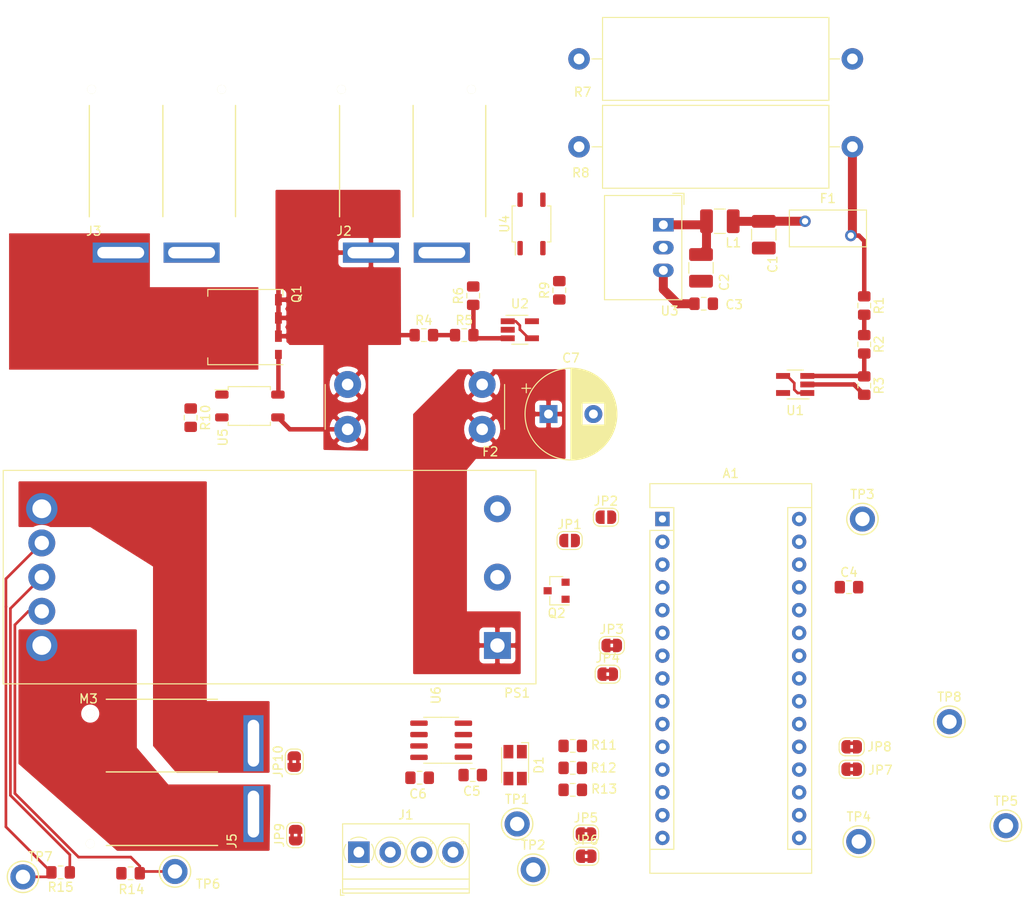
<source format=kicad_pcb>
(kicad_pcb (version 20171130) (host pcbnew "(5.1.0)-1")

  (general
    (thickness 1.6)
    (drawings 5)
    (tracks 63)
    (zones 0)
    (modules 61)
    (nets 49)
  )

  (page A4)
  (layers
    (0 F.Cu signal)
    (31 B.Cu signal)
    (32 B.Adhes user)
    (33 F.Adhes user)
    (34 B.Paste user)
    (35 F.Paste user)
    (36 B.SilkS user)
    (37 F.SilkS user)
    (38 B.Mask user)
    (39 F.Mask user)
    (40 Dwgs.User user)
    (41 Cmts.User user)
    (42 Eco1.User user)
    (43 Eco2.User user)
    (44 Edge.Cuts user)
    (45 Margin user)
    (46 B.CrtYd user)
    (47 F.CrtYd user)
    (48 B.Fab user)
    (49 F.Fab user hide)
  )

  (setup
    (last_trace_width 0.3)
    (user_trace_width 0.2)
    (user_trace_width 0.3)
    (user_trace_width 0.5)
    (user_trace_width 0.75)
    (user_trace_width 1)
    (user_trace_width 1.25)
    (user_trace_width 1.5)
    (user_trace_width 2)
    (trace_clearance 0.2)
    (zone_clearance 0.508)
    (zone_45_only no)
    (trace_min 0.2)
    (via_size 0.8)
    (via_drill 0.4)
    (via_min_size 0.4)
    (via_min_drill 0.3)
    (uvia_size 0.3)
    (uvia_drill 0.1)
    (uvias_allowed no)
    (uvia_min_size 0.2)
    (uvia_min_drill 0.1)
    (edge_width 0.05)
    (segment_width 0.2)
    (pcb_text_width 0.3)
    (pcb_text_size 1.5 1.5)
    (mod_edge_width 0.12)
    (mod_text_size 1 1)
    (mod_text_width 0.15)
    (pad_size 1.524 1.524)
    (pad_drill 0.762)
    (pad_to_mask_clearance 0.051)
    (solder_mask_min_width 0.25)
    (aux_axis_origin 0 0)
    (visible_elements 7FFFFFFF)
    (pcbplotparams
      (layerselection 0x010fc_ffffffff)
      (usegerberextensions false)
      (usegerberattributes false)
      (usegerberadvancedattributes false)
      (creategerberjobfile false)
      (excludeedgelayer true)
      (linewidth 0.100000)
      (plotframeref false)
      (viasonmask false)
      (mode 1)
      (useauxorigin false)
      (hpglpennumber 1)
      (hpglpenspeed 20)
      (hpglpendiameter 15.000000)
      (psnegative false)
      (psa4output false)
      (plotreference true)
      (plotvalue true)
      (plotinvisibletext false)
      (padsonsilk false)
      (subtractmaskfromsilk false)
      (outputformat 1)
      (mirror false)
      (drillshape 1)
      (scaleselection 1)
      (outputdirectory ""))
  )

  (net 0 "")
  (net 1 "Net-(A1-Pad16)")
  (net 2 "Net-(A1-Pad15)")
  (net 3 "Net-(A1-Pad30)")
  (net 4 +5V)
  (net 5 "Net-(A1-Pad8)")
  (net 6 "Net-(A1-Pad7)")
  (net 7 "Net-(A1-Pad20)")
  (net 8 "Net-(A1-Pad19)")
  (net 9 "Net-(A1-Pad2)")
  (net 10 "Net-(A1-Pad17)")
  (net 11 "Net-(A1-Pad1)")
  (net 12 GND)
  (net 13 "Net-(C1-Pad1)")
  (net 14 "Net-(C2-Pad1)")
  (net 15 +BATT)
  (net 16 /EXT_RX)
  (net 17 /EXT_TX)
  (net 18 /~PRECHARGE)
  (net 19 /~CLOSE)
  (net 20 /DIV_BUFF_VBATT)
  (net 21 /DIV_BUFF_VSW)
  (net 22 "Net-(Q1-PadG)")
  (net 23 +VSW)
  (net 24 "Net-(R1-Pad2)")
  (net 25 /DIV_VBATT)
  (net 26 "Net-(R4-Pad2)")
  (net 27 /DIV_VSW)
  (net 28 "Net-(R7-Pad1)")
  (net 29 "Net-(R9-Pad2)")
  (net 30 "Net-(R10-Pad1)")
  (net 31 /ISO_GND)
  (net 32 /ISO_TX)
  (net 33 /ISO_RX)
  (net 34 /ISO_VCC)
  (net 35 /LED_B)
  (net 36 /LED_G)
  (net 37 /LED_R)
  (net 38 "Net-(D1-Pad3)")
  (net 39 "Net-(D1-Pad2)")
  (net 40 "Net-(D1-Pad1)")
  (net 41 /AUX_12V_ENA)
  (net 42 /AUX_SW)
  (net 43 /AUX_12V_POS)
  (net 44 /AUX_12V_NEG)
  (net 45 "Net-(JP9-Pad1)")
  (net 46 "Net-(JP10-Pad1)")
  (net 47 "Net-(PS1-Pad6)")
  (net 48 "Net-(PS1-Pad2)")

  (net_class Default "This is the default net class."
    (clearance 0.2)
    (trace_width 0.25)
    (via_dia 0.8)
    (via_drill 0.4)
    (uvia_dia 0.3)
    (uvia_drill 0.1)
    (add_net +5V)
    (add_net /AUX_12V_ENA)
    (add_net /AUX_12V_NEG)
    (add_net /AUX_12V_POS)
    (add_net /AUX_SW)
    (add_net /DIV_BUFF_VBATT)
    (add_net /DIV_BUFF_VSW)
    (add_net /DIV_VBATT)
    (add_net /DIV_VSW)
    (add_net /EXT_RX)
    (add_net /EXT_TX)
    (add_net /ISO_GND)
    (add_net /ISO_RX)
    (add_net /ISO_TX)
    (add_net /ISO_VCC)
    (add_net /LED_B)
    (add_net /LED_G)
    (add_net /LED_R)
    (add_net /~CLOSE)
    (add_net /~PRECHARGE)
    (add_net GND)
    (add_net "Net-(A1-Pad1)")
    (add_net "Net-(A1-Pad15)")
    (add_net "Net-(A1-Pad16)")
    (add_net "Net-(A1-Pad17)")
    (add_net "Net-(A1-Pad19)")
    (add_net "Net-(A1-Pad2)")
    (add_net "Net-(A1-Pad20)")
    (add_net "Net-(A1-Pad30)")
    (add_net "Net-(A1-Pad7)")
    (add_net "Net-(A1-Pad8)")
    (add_net "Net-(C1-Pad1)")
    (add_net "Net-(C2-Pad1)")
    (add_net "Net-(D1-Pad1)")
    (add_net "Net-(D1-Pad2)")
    (add_net "Net-(D1-Pad3)")
    (add_net "Net-(JP10-Pad1)")
    (add_net "Net-(JP9-Pad1)")
    (add_net "Net-(PS1-Pad2)")
    (add_net "Net-(PS1-Pad6)")
    (add_net "Net-(Q1-PadG)")
    (add_net "Net-(R10-Pad1)")
    (add_net "Net-(R7-Pad1)")
    (add_net "Net-(R9-Pad2)")
  )

  (net_class HV ""
    (clearance 1)
    (trace_width 0.25)
    (via_dia 0.8)
    (via_drill 0.4)
    (uvia_dia 0.3)
    (uvia_drill 0.1)
    (add_net +BATT)
    (add_net +VSW)
    (add_net "Net-(R1-Pad2)")
    (add_net "Net-(R4-Pad2)")
  )

  (module TestPoint:TestPoint_Keystone_5010-5014_Multipurpose (layer F.Cu) (tedit 5A0F774F) (tstamp 5DEC52C6)
    (at 205.8 120.3)
    (descr "Keystone Miniature THM Test Point 5010-5014, http://www.keyelco.com/product-pdf.cfm?p=1319")
    (tags "Through Hole Mount Test Points")
    (path /5E07439C)
    (fp_text reference TP8 (at 0 -2.75) (layer F.SilkS)
      (effects (font (size 1 1) (thickness 0.15)))
    )
    (fp_text value TestPoint (at 0 2.75) (layer F.Fab)
      (effects (font (size 1 1) (thickness 0.15)))
    )
    (fp_circle (center 0 0) (end 1.75 0) (layer F.SilkS) (width 0.15))
    (fp_circle (center 0 0) (end 1.6 0) (layer F.Fab) (width 0.15))
    (fp_circle (center 0 0) (end 2 0) (layer F.CrtYd) (width 0.05))
    (fp_line (start -1.25 0.4) (end -1.25 -0.4) (layer F.Fab) (width 0.15))
    (fp_line (start 1.25 0.4) (end -1.25 0.4) (layer F.Fab) (width 0.15))
    (fp_line (start 1.25 -0.4) (end 1.25 0.4) (layer F.Fab) (width 0.15))
    (fp_line (start -1.25 -0.4) (end 1.25 -0.4) (layer F.Fab) (width 0.15))
    (fp_text user %R (at 0 0) (layer F.Fab)
      (effects (font (size 0.6 0.6) (thickness 0.09)))
    )
    (pad 1 thru_hole circle (at 0 0) (size 2.8 2.8) (drill 1.6) (layers *.Cu *.Mask)
      (net 21 /DIV_BUFF_VSW))
    (model ${KISYS3DMOD}/TestPoint.3dshapes/TestPoint_Keystone_5010-5014_Multipurpose.wrl
      (at (xyz 0 0 0))
      (scale (xyz 1 1 1))
      (rotate (xyz 0 0 0))
    )
  )

  (module TestPoint:TestPoint_Keystone_5010-5014_Multipurpose (layer F.Cu) (tedit 5A0F774F) (tstamp 5DEC5289)
    (at 212.1 131.9)
    (descr "Keystone Miniature THM Test Point 5010-5014, http://www.keyelco.com/product-pdf.cfm?p=1319")
    (tags "Through Hole Mount Test Points")
    (path /5E07633C)
    (fp_text reference TP5 (at 0 -2.75) (layer F.SilkS)
      (effects (font (size 1 1) (thickness 0.15)))
    )
    (fp_text value TestPoint (at 0 2.75) (layer F.Fab)
      (effects (font (size 1 1) (thickness 0.15)))
    )
    (fp_circle (center 0 0) (end 1.75 0) (layer F.SilkS) (width 0.15))
    (fp_circle (center 0 0) (end 1.6 0) (layer F.Fab) (width 0.15))
    (fp_circle (center 0 0) (end 2 0) (layer F.CrtYd) (width 0.05))
    (fp_line (start -1.25 0.4) (end -1.25 -0.4) (layer F.Fab) (width 0.15))
    (fp_line (start 1.25 0.4) (end -1.25 0.4) (layer F.Fab) (width 0.15))
    (fp_line (start 1.25 -0.4) (end 1.25 0.4) (layer F.Fab) (width 0.15))
    (fp_line (start -1.25 -0.4) (end 1.25 -0.4) (layer F.Fab) (width 0.15))
    (fp_text user %R (at 0 0) (layer F.Fab)
      (effects (font (size 0.6 0.6) (thickness 0.09)))
    )
    (pad 1 thru_hole circle (at 0 0) (size 2.8 2.8) (drill 1.6) (layers *.Cu *.Mask)
      (net 20 /DIV_BUFF_VBATT))
    (model ${KISYS3DMOD}/TestPoint.3dshapes/TestPoint_Keystone_5010-5014_Multipurpose.wrl
      (at (xyz 0 0 0))
      (scale (xyz 1 1 1))
      (rotate (xyz 0 0 0))
    )
  )

  (module Anderson_Powerpole:Anderson_Powerpole-45A-RA-Bottom-Pair (layer F.Cu) (tedit 5DDF41D9) (tstamp 5DE6ED43)
    (at 121.3 68 180)
    (path /5DF12FBE)
    (fp_text reference J3 (at 10.9 2.4) (layer F.SilkS)
      (effects (font (size 1 1) (thickness 0.15)))
    )
    (fp_text value Anderson_PP45_Power_RA (at -1.1 15.6 90) (layer F.Fab)
      (effects (font (size 1 1) (thickness 0.15)))
    )
    (fp_text user Negative (at 1.3 11 90) (layer Eco2.User)
      (effects (font (size 1 1) (thickness 0.15)))
    )
    (fp_text user Positive (at 6.8 11.2 90) (layer Eco2.User)
      (effects (font (size 1 1) (thickness 0.15)))
    )
    (fp_line (start 3.2 4.008) (end 3.2 16.408) (layer F.SilkS) (width 0.15))
    (fp_arc (start 12 18.192) (end 12 19.492) (angle 90) (layer Eco2.User) (width 0.15))
    (fp_line (start 3.95 28.092) (end 3.8 19.492) (layer Eco2.User) (width 0.15))
    (fp_line (start 7.9 0.1) (end 7.9 26.592) (layer Eco1.User) (width 0.15))
    (fp_arc (start 3.8 18.192) (end 5.1 18.192) (angle 90) (layer Eco2.User) (width 0.15))
    (fp_line (start 3.7 3.492) (end 12.1 3.492) (layer Eco2.User) (width 0.15))
    (fp_line (start 11.85 28.092) (end 3.95 28.092) (layer Eco2.User) (width 0.15))
    (fp_line (start 3.8 16.892) (end 3.7 3.492) (layer Eco2.User) (width 0.15))
    (fp_arc (start 3.8 18.192) (end 3.8 16.892) (angle 90) (layer Eco2.User) (width 0.15))
    (fp_line (start 8.15 26.592) (end 7.65 26.592) (layer Eco1.User) (width 0.15))
    (fp_line (start 12 16.892) (end 12.1 3.492) (layer Eco2.User) (width 0.15))
    (fp_arc (start 12 18.192) (end 10.7 18.192) (angle 90) (layer Eco2.User) (width 0.15))
    (fp_line (start 11.85 28.092) (end 12 19.492) (layer Eco2.User) (width 0.15))
    (fp_line (start 11.4 4) (end 11.4 16.4) (layer F.SilkS) (width 0.15))
    (fp_arc (start 4.1 18.192) (end 4.1 19.492) (angle 90) (layer Eco2.User) (width 0.15))
    (fp_line (start -3.95 28.092) (end -4.1 19.492) (layer Eco2.User) (width 0.15))
    (fp_line (start 0 0.1) (end 0 26.592) (layer Eco1.User) (width 0.15))
    (fp_arc (start -4.1 18.192) (end -2.8 18.192) (angle 90) (layer Eco2.User) (width 0.15))
    (fp_line (start -4.2 3.492) (end 4.2 3.492) (layer Eco2.User) (width 0.15))
    (fp_line (start 3.95 28.092) (end -3.95 28.092) (layer Eco2.User) (width 0.15))
    (fp_line (start -4.1 16.892) (end -4.2 3.492) (layer Eco2.User) (width 0.15))
    (fp_arc (start -4.1 18.192) (end -4.1 16.892) (angle 90) (layer Eco2.User) (width 0.15))
    (fp_line (start 0.25 26.592) (end -0.25 26.592) (layer Eco1.User) (width 0.15))
    (fp_line (start 4.1 16.892) (end 4.2 3.492) (layer Eco2.User) (width 0.15))
    (fp_line (start -4.9 4.008) (end -4.9 16.408) (layer F.SilkS) (width 0.15))
    (fp_arc (start 4.1 18.192) (end 2.8 18.192) (angle 90) (layer Eco2.User) (width 0.15))
    (fp_line (start 3.95 28.092) (end 4.1 19.492) (layer Eco2.User) (width 0.15))
    (pad 1 thru_hole rect (at 7.9 0 180) (size 6.25 2.25) (drill oval 5.23 1.27) (layers *.Cu *.Mask)
      (net 15 +BATT))
    (pad 2 thru_hole rect (at 0 0 180) (size 6.25 2.25) (drill oval 5.23 1.27) (layers *.Cu *.Mask)
      (net 12 GND))
  )

  (module Anderson_Powerpole:Anderson_Powerpole-staple-Nx2 (layer F.Cu) (tedit 5DEAE169) (tstamp 5DEC2361)
    (at 110 126.65 90)
    (descr "Place center of staples 9.9mm from far end of connector")
    (tags "Anderson Powerpole PCB staple Nx2")
    (path /5DFFFB4C)
    (fp_text reference M3 (at 8.9 -0.2 180) (layer F.SilkS)
      (effects (font (size 1 1) (thickness 0.15)))
    )
    (fp_text value Anderson_PP45_Staple_Nx2 (at 0 1.6 90) (layer F.Fab) hide
      (effects (font (size 1 1) (thickness 0.15)))
    )
    (pad "" np_thru_hole circle (at 7.25 0 90) (size 1 1) (drill 1) (layers *.Cu *.Mask F.SilkS))
    (pad "" np_thru_hole circle (at -7.25 0 90) (size 1 1) (drill 1) (layers *.Cu *.Mask F.SilkS))
  )

  (module TestPoint:TestPoint_Keystone_5010-5014_Multipurpose (layer F.Cu) (tedit 5A0F774F) (tstamp 5DEB1479)
    (at 102.5 137.6)
    (descr "Keystone Miniature THM Test Point 5010-5014, http://www.keyelco.com/product-pdf.cfm?p=1319")
    (tags "Through Hole Mount Test Points")
    (path /5DEC1A69)
    (fp_text reference TP7 (at 1.95 -2.25) (layer F.SilkS)
      (effects (font (size 1 1) (thickness 0.15)))
    )
    (fp_text value TestPoint (at 0 2.75) (layer F.Fab)
      (effects (font (size 1 1) (thickness 0.15)))
    )
    (fp_circle (center 0 0) (end 1.75 0) (layer F.SilkS) (width 0.15))
    (fp_circle (center 0 0) (end 1.6 0) (layer F.Fab) (width 0.15))
    (fp_circle (center 0 0) (end 2 0) (layer F.CrtYd) (width 0.05))
    (fp_line (start -1.25 0.4) (end -1.25 -0.4) (layer F.Fab) (width 0.15))
    (fp_line (start 1.25 0.4) (end -1.25 0.4) (layer F.Fab) (width 0.15))
    (fp_line (start 1.25 -0.4) (end 1.25 0.4) (layer F.Fab) (width 0.15))
    (fp_line (start -1.25 -0.4) (end 1.25 -0.4) (layer F.Fab) (width 0.15))
    (fp_text user %R (at 0 0) (layer F.Fab)
      (effects (font (size 0.6 0.6) (thickness 0.09)))
    )
    (pad 1 thru_hole circle (at 0 0) (size 2.8 2.8) (drill 1.6) (layers *.Cu *.Mask)
      (net 46 "Net-(JP10-Pad1)"))
    (model ${KISYS3DMOD}/TestPoint.3dshapes/TestPoint_Keystone_5010-5014_Multipurpose.wrl
      (at (xyz 0 0 0))
      (scale (xyz 1 1 1))
      (rotate (xyz 0 0 0))
    )
  )

  (module TestPoint:TestPoint_Keystone_5010-5014_Multipurpose (layer F.Cu) (tedit 5A0F774F) (tstamp 5DEB146C)
    (at 119.45 137)
    (descr "Keystone Miniature THM Test Point 5010-5014, http://www.keyelco.com/product-pdf.cfm?p=1319")
    (tags "Through Hole Mount Test Points")
    (path /5DEABB73)
    (fp_text reference TP6 (at 3.7 1.4) (layer F.SilkS)
      (effects (font (size 1 1) (thickness 0.15)))
    )
    (fp_text value TestPoint (at 0 2.75) (layer F.Fab)
      (effects (font (size 1 1) (thickness 0.15)))
    )
    (fp_circle (center 0 0) (end 1.75 0) (layer F.SilkS) (width 0.15))
    (fp_circle (center 0 0) (end 1.6 0) (layer F.Fab) (width 0.15))
    (fp_circle (center 0 0) (end 2 0) (layer F.CrtYd) (width 0.05))
    (fp_line (start -1.25 0.4) (end -1.25 -0.4) (layer F.Fab) (width 0.15))
    (fp_line (start 1.25 0.4) (end -1.25 0.4) (layer F.Fab) (width 0.15))
    (fp_line (start 1.25 -0.4) (end 1.25 0.4) (layer F.Fab) (width 0.15))
    (fp_line (start -1.25 -0.4) (end 1.25 -0.4) (layer F.Fab) (width 0.15))
    (fp_text user %R (at 0 0) (layer F.Fab)
      (effects (font (size 0.6 0.6) (thickness 0.09)))
    )
    (pad 1 thru_hole circle (at 0 0) (size 2.8 2.8) (drill 1.6) (layers *.Cu *.Mask)
      (net 45 "Net-(JP9-Pad1)"))
    (model ${KISYS3DMOD}/TestPoint.3dshapes/TestPoint_Keystone_5010-5014_Multipurpose.wrl
      (at (xyz 0 0 0))
      (scale (xyz 1 1 1))
      (rotate (xyz 0 0 0))
    )
  )

  (module Resistor_SMD:R_0805_2012Metric_Pad1.15x1.40mm_HandSolder (layer F.Cu) (tedit 5B36C52B) (tstamp 5DEB13F2)
    (at 106.7 137.1 180)
    (descr "Resistor SMD 0805 (2012 Metric), square (rectangular) end terminal, IPC_7351 nominal with elongated pad for handsoldering. (Body size source: https://docs.google.com/spreadsheets/d/1BsfQQcO9C6DZCsRaXUlFlo91Tg2WpOkGARC1WS5S8t0/edit?usp=sharing), generated with kicad-footprint-generator")
    (tags "resistor handsolder")
    (path /5DED7752)
    (attr smd)
    (fp_text reference R15 (at 0 -1.65 180) (layer F.SilkS)
      (effects (font (size 1 1) (thickness 0.15)))
    )
    (fp_text value TRIM_UP (at 0 1.65 180) (layer F.Fab)
      (effects (font (size 1 1) (thickness 0.15)))
    )
    (fp_text user %R (at 0 0 180) (layer F.Fab)
      (effects (font (size 0.5 0.5) (thickness 0.08)))
    )
    (fp_line (start 1.85 0.95) (end -1.85 0.95) (layer F.CrtYd) (width 0.05))
    (fp_line (start 1.85 -0.95) (end 1.85 0.95) (layer F.CrtYd) (width 0.05))
    (fp_line (start -1.85 -0.95) (end 1.85 -0.95) (layer F.CrtYd) (width 0.05))
    (fp_line (start -1.85 0.95) (end -1.85 -0.95) (layer F.CrtYd) (width 0.05))
    (fp_line (start -0.261252 0.71) (end 0.261252 0.71) (layer F.SilkS) (width 0.12))
    (fp_line (start -0.261252 -0.71) (end 0.261252 -0.71) (layer F.SilkS) (width 0.12))
    (fp_line (start 1 0.6) (end -1 0.6) (layer F.Fab) (width 0.1))
    (fp_line (start 1 -0.6) (end 1 0.6) (layer F.Fab) (width 0.1))
    (fp_line (start -1 -0.6) (end 1 -0.6) (layer F.Fab) (width 0.1))
    (fp_line (start -1 0.6) (end -1 -0.6) (layer F.Fab) (width 0.1))
    (pad 2 smd roundrect (at 1.025 0 180) (size 1.15 1.4) (layers F.Cu F.Paste F.Mask) (roundrect_rratio 0.217391)
      (net 46 "Net-(JP10-Pad1)"))
    (pad 1 smd roundrect (at -1.025 0 180) (size 1.15 1.4) (layers F.Cu F.Paste F.Mask) (roundrect_rratio 0.217391)
      (net 47 "Net-(PS1-Pad6)"))
    (model ${KISYS3DMOD}/Resistor_SMD.3dshapes/R_0805_2012Metric.wrl
      (at (xyz 0 0 0))
      (scale (xyz 1 1 1))
      (rotate (xyz 0 0 0))
    )
  )

  (module Resistor_SMD:R_0805_2012Metric_Pad1.15x1.40mm_HandSolder (layer F.Cu) (tedit 5B36C52B) (tstamp 5DEB13E1)
    (at 114.5 137.2)
    (descr "Resistor SMD 0805 (2012 Metric), square (rectangular) end terminal, IPC_7351 nominal with elongated pad for handsoldering. (Body size source: https://docs.google.com/spreadsheets/d/1BsfQQcO9C6DZCsRaXUlFlo91Tg2WpOkGARC1WS5S8t0/edit?usp=sharing), generated with kicad-footprint-generator")
    (tags "resistor handsolder")
    (path /5DECC0D8)
    (attr smd)
    (fp_text reference R14 (at 0.1 1.8) (layer F.SilkS)
      (effects (font (size 1 1) (thickness 0.15)))
    )
    (fp_text value TRIM_UP (at 0 1.65) (layer F.Fab)
      (effects (font (size 1 1) (thickness 0.15)))
    )
    (fp_text user %R (at 0 0) (layer F.Fab)
      (effects (font (size 0.5 0.5) (thickness 0.08)))
    )
    (fp_line (start 1.85 0.95) (end -1.85 0.95) (layer F.CrtYd) (width 0.05))
    (fp_line (start 1.85 -0.95) (end 1.85 0.95) (layer F.CrtYd) (width 0.05))
    (fp_line (start -1.85 -0.95) (end 1.85 -0.95) (layer F.CrtYd) (width 0.05))
    (fp_line (start -1.85 0.95) (end -1.85 -0.95) (layer F.CrtYd) (width 0.05))
    (fp_line (start -0.261252 0.71) (end 0.261252 0.71) (layer F.SilkS) (width 0.12))
    (fp_line (start -0.261252 -0.71) (end 0.261252 -0.71) (layer F.SilkS) (width 0.12))
    (fp_line (start 1 0.6) (end -1 0.6) (layer F.Fab) (width 0.1))
    (fp_line (start 1 -0.6) (end 1 0.6) (layer F.Fab) (width 0.1))
    (fp_line (start -1 -0.6) (end 1 -0.6) (layer F.Fab) (width 0.1))
    (fp_line (start -1 0.6) (end -1 -0.6) (layer F.Fab) (width 0.1))
    (pad 2 smd roundrect (at 1.025 0) (size 1.15 1.4) (layers F.Cu F.Paste F.Mask) (roundrect_rratio 0.217391)
      (net 45 "Net-(JP9-Pad1)"))
    (pad 1 smd roundrect (at -1.025 0) (size 1.15 1.4) (layers F.Cu F.Paste F.Mask) (roundrect_rratio 0.217391)
      (net 47 "Net-(PS1-Pad6)"))
    (model ${KISYS3DMOD}/Resistor_SMD.3dshapes/R_0805_2012Metric.wrl
      (at (xyz 0 0 0))
      (scale (xyz 1 1 1))
      (rotate (xyz 0 0 0))
    )
  )

  (module Package_TO_SOT_SMD:SOT-23 (layer F.Cu) (tedit 5A02FF57) (tstamp 5DEB1218)
    (at 162 105.7 180)
    (descr "SOT-23, Standard")
    (tags SOT-23)
    (path /5DF32A6C)
    (attr smd)
    (fp_text reference Q2 (at 0 -2.5 180) (layer F.SilkS)
      (effects (font (size 1 1) (thickness 0.15)))
    )
    (fp_text value BSS123 (at 0 2.5 180) (layer F.Fab)
      (effects (font (size 1 1) (thickness 0.15)))
    )
    (fp_line (start 0.76 1.58) (end -0.7 1.58) (layer F.SilkS) (width 0.12))
    (fp_line (start 0.76 -1.58) (end -1.4 -1.58) (layer F.SilkS) (width 0.12))
    (fp_line (start -1.7 1.75) (end -1.7 -1.75) (layer F.CrtYd) (width 0.05))
    (fp_line (start 1.7 1.75) (end -1.7 1.75) (layer F.CrtYd) (width 0.05))
    (fp_line (start 1.7 -1.75) (end 1.7 1.75) (layer F.CrtYd) (width 0.05))
    (fp_line (start -1.7 -1.75) (end 1.7 -1.75) (layer F.CrtYd) (width 0.05))
    (fp_line (start 0.76 -1.58) (end 0.76 -0.65) (layer F.SilkS) (width 0.12))
    (fp_line (start 0.76 1.58) (end 0.76 0.65) (layer F.SilkS) (width 0.12))
    (fp_line (start -0.7 1.52) (end 0.7 1.52) (layer F.Fab) (width 0.1))
    (fp_line (start 0.7 -1.52) (end 0.7 1.52) (layer F.Fab) (width 0.1))
    (fp_line (start -0.7 -0.95) (end -0.15 -1.52) (layer F.Fab) (width 0.1))
    (fp_line (start -0.15 -1.52) (end 0.7 -1.52) (layer F.Fab) (width 0.1))
    (fp_line (start -0.7 -0.95) (end -0.7 1.5) (layer F.Fab) (width 0.1))
    (fp_text user %R (at 0 0 270) (layer F.Fab)
      (effects (font (size 0.5 0.5) (thickness 0.075)))
    )
    (pad 3 smd rect (at 1 0 180) (size 0.9 0.8) (layers F.Cu F.Paste F.Mask)
      (net 48 "Net-(PS1-Pad2)"))
    (pad 2 smd rect (at -1 0.95 180) (size 0.9 0.8) (layers F.Cu F.Paste F.Mask)
      (net 12 GND))
    (pad 1 smd rect (at -1 -0.95 180) (size 0.9 0.8) (layers F.Cu F.Paste F.Mask)
      (net 41 /AUX_12V_ENA))
    (model ${KISYS3DMOD}/Package_TO_SOT_SMD.3dshapes/SOT-23.wrl
      (at (xyz 0 0 0))
      (scale (xyz 1 1 1))
      (rotate (xyz 0 0 0))
    )
  )

  (module General_Library:Converter_DCDC_Delta_E48SC12010_THT (layer F.Cu) (tedit 5DE995A0) (tstamp 5DEB379E)
    (at 155.4 111.8 180)
    (descr "DCDC-Converter, Delta, Delphi Series, 12V 10A Output, 2250VDC Isolation, 58.4x22.9x8.4mm https://www.digikey.com/product-detail/en/delta-electronics/E48SC12010NRFA/941-1766-ND/6133808")
    (path /5DFB1493)
    (fp_text reference PS1 (at -2.2 -5.3 180) (layer F.SilkS)
      (effects (font (size 1 1) (thickness 0.15)))
    )
    (fp_text value Delta_E48SC12010NRFA (at 10.7 20.7 180) (layer F.Fab)
      (effects (font (size 1 1) (thickness 0.15)))
    )
    (fp_line (start -4.3 19.52) (end -4.3 -4.28) (layer F.SilkS) (width 0.12))
    (fp_line (start -4.15 -4.1) (end -4.15 19.4) (layer F.Fab) (width 0.1))
    (fp_line (start -4.15 19.4) (end 55 19.4) (layer F.Fab) (width 0.1))
    (fp_line (start 55 19.4) (end 55 -4.1) (layer F.Fab) (width 0.1))
    (fp_line (start 55.25 -4.4) (end -4.45 -4.4) (layer F.CrtYd) (width 0.05))
    (fp_line (start 55.1 -4.28) (end 55.1 19.52) (layer F.SilkS) (width 0.12))
    (fp_line (start -4.3 -4.28) (end 55.1 -4.28) (layer F.SilkS) (width 0.12))
    (fp_line (start 55.25 19.65) (end -4.4 19.65) (layer F.CrtYd) (width 0.05))
    (fp_line (start 55 -4.1) (end -4.15 -4.1) (layer F.Fab) (width 0.1))
    (fp_line (start 55.25 19.65) (end 55.25 -4.4) (layer F.CrtYd) (width 0.05))
    (fp_line (start 55.1 19.52) (end -4.3 19.52) (layer F.SilkS) (width 0.12))
    (fp_line (start -4.45 19.65) (end -4.45 -4.4) (layer F.CrtYd) (width 0.05))
    (pad 5 thru_hole oval (at 50.8 11.43) (size 3 3) (drill 1.6) (layers *.Cu *.Mask)
      (net 46 "Net-(JP10-Pad1)"))
    (pad 6 thru_hole oval (at 50.8 7.62) (size 3 3) (drill 1.6) (layers *.Cu *.Mask)
      (net 47 "Net-(PS1-Pad6)"))
    (pad 7 thru_hole oval (at 50.8 3.81) (size 3 3) (drill 1.6) (layers *.Cu *.Mask)
      (net 45 "Net-(JP9-Pad1)"))
    (pad 4 thru_hole oval (at 50.8 15.24) (size 3.5 3.5) (drill 2.1) (layers *.Cu *.Mask)
      (net 44 /AUX_12V_NEG))
    (pad 8 thru_hole oval (at 50.8 0) (size 3.5 3.5) (drill 2.1) (layers *.Cu *.Mask)
      (net 43 /AUX_12V_POS))
    (pad 3 thru_hole oval (at 0 15.24) (size 3 3) (drill 1.6) (layers *.Cu *.Mask)
      (net 12 GND))
    (pad 2 thru_hole oval (at 0 7.62) (size 3 3) (drill 1.6) (layers *.Cu *.Mask)
      (net 48 "Net-(PS1-Pad2)"))
    (pad 1 thru_hole rect (at 0 0) (size 3 3) (drill 1.6) (layers *.Cu *.Mask)
      (net 42 /AUX_SW))
  )

  (module Jumper:SolderJumper-2_P1.3mm_Bridged2Bar_RoundedPad1.0x1.5mm (layer F.Cu) (tedit 5C74525F) (tstamp 5DEB1185)
    (at 132.75 124.75 90)
    (descr "SMD Solder Jumper, 1x1.5mm, rounded Pads, 0.3mm gap, bridged with 2 copper strips")
    (tags "solder jumper open")
    (path /5DEC145E)
    (attr virtual)
    (fp_text reference JP10 (at 0 -1.8 90) (layer F.SilkS)
      (effects (font (size 1 1) (thickness 0.15)))
    )
    (fp_text value SolderJumper_2_Bridged (at 0 1.9 90) (layer F.Fab)
      (effects (font (size 1 1) (thickness 0.15)))
    )
    (fp_poly (pts (xy -0.25 -0.6) (xy 0.25 -0.6) (xy 0.25 -0.2) (xy -0.25 -0.2)) (layer F.Cu) (width 0))
    (fp_poly (pts (xy -0.25 0.2) (xy 0.25 0.2) (xy 0.25 0.6) (xy -0.25 0.6)) (layer F.Cu) (width 0))
    (fp_line (start 1.65 1.25) (end -1.65 1.25) (layer F.CrtYd) (width 0.05))
    (fp_line (start 1.65 1.25) (end 1.65 -1.25) (layer F.CrtYd) (width 0.05))
    (fp_line (start -1.65 -1.25) (end -1.65 1.25) (layer F.CrtYd) (width 0.05))
    (fp_line (start -1.65 -1.25) (end 1.65 -1.25) (layer F.CrtYd) (width 0.05))
    (fp_line (start -0.7 -1) (end 0.7 -1) (layer F.SilkS) (width 0.12))
    (fp_line (start 1.4 -0.3) (end 1.4 0.3) (layer F.SilkS) (width 0.12))
    (fp_line (start 0.7 1) (end -0.7 1) (layer F.SilkS) (width 0.12))
    (fp_line (start -1.4 0.3) (end -1.4 -0.3) (layer F.SilkS) (width 0.12))
    (fp_arc (start -0.7 -0.3) (end -0.7 -1) (angle -90) (layer F.SilkS) (width 0.12))
    (fp_arc (start -0.7 0.3) (end -1.4 0.3) (angle -90) (layer F.SilkS) (width 0.12))
    (fp_arc (start 0.7 0.3) (end 0.7 1) (angle -90) (layer F.SilkS) (width 0.12))
    (fp_arc (start 0.7 -0.3) (end 1.4 -0.3) (angle -90) (layer F.SilkS) (width 0.12))
    (pad 1 smd custom (at -0.65 0 90) (size 1 0.5) (layers F.Cu F.Mask)
      (net 46 "Net-(JP10-Pad1)") (zone_connect 2)
      (options (clearance outline) (anchor rect))
      (primitives
        (gr_circle (center 0 0.25) (end 0.5 0.25) (width 0))
        (gr_circle (center 0 -0.25) (end 0.5 -0.25) (width 0))
        (gr_poly (pts
           (xy 0.5 0.75) (xy 0.5 -0.75) (xy 0 -0.75) (xy 0 0.75)) (width 0))
      ))
    (pad 2 smd custom (at 0.65 0 90) (size 1 0.5) (layers F.Cu F.Mask)
      (net 44 /AUX_12V_NEG) (zone_connect 2)
      (options (clearance outline) (anchor rect))
      (primitives
        (gr_circle (center 0 0.25) (end 0.5 0.25) (width 0))
        (gr_circle (center 0 -0.25) (end 0.5 -0.25) (width 0))
        (gr_poly (pts
           (xy -0.5 0.75) (xy -0.5 -0.75) (xy 0 -0.75) (xy 0 0.75)) (width 0))
      ))
  )

  (module Jumper:SolderJumper-2_P1.3mm_Bridged2Bar_RoundedPad1.0x1.5mm (layer F.Cu) (tedit 5C74525F) (tstamp 5DEB1171)
    (at 132.9 132.95 90)
    (descr "SMD Solder Jumper, 1x1.5mm, rounded Pads, 0.3mm gap, bridged with 2 copper strips")
    (tags "solder jumper open")
    (path /5DEACCF1)
    (attr virtual)
    (fp_text reference JP9 (at 0 -1.8 90) (layer F.SilkS)
      (effects (font (size 1 1) (thickness 0.15)))
    )
    (fp_text value SolderJumper_2_Bridged (at 0 1.9 90) (layer F.Fab)
      (effects (font (size 1 1) (thickness 0.15)))
    )
    (fp_poly (pts (xy -0.25 -0.6) (xy 0.25 -0.6) (xy 0.25 -0.2) (xy -0.25 -0.2)) (layer F.Cu) (width 0))
    (fp_poly (pts (xy -0.25 0.2) (xy 0.25 0.2) (xy 0.25 0.6) (xy -0.25 0.6)) (layer F.Cu) (width 0))
    (fp_line (start 1.65 1.25) (end -1.65 1.25) (layer F.CrtYd) (width 0.05))
    (fp_line (start 1.65 1.25) (end 1.65 -1.25) (layer F.CrtYd) (width 0.05))
    (fp_line (start -1.65 -1.25) (end -1.65 1.25) (layer F.CrtYd) (width 0.05))
    (fp_line (start -1.65 -1.25) (end 1.65 -1.25) (layer F.CrtYd) (width 0.05))
    (fp_line (start -0.7 -1) (end 0.7 -1) (layer F.SilkS) (width 0.12))
    (fp_line (start 1.4 -0.3) (end 1.4 0.3) (layer F.SilkS) (width 0.12))
    (fp_line (start 0.7 1) (end -0.7 1) (layer F.SilkS) (width 0.12))
    (fp_line (start -1.4 0.3) (end -1.4 -0.3) (layer F.SilkS) (width 0.12))
    (fp_arc (start -0.7 -0.3) (end -0.7 -1) (angle -90) (layer F.SilkS) (width 0.12))
    (fp_arc (start -0.7 0.3) (end -1.4 0.3) (angle -90) (layer F.SilkS) (width 0.12))
    (fp_arc (start 0.7 0.3) (end 0.7 1) (angle -90) (layer F.SilkS) (width 0.12))
    (fp_arc (start 0.7 -0.3) (end 1.4 -0.3) (angle -90) (layer F.SilkS) (width 0.12))
    (pad 1 smd custom (at -0.65 0 90) (size 1 0.5) (layers F.Cu F.Mask)
      (net 45 "Net-(JP9-Pad1)") (zone_connect 2)
      (options (clearance outline) (anchor rect))
      (primitives
        (gr_circle (center 0 0.25) (end 0.5 0.25) (width 0))
        (gr_circle (center 0 -0.25) (end 0.5 -0.25) (width 0))
        (gr_poly (pts
           (xy 0.5 0.75) (xy 0.5 -0.75) (xy 0 -0.75) (xy 0 0.75)) (width 0))
      ))
    (pad 2 smd custom (at 0.65 0 90) (size 1 0.5) (layers F.Cu F.Mask)
      (net 43 /AUX_12V_POS) (zone_connect 2)
      (options (clearance outline) (anchor rect))
      (primitives
        (gr_circle (center 0 0.25) (end 0.5 0.25) (width 0))
        (gr_circle (center 0 -0.25) (end 0.5 -0.25) (width 0))
        (gr_poly (pts
           (xy -0.5 0.75) (xy -0.5 -0.75) (xy 0 -0.75) (xy 0 0.75)) (width 0))
      ))
  )

  (module Anderson_Powerpole:Anderson_Powerpole-45A-RA-Bottom-Pair (layer F.Cu) (tedit 5DDF41D9) (tstamp 5DEB1035)
    (at 128.2 122.7 270)
    (path /5DF03071)
    (fp_text reference J5 (at 10.9 2.4 270) (layer F.SilkS)
      (effects (font (size 1 1) (thickness 0.15)))
    )
    (fp_text value Anderson_PP45_Power_RA (at -1.1 15.6) (layer F.Fab)
      (effects (font (size 1 1) (thickness 0.15)))
    )
    (fp_text user Negative (at 1.3 11) (layer Eco2.User)
      (effects (font (size 1 1) (thickness 0.15)))
    )
    (fp_text user Positive (at 6.8 11.2) (layer Eco2.User)
      (effects (font (size 1 1) (thickness 0.15)))
    )
    (fp_line (start 3.2 4.008) (end 3.2 16.408) (layer F.SilkS) (width 0.15))
    (fp_arc (start 12 18.192) (end 12 19.492) (angle 90) (layer Eco2.User) (width 0.15))
    (fp_line (start 3.95 28.092) (end 3.8 19.492) (layer Eco2.User) (width 0.15))
    (fp_line (start 7.9 0.1) (end 7.9 26.592) (layer Eco1.User) (width 0.15))
    (fp_arc (start 3.8 18.192) (end 5.1 18.192) (angle 90) (layer Eco2.User) (width 0.15))
    (fp_line (start 3.7 3.492) (end 12.1 3.492) (layer Eco2.User) (width 0.15))
    (fp_line (start 11.85 28.092) (end 3.95 28.092) (layer Eco2.User) (width 0.15))
    (fp_line (start 3.8 16.892) (end 3.7 3.492) (layer Eco2.User) (width 0.15))
    (fp_arc (start 3.8 18.192) (end 3.8 16.892) (angle 90) (layer Eco2.User) (width 0.15))
    (fp_line (start 8.15 26.592) (end 7.65 26.592) (layer Eco1.User) (width 0.15))
    (fp_line (start 12 16.892) (end 12.1 3.492) (layer Eco2.User) (width 0.15))
    (fp_arc (start 12 18.192) (end 10.7 18.192) (angle 90) (layer Eco2.User) (width 0.15))
    (fp_line (start 11.85 28.092) (end 12 19.492) (layer Eco2.User) (width 0.15))
    (fp_line (start 11.4 4) (end 11.4 16.4) (layer F.SilkS) (width 0.15))
    (fp_arc (start 4.1 18.192) (end 4.1 19.492) (angle 90) (layer Eco2.User) (width 0.15))
    (fp_line (start -3.95 28.092) (end -4.1 19.492) (layer Eco2.User) (width 0.15))
    (fp_line (start 0 0.1) (end 0 26.592) (layer Eco1.User) (width 0.15))
    (fp_arc (start -4.1 18.192) (end -2.8 18.192) (angle 90) (layer Eco2.User) (width 0.15))
    (fp_line (start -4.2 3.492) (end 4.2 3.492) (layer Eco2.User) (width 0.15))
    (fp_line (start 3.95 28.092) (end -3.95 28.092) (layer Eco2.User) (width 0.15))
    (fp_line (start -4.1 16.892) (end -4.2 3.492) (layer Eco2.User) (width 0.15))
    (fp_arc (start -4.1 18.192) (end -4.1 16.892) (angle 90) (layer Eco2.User) (width 0.15))
    (fp_line (start 0.25 26.592) (end -0.25 26.592) (layer Eco1.User) (width 0.15))
    (fp_line (start 4.1 16.892) (end 4.2 3.492) (layer Eco2.User) (width 0.15))
    (fp_line (start -4.9 4.008) (end -4.9 16.408) (layer F.SilkS) (width 0.15))
    (fp_arc (start 4.1 18.192) (end 2.8 18.192) (angle 90) (layer Eco2.User) (width 0.15))
    (fp_line (start 3.95 28.092) (end 4.1 19.492) (layer Eco2.User) (width 0.15))
    (pad 1 thru_hole rect (at 7.9 0 270) (size 6.25 2.25) (drill oval 5.23 1.27) (layers *.Cu *.Mask)
      (net 43 /AUX_12V_POS))
    (pad 2 thru_hole rect (at 0 0 270) (size 6.25 2.25) (drill oval 5.23 1.27) (layers *.Cu *.Mask)
      (net 44 /AUX_12V_NEG))
  )

  (module General_Library:Fuseholder_Clip-5x20mm_Schurter_0751_0052_Horizontal_Open (layer F.Cu) (tedit 5DEAD25C) (tstamp 5DEB0EF1)
    (at 153.7 87.7 180)
    (descr "Fuseholder Clips horizontal open 5x20 Schurter 0751.0052, https://www.digikey.com/product-detail/en/schurter-inc/0751.0052/486-1173-ND/1522972")
    (tags "Fuseholder Clips horizontal open 5x20 Schurter 0751.0052")
    (path /5DF15655)
    (fp_text reference F2 (at -0.9 -2.5 180) (layer F.SilkS)
      (effects (font (size 1 1) (thickness 0.15)))
    )
    (fp_text value Fuse (at 21.3 8.4 180) (layer F.Fab)
      (effects (font (size 1 1) (thickness 0.15)))
    )
    (fp_line (start -2.35 0.2) (end 17.3 0.2) (layer F.Fab) (width 0.1))
    (fp_line (start 17.5 5) (end 17.5 0) (layer F.SilkS) (width 0.12))
    (fp_line (start 17.65 -0.1) (end 17.65 5.1) (layer F.CrtYd) (width 0.05))
    (fp_line (start -2.65 -0.1) (end 17.65 -0.1) (layer F.CrtYd) (width 0.05))
    (fp_line (start 17.65 5.1) (end -2.65 5.1) (layer F.CrtYd) (width 0.05))
    (fp_line (start -2.5 5) (end -2.5 0) (layer F.SilkS) (width 0.12))
    (fp_line (start -2.65 5.1) (end -2.65 -0.1) (layer F.CrtYd) (width 0.05))
    (fp_line (start 17.3 4.8) (end 17.3 0.2) (layer F.Fab) (width 0.1))
    (fp_line (start -2.35 4.8) (end 17.3 4.8) (layer F.Fab) (width 0.1))
    (fp_line (start -2.35 0.2) (end -2.35 4.8) (layer F.Fab) (width 0.1))
    (pad 2 thru_hole circle (at 15 5 180) (size 3 3) (drill 1.3) (layers *.Cu *.Mask)
      (net 23 +VSW))
    (pad 1 thru_hole circle (at 0 5 180) (size 3 3) (drill 1.3) (layers *.Cu *.Mask)
      (net 42 /AUX_SW))
    (pad 2 thru_hole circle (at 15 0 180) (size 3 3) (drill 1.3) (layers *.Cu *.Mask)
      (net 23 +VSW))
    (pad 1 thru_hole circle (at 0 0 180) (size 3 3) (drill 1.3) (layers *.Cu *.Mask)
      (net 42 /AUX_SW))
    (model ${KISYS3DMOD}/Fuse.3dshapes/Fuseholder_Cylinder-5x20mm_Schurter_0031_8201_Horizontal_Open.wrl
      (at (xyz 0 0 0))
      (scale (xyz 1 1 1))
      (rotate (xyz 0 0 0))
    )
  )

  (module Capacitor_THT:CP_Radial_D10.0mm_P5.00mm (layer F.Cu) (tedit 5AE50EF1) (tstamp 5DEB0E91)
    (at 161.1 86)
    (descr "CP, Radial series, Radial, pin pitch=5.00mm, , diameter=10mm, Electrolytic Capacitor")
    (tags "CP Radial series Radial pin pitch 5.00mm  diameter 10mm Electrolytic Capacitor")
    (path /5DEF98FA)
    (fp_text reference C7 (at 2.5 -6.25) (layer F.SilkS)
      (effects (font (size 1 1) (thickness 0.15)))
    )
    (fp_text value 22uF (at 2.5 6.25) (layer F.Fab)
      (effects (font (size 1 1) (thickness 0.15)))
    )
    (fp_text user %R (at 2.5 0) (layer F.Fab)
      (effects (font (size 1 1) (thickness 0.15)))
    )
    (fp_line (start -2.479646 -3.375) (end -2.479646 -2.375) (layer F.SilkS) (width 0.12))
    (fp_line (start -2.979646 -2.875) (end -1.979646 -2.875) (layer F.SilkS) (width 0.12))
    (fp_line (start 7.581 -0.599) (end 7.581 0.599) (layer F.SilkS) (width 0.12))
    (fp_line (start 7.541 -0.862) (end 7.541 0.862) (layer F.SilkS) (width 0.12))
    (fp_line (start 7.501 -1.062) (end 7.501 1.062) (layer F.SilkS) (width 0.12))
    (fp_line (start 7.461 -1.23) (end 7.461 1.23) (layer F.SilkS) (width 0.12))
    (fp_line (start 7.421 -1.378) (end 7.421 1.378) (layer F.SilkS) (width 0.12))
    (fp_line (start 7.381 -1.51) (end 7.381 1.51) (layer F.SilkS) (width 0.12))
    (fp_line (start 7.341 -1.63) (end 7.341 1.63) (layer F.SilkS) (width 0.12))
    (fp_line (start 7.301 -1.742) (end 7.301 1.742) (layer F.SilkS) (width 0.12))
    (fp_line (start 7.261 -1.846) (end 7.261 1.846) (layer F.SilkS) (width 0.12))
    (fp_line (start 7.221 -1.944) (end 7.221 1.944) (layer F.SilkS) (width 0.12))
    (fp_line (start 7.181 -2.037) (end 7.181 2.037) (layer F.SilkS) (width 0.12))
    (fp_line (start 7.141 -2.125) (end 7.141 2.125) (layer F.SilkS) (width 0.12))
    (fp_line (start 7.101 -2.209) (end 7.101 2.209) (layer F.SilkS) (width 0.12))
    (fp_line (start 7.061 -2.289) (end 7.061 2.289) (layer F.SilkS) (width 0.12))
    (fp_line (start 7.021 -2.365) (end 7.021 2.365) (layer F.SilkS) (width 0.12))
    (fp_line (start 6.981 -2.439) (end 6.981 2.439) (layer F.SilkS) (width 0.12))
    (fp_line (start 6.941 -2.51) (end 6.941 2.51) (layer F.SilkS) (width 0.12))
    (fp_line (start 6.901 -2.579) (end 6.901 2.579) (layer F.SilkS) (width 0.12))
    (fp_line (start 6.861 -2.645) (end 6.861 2.645) (layer F.SilkS) (width 0.12))
    (fp_line (start 6.821 -2.709) (end 6.821 2.709) (layer F.SilkS) (width 0.12))
    (fp_line (start 6.781 -2.77) (end 6.781 2.77) (layer F.SilkS) (width 0.12))
    (fp_line (start 6.741 -2.83) (end 6.741 2.83) (layer F.SilkS) (width 0.12))
    (fp_line (start 6.701 -2.889) (end 6.701 2.889) (layer F.SilkS) (width 0.12))
    (fp_line (start 6.661 -2.945) (end 6.661 2.945) (layer F.SilkS) (width 0.12))
    (fp_line (start 6.621 -3) (end 6.621 3) (layer F.SilkS) (width 0.12))
    (fp_line (start 6.581 -3.054) (end 6.581 3.054) (layer F.SilkS) (width 0.12))
    (fp_line (start 6.541 -3.106) (end 6.541 3.106) (layer F.SilkS) (width 0.12))
    (fp_line (start 6.501 -3.156) (end 6.501 3.156) (layer F.SilkS) (width 0.12))
    (fp_line (start 6.461 -3.206) (end 6.461 3.206) (layer F.SilkS) (width 0.12))
    (fp_line (start 6.421 -3.254) (end 6.421 3.254) (layer F.SilkS) (width 0.12))
    (fp_line (start 6.381 -3.301) (end 6.381 3.301) (layer F.SilkS) (width 0.12))
    (fp_line (start 6.341 -3.347) (end 6.341 3.347) (layer F.SilkS) (width 0.12))
    (fp_line (start 6.301 -3.392) (end 6.301 3.392) (layer F.SilkS) (width 0.12))
    (fp_line (start 6.261 -3.436) (end 6.261 3.436) (layer F.SilkS) (width 0.12))
    (fp_line (start 6.221 1.241) (end 6.221 3.478) (layer F.SilkS) (width 0.12))
    (fp_line (start 6.221 -3.478) (end 6.221 -1.241) (layer F.SilkS) (width 0.12))
    (fp_line (start 6.181 1.241) (end 6.181 3.52) (layer F.SilkS) (width 0.12))
    (fp_line (start 6.181 -3.52) (end 6.181 -1.241) (layer F.SilkS) (width 0.12))
    (fp_line (start 6.141 1.241) (end 6.141 3.561) (layer F.SilkS) (width 0.12))
    (fp_line (start 6.141 -3.561) (end 6.141 -1.241) (layer F.SilkS) (width 0.12))
    (fp_line (start 6.101 1.241) (end 6.101 3.601) (layer F.SilkS) (width 0.12))
    (fp_line (start 6.101 -3.601) (end 6.101 -1.241) (layer F.SilkS) (width 0.12))
    (fp_line (start 6.061 1.241) (end 6.061 3.64) (layer F.SilkS) (width 0.12))
    (fp_line (start 6.061 -3.64) (end 6.061 -1.241) (layer F.SilkS) (width 0.12))
    (fp_line (start 6.021 1.241) (end 6.021 3.679) (layer F.SilkS) (width 0.12))
    (fp_line (start 6.021 -3.679) (end 6.021 -1.241) (layer F.SilkS) (width 0.12))
    (fp_line (start 5.981 1.241) (end 5.981 3.716) (layer F.SilkS) (width 0.12))
    (fp_line (start 5.981 -3.716) (end 5.981 -1.241) (layer F.SilkS) (width 0.12))
    (fp_line (start 5.941 1.241) (end 5.941 3.753) (layer F.SilkS) (width 0.12))
    (fp_line (start 5.941 -3.753) (end 5.941 -1.241) (layer F.SilkS) (width 0.12))
    (fp_line (start 5.901 1.241) (end 5.901 3.789) (layer F.SilkS) (width 0.12))
    (fp_line (start 5.901 -3.789) (end 5.901 -1.241) (layer F.SilkS) (width 0.12))
    (fp_line (start 5.861 1.241) (end 5.861 3.824) (layer F.SilkS) (width 0.12))
    (fp_line (start 5.861 -3.824) (end 5.861 -1.241) (layer F.SilkS) (width 0.12))
    (fp_line (start 5.821 1.241) (end 5.821 3.858) (layer F.SilkS) (width 0.12))
    (fp_line (start 5.821 -3.858) (end 5.821 -1.241) (layer F.SilkS) (width 0.12))
    (fp_line (start 5.781 1.241) (end 5.781 3.892) (layer F.SilkS) (width 0.12))
    (fp_line (start 5.781 -3.892) (end 5.781 -1.241) (layer F.SilkS) (width 0.12))
    (fp_line (start 5.741 1.241) (end 5.741 3.925) (layer F.SilkS) (width 0.12))
    (fp_line (start 5.741 -3.925) (end 5.741 -1.241) (layer F.SilkS) (width 0.12))
    (fp_line (start 5.701 1.241) (end 5.701 3.957) (layer F.SilkS) (width 0.12))
    (fp_line (start 5.701 -3.957) (end 5.701 -1.241) (layer F.SilkS) (width 0.12))
    (fp_line (start 5.661 1.241) (end 5.661 3.989) (layer F.SilkS) (width 0.12))
    (fp_line (start 5.661 -3.989) (end 5.661 -1.241) (layer F.SilkS) (width 0.12))
    (fp_line (start 5.621 1.241) (end 5.621 4.02) (layer F.SilkS) (width 0.12))
    (fp_line (start 5.621 -4.02) (end 5.621 -1.241) (layer F.SilkS) (width 0.12))
    (fp_line (start 5.581 1.241) (end 5.581 4.05) (layer F.SilkS) (width 0.12))
    (fp_line (start 5.581 -4.05) (end 5.581 -1.241) (layer F.SilkS) (width 0.12))
    (fp_line (start 5.541 1.241) (end 5.541 4.08) (layer F.SilkS) (width 0.12))
    (fp_line (start 5.541 -4.08) (end 5.541 -1.241) (layer F.SilkS) (width 0.12))
    (fp_line (start 5.501 1.241) (end 5.501 4.11) (layer F.SilkS) (width 0.12))
    (fp_line (start 5.501 -4.11) (end 5.501 -1.241) (layer F.SilkS) (width 0.12))
    (fp_line (start 5.461 1.241) (end 5.461 4.138) (layer F.SilkS) (width 0.12))
    (fp_line (start 5.461 -4.138) (end 5.461 -1.241) (layer F.SilkS) (width 0.12))
    (fp_line (start 5.421 1.241) (end 5.421 4.166) (layer F.SilkS) (width 0.12))
    (fp_line (start 5.421 -4.166) (end 5.421 -1.241) (layer F.SilkS) (width 0.12))
    (fp_line (start 5.381 1.241) (end 5.381 4.194) (layer F.SilkS) (width 0.12))
    (fp_line (start 5.381 -4.194) (end 5.381 -1.241) (layer F.SilkS) (width 0.12))
    (fp_line (start 5.341 1.241) (end 5.341 4.221) (layer F.SilkS) (width 0.12))
    (fp_line (start 5.341 -4.221) (end 5.341 -1.241) (layer F.SilkS) (width 0.12))
    (fp_line (start 5.301 1.241) (end 5.301 4.247) (layer F.SilkS) (width 0.12))
    (fp_line (start 5.301 -4.247) (end 5.301 -1.241) (layer F.SilkS) (width 0.12))
    (fp_line (start 5.261 1.241) (end 5.261 4.273) (layer F.SilkS) (width 0.12))
    (fp_line (start 5.261 -4.273) (end 5.261 -1.241) (layer F.SilkS) (width 0.12))
    (fp_line (start 5.221 1.241) (end 5.221 4.298) (layer F.SilkS) (width 0.12))
    (fp_line (start 5.221 -4.298) (end 5.221 -1.241) (layer F.SilkS) (width 0.12))
    (fp_line (start 5.181 1.241) (end 5.181 4.323) (layer F.SilkS) (width 0.12))
    (fp_line (start 5.181 -4.323) (end 5.181 -1.241) (layer F.SilkS) (width 0.12))
    (fp_line (start 5.141 1.241) (end 5.141 4.347) (layer F.SilkS) (width 0.12))
    (fp_line (start 5.141 -4.347) (end 5.141 -1.241) (layer F.SilkS) (width 0.12))
    (fp_line (start 5.101 1.241) (end 5.101 4.371) (layer F.SilkS) (width 0.12))
    (fp_line (start 5.101 -4.371) (end 5.101 -1.241) (layer F.SilkS) (width 0.12))
    (fp_line (start 5.061 1.241) (end 5.061 4.395) (layer F.SilkS) (width 0.12))
    (fp_line (start 5.061 -4.395) (end 5.061 -1.241) (layer F.SilkS) (width 0.12))
    (fp_line (start 5.021 1.241) (end 5.021 4.417) (layer F.SilkS) (width 0.12))
    (fp_line (start 5.021 -4.417) (end 5.021 -1.241) (layer F.SilkS) (width 0.12))
    (fp_line (start 4.981 1.241) (end 4.981 4.44) (layer F.SilkS) (width 0.12))
    (fp_line (start 4.981 -4.44) (end 4.981 -1.241) (layer F.SilkS) (width 0.12))
    (fp_line (start 4.941 1.241) (end 4.941 4.462) (layer F.SilkS) (width 0.12))
    (fp_line (start 4.941 -4.462) (end 4.941 -1.241) (layer F.SilkS) (width 0.12))
    (fp_line (start 4.901 1.241) (end 4.901 4.483) (layer F.SilkS) (width 0.12))
    (fp_line (start 4.901 -4.483) (end 4.901 -1.241) (layer F.SilkS) (width 0.12))
    (fp_line (start 4.861 1.241) (end 4.861 4.504) (layer F.SilkS) (width 0.12))
    (fp_line (start 4.861 -4.504) (end 4.861 -1.241) (layer F.SilkS) (width 0.12))
    (fp_line (start 4.821 1.241) (end 4.821 4.525) (layer F.SilkS) (width 0.12))
    (fp_line (start 4.821 -4.525) (end 4.821 -1.241) (layer F.SilkS) (width 0.12))
    (fp_line (start 4.781 1.241) (end 4.781 4.545) (layer F.SilkS) (width 0.12))
    (fp_line (start 4.781 -4.545) (end 4.781 -1.241) (layer F.SilkS) (width 0.12))
    (fp_line (start 4.741 1.241) (end 4.741 4.564) (layer F.SilkS) (width 0.12))
    (fp_line (start 4.741 -4.564) (end 4.741 -1.241) (layer F.SilkS) (width 0.12))
    (fp_line (start 4.701 1.241) (end 4.701 4.584) (layer F.SilkS) (width 0.12))
    (fp_line (start 4.701 -4.584) (end 4.701 -1.241) (layer F.SilkS) (width 0.12))
    (fp_line (start 4.661 1.241) (end 4.661 4.603) (layer F.SilkS) (width 0.12))
    (fp_line (start 4.661 -4.603) (end 4.661 -1.241) (layer F.SilkS) (width 0.12))
    (fp_line (start 4.621 1.241) (end 4.621 4.621) (layer F.SilkS) (width 0.12))
    (fp_line (start 4.621 -4.621) (end 4.621 -1.241) (layer F.SilkS) (width 0.12))
    (fp_line (start 4.581 1.241) (end 4.581 4.639) (layer F.SilkS) (width 0.12))
    (fp_line (start 4.581 -4.639) (end 4.581 -1.241) (layer F.SilkS) (width 0.12))
    (fp_line (start 4.541 1.241) (end 4.541 4.657) (layer F.SilkS) (width 0.12))
    (fp_line (start 4.541 -4.657) (end 4.541 -1.241) (layer F.SilkS) (width 0.12))
    (fp_line (start 4.501 1.241) (end 4.501 4.674) (layer F.SilkS) (width 0.12))
    (fp_line (start 4.501 -4.674) (end 4.501 -1.241) (layer F.SilkS) (width 0.12))
    (fp_line (start 4.461 1.241) (end 4.461 4.69) (layer F.SilkS) (width 0.12))
    (fp_line (start 4.461 -4.69) (end 4.461 -1.241) (layer F.SilkS) (width 0.12))
    (fp_line (start 4.421 1.241) (end 4.421 4.707) (layer F.SilkS) (width 0.12))
    (fp_line (start 4.421 -4.707) (end 4.421 -1.241) (layer F.SilkS) (width 0.12))
    (fp_line (start 4.381 1.241) (end 4.381 4.723) (layer F.SilkS) (width 0.12))
    (fp_line (start 4.381 -4.723) (end 4.381 -1.241) (layer F.SilkS) (width 0.12))
    (fp_line (start 4.341 1.241) (end 4.341 4.738) (layer F.SilkS) (width 0.12))
    (fp_line (start 4.341 -4.738) (end 4.341 -1.241) (layer F.SilkS) (width 0.12))
    (fp_line (start 4.301 1.241) (end 4.301 4.754) (layer F.SilkS) (width 0.12))
    (fp_line (start 4.301 -4.754) (end 4.301 -1.241) (layer F.SilkS) (width 0.12))
    (fp_line (start 4.261 1.241) (end 4.261 4.768) (layer F.SilkS) (width 0.12))
    (fp_line (start 4.261 -4.768) (end 4.261 -1.241) (layer F.SilkS) (width 0.12))
    (fp_line (start 4.221 1.241) (end 4.221 4.783) (layer F.SilkS) (width 0.12))
    (fp_line (start 4.221 -4.783) (end 4.221 -1.241) (layer F.SilkS) (width 0.12))
    (fp_line (start 4.181 1.241) (end 4.181 4.797) (layer F.SilkS) (width 0.12))
    (fp_line (start 4.181 -4.797) (end 4.181 -1.241) (layer F.SilkS) (width 0.12))
    (fp_line (start 4.141 1.241) (end 4.141 4.811) (layer F.SilkS) (width 0.12))
    (fp_line (start 4.141 -4.811) (end 4.141 -1.241) (layer F.SilkS) (width 0.12))
    (fp_line (start 4.101 1.241) (end 4.101 4.824) (layer F.SilkS) (width 0.12))
    (fp_line (start 4.101 -4.824) (end 4.101 -1.241) (layer F.SilkS) (width 0.12))
    (fp_line (start 4.061 1.241) (end 4.061 4.837) (layer F.SilkS) (width 0.12))
    (fp_line (start 4.061 -4.837) (end 4.061 -1.241) (layer F.SilkS) (width 0.12))
    (fp_line (start 4.021 1.241) (end 4.021 4.85) (layer F.SilkS) (width 0.12))
    (fp_line (start 4.021 -4.85) (end 4.021 -1.241) (layer F.SilkS) (width 0.12))
    (fp_line (start 3.981 1.241) (end 3.981 4.862) (layer F.SilkS) (width 0.12))
    (fp_line (start 3.981 -4.862) (end 3.981 -1.241) (layer F.SilkS) (width 0.12))
    (fp_line (start 3.941 1.241) (end 3.941 4.874) (layer F.SilkS) (width 0.12))
    (fp_line (start 3.941 -4.874) (end 3.941 -1.241) (layer F.SilkS) (width 0.12))
    (fp_line (start 3.901 1.241) (end 3.901 4.885) (layer F.SilkS) (width 0.12))
    (fp_line (start 3.901 -4.885) (end 3.901 -1.241) (layer F.SilkS) (width 0.12))
    (fp_line (start 3.861 1.241) (end 3.861 4.897) (layer F.SilkS) (width 0.12))
    (fp_line (start 3.861 -4.897) (end 3.861 -1.241) (layer F.SilkS) (width 0.12))
    (fp_line (start 3.821 1.241) (end 3.821 4.907) (layer F.SilkS) (width 0.12))
    (fp_line (start 3.821 -4.907) (end 3.821 -1.241) (layer F.SilkS) (width 0.12))
    (fp_line (start 3.781 1.241) (end 3.781 4.918) (layer F.SilkS) (width 0.12))
    (fp_line (start 3.781 -4.918) (end 3.781 -1.241) (layer F.SilkS) (width 0.12))
    (fp_line (start 3.741 -4.928) (end 3.741 4.928) (layer F.SilkS) (width 0.12))
    (fp_line (start 3.701 -4.938) (end 3.701 4.938) (layer F.SilkS) (width 0.12))
    (fp_line (start 3.661 -4.947) (end 3.661 4.947) (layer F.SilkS) (width 0.12))
    (fp_line (start 3.621 -4.956) (end 3.621 4.956) (layer F.SilkS) (width 0.12))
    (fp_line (start 3.581 -4.965) (end 3.581 4.965) (layer F.SilkS) (width 0.12))
    (fp_line (start 3.541 -4.974) (end 3.541 4.974) (layer F.SilkS) (width 0.12))
    (fp_line (start 3.501 -4.982) (end 3.501 4.982) (layer F.SilkS) (width 0.12))
    (fp_line (start 3.461 -4.99) (end 3.461 4.99) (layer F.SilkS) (width 0.12))
    (fp_line (start 3.421 -4.997) (end 3.421 4.997) (layer F.SilkS) (width 0.12))
    (fp_line (start 3.381 -5.004) (end 3.381 5.004) (layer F.SilkS) (width 0.12))
    (fp_line (start 3.341 -5.011) (end 3.341 5.011) (layer F.SilkS) (width 0.12))
    (fp_line (start 3.301 -5.018) (end 3.301 5.018) (layer F.SilkS) (width 0.12))
    (fp_line (start 3.261 -5.024) (end 3.261 5.024) (layer F.SilkS) (width 0.12))
    (fp_line (start 3.221 -5.03) (end 3.221 5.03) (layer F.SilkS) (width 0.12))
    (fp_line (start 3.18 -5.035) (end 3.18 5.035) (layer F.SilkS) (width 0.12))
    (fp_line (start 3.14 -5.04) (end 3.14 5.04) (layer F.SilkS) (width 0.12))
    (fp_line (start 3.1 -5.045) (end 3.1 5.045) (layer F.SilkS) (width 0.12))
    (fp_line (start 3.06 -5.05) (end 3.06 5.05) (layer F.SilkS) (width 0.12))
    (fp_line (start 3.02 -5.054) (end 3.02 5.054) (layer F.SilkS) (width 0.12))
    (fp_line (start 2.98 -5.058) (end 2.98 5.058) (layer F.SilkS) (width 0.12))
    (fp_line (start 2.94 -5.062) (end 2.94 5.062) (layer F.SilkS) (width 0.12))
    (fp_line (start 2.9 -5.065) (end 2.9 5.065) (layer F.SilkS) (width 0.12))
    (fp_line (start 2.86 -5.068) (end 2.86 5.068) (layer F.SilkS) (width 0.12))
    (fp_line (start 2.82 -5.07) (end 2.82 5.07) (layer F.SilkS) (width 0.12))
    (fp_line (start 2.78 -5.073) (end 2.78 5.073) (layer F.SilkS) (width 0.12))
    (fp_line (start 2.74 -5.075) (end 2.74 5.075) (layer F.SilkS) (width 0.12))
    (fp_line (start 2.7 -5.077) (end 2.7 5.077) (layer F.SilkS) (width 0.12))
    (fp_line (start 2.66 -5.078) (end 2.66 5.078) (layer F.SilkS) (width 0.12))
    (fp_line (start 2.62 -5.079) (end 2.62 5.079) (layer F.SilkS) (width 0.12))
    (fp_line (start 2.58 -5.08) (end 2.58 5.08) (layer F.SilkS) (width 0.12))
    (fp_line (start 2.54 -5.08) (end 2.54 5.08) (layer F.SilkS) (width 0.12))
    (fp_line (start 2.5 -5.08) (end 2.5 5.08) (layer F.SilkS) (width 0.12))
    (fp_line (start -1.288861 -2.6875) (end -1.288861 -1.6875) (layer F.Fab) (width 0.1))
    (fp_line (start -1.788861 -2.1875) (end -0.788861 -2.1875) (layer F.Fab) (width 0.1))
    (fp_circle (center 2.5 0) (end 7.75 0) (layer F.CrtYd) (width 0.05))
    (fp_circle (center 2.5 0) (end 7.62 0) (layer F.SilkS) (width 0.12))
    (fp_circle (center 2.5 0) (end 7.5 0) (layer F.Fab) (width 0.1))
    (pad 2 thru_hole circle (at 5 0) (size 2 2) (drill 1) (layers *.Cu *.Mask)
      (net 12 GND))
    (pad 1 thru_hole rect (at 0 0) (size 2 2) (drill 1) (layers *.Cu *.Mask)
      (net 42 /AUX_SW))
    (model ${KISYS3DMOD}/Capacitor_THT.3dshapes/CP_Radial_D10.0mm_P5.00mm.wrl
      (at (xyz 0 0 0))
      (scale (xyz 1 1 1))
      (rotate (xyz 0 0 0))
    )
  )

  (module TestPoint:TestPoint_Keystone_5010-5014_Multipurpose (layer F.Cu) (tedit 5A0F774F) (tstamp 5DE78D03)
    (at 157.6 131.7)
    (descr "Keystone Miniature THM Test Point 5010-5014, http://www.keyelco.com/product-pdf.cfm?p=1319")
    (tags "Through Hole Mount Test Points")
    (path /5DF0AACE)
    (fp_text reference TP1 (at 0 -2.75) (layer F.SilkS)
      (effects (font (size 1 1) (thickness 0.15)))
    )
    (fp_text value TestPoint (at 0 2.75) (layer F.Fab)
      (effects (font (size 1 1) (thickness 0.15)))
    )
    (fp_circle (center 0 0) (end 1.75 0) (layer F.SilkS) (width 0.15))
    (fp_circle (center 0 0) (end 1.6 0) (layer F.Fab) (width 0.15))
    (fp_circle (center 0 0) (end 2 0) (layer F.CrtYd) (width 0.05))
    (fp_line (start -1.25 0.4) (end -1.25 -0.4) (layer F.Fab) (width 0.15))
    (fp_line (start 1.25 0.4) (end -1.25 0.4) (layer F.Fab) (width 0.15))
    (fp_line (start 1.25 -0.4) (end 1.25 0.4) (layer F.Fab) (width 0.15))
    (fp_line (start -1.25 -0.4) (end 1.25 -0.4) (layer F.Fab) (width 0.15))
    (fp_text user %R (at 0 0) (layer F.Fab)
      (effects (font (size 0.6 0.6) (thickness 0.09)))
    )
    (pad 1 thru_hole circle (at 0 0) (size 2.8 2.8) (drill 1.6) (layers *.Cu *.Mask)
      (net 18 /~PRECHARGE))
    (model ${KISYS3DMOD}/TestPoint.3dshapes/TestPoint_Keystone_5010-5014_Multipurpose.wrl
      (at (xyz 0 0 0))
      (scale (xyz 1 1 1))
      (rotate (xyz 0 0 0))
    )
  )

  (module TestPoint:TestPoint_Keystone_5010-5014_Multipurpose (layer F.Cu) (tedit 5A0F774F) (tstamp 5DE7A50D)
    (at 159.4 136.8)
    (descr "Keystone Miniature THM Test Point 5010-5014, http://www.keyelco.com/product-pdf.cfm?p=1319")
    (tags "Through Hole Mount Test Points")
    (path /5DF0AAC8)
    (fp_text reference TP2 (at 0 -2.75) (layer F.SilkS)
      (effects (font (size 1 1) (thickness 0.15)))
    )
    (fp_text value TestPoint (at 0 2.75) (layer F.Fab)
      (effects (font (size 1 1) (thickness 0.15)))
    )
    (fp_circle (center 0 0) (end 1.75 0) (layer F.SilkS) (width 0.15))
    (fp_circle (center 0 0) (end 1.6 0) (layer F.Fab) (width 0.15))
    (fp_circle (center 0 0) (end 2 0) (layer F.CrtYd) (width 0.05))
    (fp_line (start -1.25 0.4) (end -1.25 -0.4) (layer F.Fab) (width 0.15))
    (fp_line (start 1.25 0.4) (end -1.25 0.4) (layer F.Fab) (width 0.15))
    (fp_line (start 1.25 -0.4) (end 1.25 0.4) (layer F.Fab) (width 0.15))
    (fp_line (start -1.25 -0.4) (end 1.25 -0.4) (layer F.Fab) (width 0.15))
    (fp_text user %R (at 0 0) (layer F.Fab)
      (effects (font (size 0.6 0.6) (thickness 0.09)))
    )
    (pad 1 thru_hole circle (at 0 0) (size 2.8 2.8) (drill 1.6) (layers *.Cu *.Mask)
      (net 19 /~CLOSE))
    (model ${KISYS3DMOD}/TestPoint.3dshapes/TestPoint_Keystone_5010-5014_Multipurpose.wrl
      (at (xyz 0 0 0))
      (scale (xyz 1 1 1))
      (rotate (xyz 0 0 0))
    )
  )

  (module Resistor_SMD:R_0805_2012Metric_Pad1.15x1.40mm_HandSolder (layer F.Cu) (tedit 5B36C52B) (tstamp 5DE76F8E)
    (at 163.8 127.9 180)
    (descr "Resistor SMD 0805 (2012 Metric), square (rectangular) end terminal, IPC_7351 nominal with elongated pad for handsoldering. (Body size source: https://docs.google.com/spreadsheets/d/1BsfQQcO9C6DZCsRaXUlFlo91Tg2WpOkGARC1WS5S8t0/edit?usp=sharing), generated with kicad-footprint-generator")
    (tags "resistor handsolder")
    (path /5DF1A20D)
    (attr smd)
    (fp_text reference R13 (at -3.5 0.1 180) (layer F.SilkS)
      (effects (font (size 1 1) (thickness 0.15)))
    )
    (fp_text value 100R (at -3.8 0.1) (layer F.Fab)
      (effects (font (size 1 1) (thickness 0.15)))
    )
    (fp_text user %R (at 0 0 180) (layer F.Fab)
      (effects (font (size 0.5 0.5) (thickness 0.08)))
    )
    (fp_line (start 1.85 0.95) (end -1.85 0.95) (layer F.CrtYd) (width 0.05))
    (fp_line (start 1.85 -0.95) (end 1.85 0.95) (layer F.CrtYd) (width 0.05))
    (fp_line (start -1.85 -0.95) (end 1.85 -0.95) (layer F.CrtYd) (width 0.05))
    (fp_line (start -1.85 0.95) (end -1.85 -0.95) (layer F.CrtYd) (width 0.05))
    (fp_line (start -0.261252 0.71) (end 0.261252 0.71) (layer F.SilkS) (width 0.12))
    (fp_line (start -0.261252 -0.71) (end 0.261252 -0.71) (layer F.SilkS) (width 0.12))
    (fp_line (start 1 0.6) (end -1 0.6) (layer F.Fab) (width 0.1))
    (fp_line (start 1 -0.6) (end 1 0.6) (layer F.Fab) (width 0.1))
    (fp_line (start -1 -0.6) (end 1 -0.6) (layer F.Fab) (width 0.1))
    (fp_line (start -1 0.6) (end -1 -0.6) (layer F.Fab) (width 0.1))
    (pad 2 smd roundrect (at 1.025 0 180) (size 1.15 1.4) (layers F.Cu F.Paste F.Mask) (roundrect_rratio 0.217391)
      (net 38 "Net-(D1-Pad3)"))
    (pad 1 smd roundrect (at -1.025 0 180) (size 1.15 1.4) (layers F.Cu F.Paste F.Mask) (roundrect_rratio 0.217391)
      (net 35 /LED_B))
    (model ${KISYS3DMOD}/Resistor_SMD.3dshapes/R_0805_2012Metric.wrl
      (at (xyz 0 0 0))
      (scale (xyz 1 1 1))
      (rotate (xyz 0 0 0))
    )
  )

  (module Resistor_SMD:R_0805_2012Metric_Pad1.15x1.40mm_HandSolder (layer F.Cu) (tedit 5B36C52B) (tstamp 5DE7A69D)
    (at 163.8 125.45 180)
    (descr "Resistor SMD 0805 (2012 Metric), square (rectangular) end terminal, IPC_7351 nominal with elongated pad for handsoldering. (Body size source: https://docs.google.com/spreadsheets/d/1BsfQQcO9C6DZCsRaXUlFlo91Tg2WpOkGARC1WS5S8t0/edit?usp=sharing), generated with kicad-footprint-generator")
    (tags "resistor handsolder")
    (path /5DF18EBE)
    (attr smd)
    (fp_text reference R12 (at -3.425 0 180) (layer F.SilkS)
      (effects (font (size 1 1) (thickness 0.15)))
    )
    (fp_text value 100R (at -4.225 0.1 180) (layer F.Fab)
      (effects (font (size 1 1) (thickness 0.15)))
    )
    (fp_text user %R (at 0 0 180) (layer F.Fab)
      (effects (font (size 0.5 0.5) (thickness 0.08)))
    )
    (fp_line (start 1.85 0.95) (end -1.85 0.95) (layer F.CrtYd) (width 0.05))
    (fp_line (start 1.85 -0.95) (end 1.85 0.95) (layer F.CrtYd) (width 0.05))
    (fp_line (start -1.85 -0.95) (end 1.85 -0.95) (layer F.CrtYd) (width 0.05))
    (fp_line (start -1.85 0.95) (end -1.85 -0.95) (layer F.CrtYd) (width 0.05))
    (fp_line (start -0.261252 0.71) (end 0.261252 0.71) (layer F.SilkS) (width 0.12))
    (fp_line (start -0.261252 -0.71) (end 0.261252 -0.71) (layer F.SilkS) (width 0.12))
    (fp_line (start 1 0.6) (end -1 0.6) (layer F.Fab) (width 0.1))
    (fp_line (start 1 -0.6) (end 1 0.6) (layer F.Fab) (width 0.1))
    (fp_line (start -1 -0.6) (end 1 -0.6) (layer F.Fab) (width 0.1))
    (fp_line (start -1 0.6) (end -1 -0.6) (layer F.Fab) (width 0.1))
    (pad 2 smd roundrect (at 1.025 0 180) (size 1.15 1.4) (layers F.Cu F.Paste F.Mask) (roundrect_rratio 0.217391)
      (net 39 "Net-(D1-Pad2)"))
    (pad 1 smd roundrect (at -1.025 0 180) (size 1.15 1.4) (layers F.Cu F.Paste F.Mask) (roundrect_rratio 0.217391)
      (net 36 /LED_G))
    (model ${KISYS3DMOD}/Resistor_SMD.3dshapes/R_0805_2012Metric.wrl
      (at (xyz 0 0 0))
      (scale (xyz 1 1 1))
      (rotate (xyz 0 0 0))
    )
  )

  (module Resistor_SMD:R_0805_2012Metric_Pad1.15x1.40mm_HandSolder (layer F.Cu) (tedit 5B36C52B) (tstamp 5DE76F6C)
    (at 163.8 123 180)
    (descr "Resistor SMD 0805 (2012 Metric), square (rectangular) end terminal, IPC_7351 nominal with elongated pad for handsoldering. (Body size source: https://docs.google.com/spreadsheets/d/1BsfQQcO9C6DZCsRaXUlFlo91Tg2WpOkGARC1WS5S8t0/edit?usp=sharing), generated with kicad-footprint-generator")
    (tags "resistor handsolder")
    (path /5DF11AB1)
    (attr smd)
    (fp_text reference R11 (at -3.475 0.1 180) (layer F.SilkS)
      (effects (font (size 1 1) (thickness 0.15)))
    )
    (fp_text value 150R (at -4.875 0.2 180) (layer F.Fab)
      (effects (font (size 1 1) (thickness 0.15)))
    )
    (fp_text user %R (at 0 0 180) (layer F.Fab)
      (effects (font (size 0.5 0.5) (thickness 0.08)))
    )
    (fp_line (start 1.85 0.95) (end -1.85 0.95) (layer F.CrtYd) (width 0.05))
    (fp_line (start 1.85 -0.95) (end 1.85 0.95) (layer F.CrtYd) (width 0.05))
    (fp_line (start -1.85 -0.95) (end 1.85 -0.95) (layer F.CrtYd) (width 0.05))
    (fp_line (start -1.85 0.95) (end -1.85 -0.95) (layer F.CrtYd) (width 0.05))
    (fp_line (start -0.261252 0.71) (end 0.261252 0.71) (layer F.SilkS) (width 0.12))
    (fp_line (start -0.261252 -0.71) (end 0.261252 -0.71) (layer F.SilkS) (width 0.12))
    (fp_line (start 1 0.6) (end -1 0.6) (layer F.Fab) (width 0.1))
    (fp_line (start 1 -0.6) (end 1 0.6) (layer F.Fab) (width 0.1))
    (fp_line (start -1 -0.6) (end 1 -0.6) (layer F.Fab) (width 0.1))
    (fp_line (start -1 0.6) (end -1 -0.6) (layer F.Fab) (width 0.1))
    (pad 2 smd roundrect (at 1.025 0 180) (size 1.15 1.4) (layers F.Cu F.Paste F.Mask) (roundrect_rratio 0.217391)
      (net 40 "Net-(D1-Pad1)"))
    (pad 1 smd roundrect (at -1.025 0 180) (size 1.15 1.4) (layers F.Cu F.Paste F.Mask) (roundrect_rratio 0.217391)
      (net 37 /LED_R))
    (model ${KISYS3DMOD}/Resistor_SMD.3dshapes/R_0805_2012Metric.wrl
      (at (xyz 0 0 0))
      (scale (xyz 1 1 1))
      (rotate (xyz 0 0 0))
    )
  )

  (module Jumper:SolderJumper-2_P1.3mm_Bridged2Bar_RoundedPad1.0x1.5mm (layer F.Cu) (tedit 5C74525F) (tstamp 5DE76D51)
    (at 165.3 135.3)
    (descr "SMD Solder Jumper, 1x1.5mm, rounded Pads, 0.3mm gap, bridged with 2 copper strips")
    (tags "solder jumper open")
    (path /5DF0AAD8)
    (attr virtual)
    (fp_text reference JP6 (at 0 -1.8) (layer F.SilkS)
      (effects (font (size 1 1) (thickness 0.15)))
    )
    (fp_text value SolderJumper_2_Bridged (at 0 1.9) (layer F.Fab)
      (effects (font (size 1 1) (thickness 0.15)))
    )
    (fp_poly (pts (xy -0.25 -0.6) (xy 0.25 -0.6) (xy 0.25 -0.2) (xy -0.25 -0.2)) (layer F.Cu) (width 0))
    (fp_poly (pts (xy -0.25 0.2) (xy 0.25 0.2) (xy 0.25 0.6) (xy -0.25 0.6)) (layer F.Cu) (width 0))
    (fp_line (start 1.65 1.25) (end -1.65 1.25) (layer F.CrtYd) (width 0.05))
    (fp_line (start 1.65 1.25) (end 1.65 -1.25) (layer F.CrtYd) (width 0.05))
    (fp_line (start -1.65 -1.25) (end -1.65 1.25) (layer F.CrtYd) (width 0.05))
    (fp_line (start -1.65 -1.25) (end 1.65 -1.25) (layer F.CrtYd) (width 0.05))
    (fp_line (start -0.7 -1) (end 0.7 -1) (layer F.SilkS) (width 0.12))
    (fp_line (start 1.4 -0.3) (end 1.4 0.3) (layer F.SilkS) (width 0.12))
    (fp_line (start 0.7 1) (end -0.7 1) (layer F.SilkS) (width 0.12))
    (fp_line (start -1.4 0.3) (end -1.4 -0.3) (layer F.SilkS) (width 0.12))
    (fp_arc (start -0.7 -0.3) (end -0.7 -1) (angle -90) (layer F.SilkS) (width 0.12))
    (fp_arc (start -0.7 0.3) (end -1.4 0.3) (angle -90) (layer F.SilkS) (width 0.12))
    (fp_arc (start 0.7 0.3) (end 0.7 1) (angle -90) (layer F.SilkS) (width 0.12))
    (fp_arc (start 0.7 -0.3) (end 1.4 -0.3) (angle -90) (layer F.SilkS) (width 0.12))
    (pad 1 smd custom (at -0.65 0) (size 1 0.5) (layers F.Cu F.Mask)
      (net 19 /~CLOSE) (zone_connect 2)
      (options (clearance outline) (anchor rect))
      (primitives
        (gr_circle (center 0 0.25) (end 0.5 0.25) (width 0))
        (gr_circle (center 0 -0.25) (end 0.5 -0.25) (width 0))
        (gr_poly (pts
           (xy 0.5 0.75) (xy 0.5 -0.75) (xy 0 -0.75) (xy 0 0.75)) (width 0))
      ))
    (pad 2 smd custom (at 0.65 0) (size 1 0.5) (layers F.Cu F.Mask)
      (net 1 "Net-(A1-Pad16)") (zone_connect 2)
      (options (clearance outline) (anchor rect))
      (primitives
        (gr_circle (center 0 0.25) (end 0.5 0.25) (width 0))
        (gr_circle (center 0 -0.25) (end 0.5 -0.25) (width 0))
        (gr_poly (pts
           (xy -0.5 0.75) (xy -0.5 -0.75) (xy 0 -0.75) (xy 0 0.75)) (width 0))
      ))
  )

  (module Jumper:SolderJumper-2_P1.3mm_Bridged2Bar_RoundedPad1.0x1.5mm (layer F.Cu) (tedit 5C74525F) (tstamp 5DE76D3D)
    (at 165.275001 132.825001)
    (descr "SMD Solder Jumper, 1x1.5mm, rounded Pads, 0.3mm gap, bridged with 2 copper strips")
    (tags "solder jumper open")
    (path /5DF0AADE)
    (attr virtual)
    (fp_text reference JP5 (at 0 -1.8) (layer F.SilkS)
      (effects (font (size 1 1) (thickness 0.15)))
    )
    (fp_text value SolderJumper_2_Bridged (at 0 1.9) (layer F.Fab)
      (effects (font (size 1 1) (thickness 0.15)))
    )
    (fp_poly (pts (xy -0.25 -0.6) (xy 0.25 -0.6) (xy 0.25 -0.2) (xy -0.25 -0.2)) (layer F.Cu) (width 0))
    (fp_poly (pts (xy -0.25 0.2) (xy 0.25 0.2) (xy 0.25 0.6) (xy -0.25 0.6)) (layer F.Cu) (width 0))
    (fp_line (start 1.65 1.25) (end -1.65 1.25) (layer F.CrtYd) (width 0.05))
    (fp_line (start 1.65 1.25) (end 1.65 -1.25) (layer F.CrtYd) (width 0.05))
    (fp_line (start -1.65 -1.25) (end -1.65 1.25) (layer F.CrtYd) (width 0.05))
    (fp_line (start -1.65 -1.25) (end 1.65 -1.25) (layer F.CrtYd) (width 0.05))
    (fp_line (start -0.7 -1) (end 0.7 -1) (layer F.SilkS) (width 0.12))
    (fp_line (start 1.4 -0.3) (end 1.4 0.3) (layer F.SilkS) (width 0.12))
    (fp_line (start 0.7 1) (end -0.7 1) (layer F.SilkS) (width 0.12))
    (fp_line (start -1.4 0.3) (end -1.4 -0.3) (layer F.SilkS) (width 0.12))
    (fp_arc (start -0.7 -0.3) (end -0.7 -1) (angle -90) (layer F.SilkS) (width 0.12))
    (fp_arc (start -0.7 0.3) (end -1.4 0.3) (angle -90) (layer F.SilkS) (width 0.12))
    (fp_arc (start 0.7 0.3) (end 0.7 1) (angle -90) (layer F.SilkS) (width 0.12))
    (fp_arc (start 0.7 -0.3) (end 1.4 -0.3) (angle -90) (layer F.SilkS) (width 0.12))
    (pad 1 smd custom (at -0.65 0) (size 1 0.5) (layers F.Cu F.Mask)
      (net 18 /~PRECHARGE) (zone_connect 2)
      (options (clearance outline) (anchor rect))
      (primitives
        (gr_circle (center 0 0.25) (end 0.5 0.25) (width 0))
        (gr_circle (center 0 -0.25) (end 0.5 -0.25) (width 0))
        (gr_poly (pts
           (xy 0.5 0.75) (xy 0.5 -0.75) (xy 0 -0.75) (xy 0 0.75)) (width 0))
      ))
    (pad 2 smd custom (at 0.65 0) (size 1 0.5) (layers F.Cu F.Mask)
      (net 2 "Net-(A1-Pad15)") (zone_connect 2)
      (options (clearance outline) (anchor rect))
      (primitives
        (gr_circle (center 0 0.25) (end 0.5 0.25) (width 0))
        (gr_circle (center 0 -0.25) (end 0.5 -0.25) (width 0))
        (gr_poly (pts
           (xy -0.5 0.75) (xy -0.5 -0.75) (xy 0 -0.75) (xy 0 0.75)) (width 0))
      ))
  )

  (module LED_SMD:LED_Avago_PLCC4_3.2x2.8mm_CW (layer F.Cu) (tedit 5A643BA3) (tstamp 5DE76B77)
    (at 157.375001 125.139955 270)
    (descr https://docs.broadcom.com/docs/AV02-4186EN)
    (tags "LED Avago PLCC-4 ASMB-MTB0-0A3A2")
    (path /5DF05706)
    (attr smd)
    (fp_text reference D1 (at 0 -2.65 270) (layer F.SilkS)
      (effects (font (size 1 1) (thickness 0.15)))
    )
    (fp_text value ASMB-MTB1-0A3A2 (at 0 2.65 270) (layer F.Fab)
      (effects (font (size 1 1) (thickness 0.15)))
    )
    (fp_circle (center 0 0) (end 1.12 0) (layer F.Fab) (width 0.1))
    (fp_line (start 2.5 1.65) (end -2.5 1.65) (layer F.CrtYd) (width 0.05))
    (fp_line (start 2.5 1.65) (end 2.5 -1.65) (layer F.CrtYd) (width 0.05))
    (fp_line (start -2.5 -1.65) (end -2.5 1.65) (layer F.CrtYd) (width 0.05))
    (fp_line (start -2.5 -1.65) (end 2.5 -1.65) (layer F.CrtYd) (width 0.05))
    (fp_line (start -1.95 1.5) (end 1.95 1.5) (layer F.SilkS) (width 0.12))
    (fp_line (start -2.500044 -1.5) (end 1.95 -1.5) (layer F.SilkS) (width 0.12))
    (fp_line (start -2.5 -0.7) (end -2.5 -1.5) (layer F.SilkS) (width 0.12))
    (fp_line (start 1.6 -1.4) (end -1.6 -1.4) (layer F.Fab) (width 0.1))
    (fp_line (start 1.6 1.4) (end 1.6 -1.4) (layer F.Fab) (width 0.1))
    (fp_line (start -1.6 1.4) (end 1.6 1.4) (layer F.Fab) (width 0.1))
    (fp_line (start -1.6 -1.4) (end -1.6 1.4) (layer F.Fab) (width 0.1))
    (fp_line (start -0.6 -1.4) (end -1.6 -0.4) (layer F.Fab) (width 0.1))
    (fp_text user %R (at 0 0 270) (layer F.Fab)
      (effects (font (size 0.5 0.5) (thickness 0.075)))
    )
    (pad 4 smd rect (at -1.5 0.75 270) (size 1.5 1.1) (layers F.Cu F.Paste F.Mask)
      (net 4 +5V))
    (pad 3 smd rect (at 1.5 0.75 270) (size 1.5 1.1) (layers F.Cu F.Paste F.Mask)
      (net 38 "Net-(D1-Pad3)"))
    (pad 2 smd rect (at 1.5 -0.75 270) (size 1.5 1.1) (layers F.Cu F.Paste F.Mask)
      (net 39 "Net-(D1-Pad2)"))
    (pad 1 smd rect (at -1.5 -0.75 270) (size 1.5 1.1) (layers F.Cu F.Paste F.Mask)
      (net 40 "Net-(D1-Pad1)"))
    (model ${KISYS3DMOD}/LED_SMD.3dshapes/LED_Avago_PLCC4_3.2x2.8mm_CW.wrl
      (at (xyz 0 0 0))
      (scale (xyz 1 1 1))
      (rotate (xyz 0 0 0))
    )
  )

  (module Capacitor_SMD:C_0805_2012Metric_Pad1.15x1.40mm_HandSolder (layer F.Cu) (tedit 5B36C52B) (tstamp 5DE746B1)
    (at 146.725 126.55)
    (descr "Capacitor SMD 0805 (2012 Metric), square (rectangular) end terminal, IPC_7351 nominal with elongated pad for handsoldering. (Body size source: https://docs.google.com/spreadsheets/d/1BsfQQcO9C6DZCsRaXUlFlo91Tg2WpOkGARC1WS5S8t0/edit?usp=sharing), generated with kicad-footprint-generator")
    (tags "capacitor handsolder")
    (path /5DEA8E05)
    (attr smd)
    (fp_text reference C6 (at -0.175 1.8) (layer F.SilkS)
      (effects (font (size 1 1) (thickness 0.15)))
    )
    (fp_text value 100nF (at -0.075 3.1) (layer F.Fab)
      (effects (font (size 1 1) (thickness 0.15)))
    )
    (fp_text user %R (at 0 0) (layer F.Fab)
      (effects (font (size 0.5 0.5) (thickness 0.08)))
    )
    (fp_line (start 1.85 0.95) (end -1.85 0.95) (layer F.CrtYd) (width 0.05))
    (fp_line (start 1.85 -0.95) (end 1.85 0.95) (layer F.CrtYd) (width 0.05))
    (fp_line (start -1.85 -0.95) (end 1.85 -0.95) (layer F.CrtYd) (width 0.05))
    (fp_line (start -1.85 0.95) (end -1.85 -0.95) (layer F.CrtYd) (width 0.05))
    (fp_line (start -0.261252 0.71) (end 0.261252 0.71) (layer F.SilkS) (width 0.12))
    (fp_line (start -0.261252 -0.71) (end 0.261252 -0.71) (layer F.SilkS) (width 0.12))
    (fp_line (start 1 0.6) (end -1 0.6) (layer F.Fab) (width 0.1))
    (fp_line (start 1 -0.6) (end 1 0.6) (layer F.Fab) (width 0.1))
    (fp_line (start -1 -0.6) (end 1 -0.6) (layer F.Fab) (width 0.1))
    (fp_line (start -1 0.6) (end -1 -0.6) (layer F.Fab) (width 0.1))
    (pad 2 smd roundrect (at 1.025 0) (size 1.15 1.4) (layers F.Cu F.Paste F.Mask) (roundrect_rratio 0.217391)
      (net 31 /ISO_GND))
    (pad 1 smd roundrect (at -1.025 0) (size 1.15 1.4) (layers F.Cu F.Paste F.Mask) (roundrect_rratio 0.217391)
      (net 34 /ISO_VCC))
    (model ${KISYS3DMOD}/Capacitor_SMD.3dshapes/C_0805_2012Metric.wrl
      (at (xyz 0 0 0))
      (scale (xyz 1 1 1))
      (rotate (xyz 0 0 0))
    )
  )

  (module TerminalBlock_Phoenix:TerminalBlock_Phoenix_PT-1,5-4-3.5-H_1x04_P3.50mm_Horizontal (layer F.Cu) (tedit 5B294F40) (tstamp 5DE6C89B)
    (at 139.95 134.85)
    (descr "Terminal Block Phoenix PT-1,5-4-3.5-H, 4 pins, pitch 3.5mm, size 14x7.6mm^2, drill diamater 1.2mm, pad diameter 2.4mm, see , script-generated using https://github.com/pointhi/kicad-footprint-generator/scripts/TerminalBlock_Phoenix")
    (tags "THT Terminal Block Phoenix PT-1,5-4-3.5-H pitch 3.5mm size 14x7.6mm^2 drill 1.2mm pad 2.4mm")
    (path /5DE6C855)
    (fp_text reference J1 (at 5.25 -4.16) (layer F.SilkS)
      (effects (font (size 1 1) (thickness 0.15)))
    )
    (fp_text value Screw_Terminal_01x04 (at 21.59 3.81) (layer F.Fab)
      (effects (font (size 1 1) (thickness 0.15)))
    )
    (fp_text user %R (at 13.97 2.54) (layer F.Fab)
      (effects (font (size 1 1) (thickness 0.15)))
    )
    (fp_line (start 12.75 -3.6) (end -2.25 -3.6) (layer F.CrtYd) (width 0.05))
    (fp_line (start 12.75 5) (end 12.75 -3.6) (layer F.CrtYd) (width 0.05))
    (fp_line (start -2.25 5) (end 12.75 5) (layer F.CrtYd) (width 0.05))
    (fp_line (start -2.25 -3.6) (end -2.25 5) (layer F.CrtYd) (width 0.05))
    (fp_line (start -2.05 4.8) (end -1.65 4.8) (layer F.SilkS) (width 0.12))
    (fp_line (start -2.05 4.16) (end -2.05 4.8) (layer F.SilkS) (width 0.12))
    (fp_line (start 9.355 0.941) (end 9.226 1.069) (layer F.SilkS) (width 0.12))
    (fp_line (start 11.57 -1.275) (end 11.476 -1.181) (layer F.SilkS) (width 0.12))
    (fp_line (start 9.525 1.181) (end 9.431 1.274) (layer F.SilkS) (width 0.12))
    (fp_line (start 11.775 -1.069) (end 11.646 -0.941) (layer F.SilkS) (width 0.12))
    (fp_line (start 11.455 -1.138) (end 9.363 0.955) (layer F.Fab) (width 0.1))
    (fp_line (start 11.638 -0.955) (end 9.546 1.138) (layer F.Fab) (width 0.1))
    (fp_line (start 5.855 0.941) (end 5.726 1.069) (layer F.SilkS) (width 0.12))
    (fp_line (start 8.07 -1.275) (end 7.976 -1.181) (layer F.SilkS) (width 0.12))
    (fp_line (start 6.025 1.181) (end 5.931 1.274) (layer F.SilkS) (width 0.12))
    (fp_line (start 8.275 -1.069) (end 8.146 -0.941) (layer F.SilkS) (width 0.12))
    (fp_line (start 7.955 -1.138) (end 5.863 0.955) (layer F.Fab) (width 0.1))
    (fp_line (start 8.138 -0.955) (end 6.046 1.138) (layer F.Fab) (width 0.1))
    (fp_line (start 2.355 0.941) (end 2.226 1.069) (layer F.SilkS) (width 0.12))
    (fp_line (start 4.57 -1.275) (end 4.476 -1.181) (layer F.SilkS) (width 0.12))
    (fp_line (start 2.525 1.181) (end 2.431 1.274) (layer F.SilkS) (width 0.12))
    (fp_line (start 4.775 -1.069) (end 4.646 -0.941) (layer F.SilkS) (width 0.12))
    (fp_line (start 4.455 -1.138) (end 2.363 0.955) (layer F.Fab) (width 0.1))
    (fp_line (start 4.638 -0.955) (end 2.546 1.138) (layer F.Fab) (width 0.1))
    (fp_line (start 0.955 -1.138) (end -1.138 0.955) (layer F.Fab) (width 0.1))
    (fp_line (start 1.138 -0.955) (end -0.955 1.138) (layer F.Fab) (width 0.1))
    (fp_line (start 12.31 -3.16) (end 12.31 4.56) (layer F.SilkS) (width 0.12))
    (fp_line (start -1.81 -3.16) (end -1.81 4.56) (layer F.SilkS) (width 0.12))
    (fp_line (start -1.81 4.56) (end 12.31 4.56) (layer F.SilkS) (width 0.12))
    (fp_line (start -1.81 -3.16) (end 12.31 -3.16) (layer F.SilkS) (width 0.12))
    (fp_line (start -1.81 3) (end 12.31 3) (layer F.SilkS) (width 0.12))
    (fp_line (start -1.75 3) (end 12.25 3) (layer F.Fab) (width 0.1))
    (fp_line (start -1.81 4.1) (end 12.31 4.1) (layer F.SilkS) (width 0.12))
    (fp_line (start -1.75 4.1) (end 12.25 4.1) (layer F.Fab) (width 0.1))
    (fp_line (start -1.75 4.1) (end -1.75 -3.1) (layer F.Fab) (width 0.1))
    (fp_line (start -1.35 4.5) (end -1.75 4.1) (layer F.Fab) (width 0.1))
    (fp_line (start 12.25 4.5) (end -1.35 4.5) (layer F.Fab) (width 0.1))
    (fp_line (start 12.25 -3.1) (end 12.25 4.5) (layer F.Fab) (width 0.1))
    (fp_line (start -1.75 -3.1) (end 12.25 -3.1) (layer F.Fab) (width 0.1))
    (fp_circle (center 10.5 0) (end 12.18 0) (layer F.SilkS) (width 0.12))
    (fp_circle (center 10.5 0) (end 12 0) (layer F.Fab) (width 0.1))
    (fp_circle (center 7 0) (end 8.68 0) (layer F.SilkS) (width 0.12))
    (fp_circle (center 7 0) (end 8.5 0) (layer F.Fab) (width 0.1))
    (fp_circle (center 3.5 0) (end 5.18 0) (layer F.SilkS) (width 0.12))
    (fp_circle (center 3.5 0) (end 5 0) (layer F.Fab) (width 0.1))
    (fp_circle (center 0 0) (end 1.5 0) (layer F.Fab) (width 0.1))
    (fp_arc (start 0 0) (end -0.866 1.44) (angle -32) (layer F.SilkS) (width 0.12))
    (fp_arc (start 0 0) (end -1.44 -0.866) (angle -63) (layer F.SilkS) (width 0.12))
    (fp_arc (start 0 0) (end 0.866 -1.44) (angle -63) (layer F.SilkS) (width 0.12))
    (fp_arc (start 0 0) (end 1.425 0.891) (angle -64) (layer F.SilkS) (width 0.12))
    (fp_arc (start 0 0) (end 0 1.68) (angle -32) (layer F.SilkS) (width 0.12))
    (pad 4 thru_hole circle (at 10.5 0) (size 2.4 2.4) (drill 1.2) (layers *.Cu *.Mask)
      (net 34 /ISO_VCC))
    (pad 3 thru_hole circle (at 7 0) (size 2.4 2.4) (drill 1.2) (layers *.Cu *.Mask)
      (net 33 /ISO_RX))
    (pad 2 thru_hole circle (at 3.5 0) (size 2.4 2.4) (drill 1.2) (layers *.Cu *.Mask)
      (net 32 /ISO_TX))
    (pad 1 thru_hole rect (at 0 0) (size 2.4 2.4) (drill 1.2) (layers *.Cu *.Mask)
      (net 31 /ISO_GND))
    (model ${KISYS3DMOD}/TerminalBlock_Phoenix.3dshapes/TerminalBlock_Phoenix_PT-1,5-4-3.5-H_1x04_P3.50mm_Horizontal.wrl
      (at (xyz 0 0 0))
      (scale (xyz 1 1 1))
      (rotate (xyz 0 0 0))
    )
  )

  (module Anderson_Powerpole:Anderson_Powerpole-staple-Nx2 (layer F.Cu) (tedit 5DDF4278) (tstamp 5DE7038B)
    (at 117.4 49.8 180)
    (descr "Place center of staples 9.9mm from far end of connector")
    (tags "Anderson Powerpole PCB staple Nx2")
    (path /5DF1D0C8)
    (fp_text reference M2 (at 0 -0.8) (layer F.SilkS) hide
      (effects (font (size 1 1) (thickness 0.15)))
    )
    (fp_text value Anderson_PP45_Staple_Nx2 (at 0 1.6) (layer F.SilkS) hide
      (effects (font (size 1 1) (thickness 0.15)))
    )
    (pad "" np_thru_hole circle (at 7.25 0 180) (size 1 1) (drill 1) (layers *.Cu *.Mask F.SilkS))
    (pad "" np_thru_hole circle (at -7.25 0 180) (size 1 1) (drill 1) (layers *.Cu *.Mask F.SilkS))
  )

  (module Anderson_Powerpole:Anderson_Powerpole-staple-Nx2 (layer F.Cu) (tedit 5DDF4278) (tstamp 5DE73B33)
    (at 145.25 49.8 180)
    (descr "Place center of staples 9.9mm from far end of connector")
    (tags "Anderson Powerpole PCB staple Nx2")
    (path /5DF16B07)
    (fp_text reference M1 (at 8.95 -3.3 270) (layer F.SilkS) hide
      (effects (font (size 1 1) (thickness 0.15)))
    )
    (fp_text value Anderson_PP45_Staple_Nx2 (at 0 1.6) (layer F.SilkS) hide
      (effects (font (size 1 1) (thickness 0.15)))
    )
    (pad "" np_thru_hole circle (at 7.25 0 180) (size 1 1) (drill 1) (layers *.Cu *.Mask F.SilkS))
    (pad "" np_thru_hole circle (at -7.25 0 180) (size 1 1) (drill 1) (layers *.Cu *.Mask F.SilkS))
  )

  (module Anderson_Powerpole:Anderson_Powerpole-45A-RA-Bottom-Pair (layer F.Cu) (tedit 5DDF41D9) (tstamp 5DE6DEF4)
    (at 149.2 68 180)
    (path /5DF0FB3D)
    (fp_text reference J2 (at 10.9 2.4) (layer F.SilkS)
      (effects (font (size 1 1) (thickness 0.15)))
    )
    (fp_text value Anderson_PP45_Power_RA (at -1.1 15.6 90) (layer F.Fab)
      (effects (font (size 1 1) (thickness 0.15)))
    )
    (fp_text user Negative (at 1.3 11 90) (layer Eco2.User)
      (effects (font (size 1 1) (thickness 0.15)))
    )
    (fp_text user Positive (at 6.8 11.2 90) (layer Eco2.User)
      (effects (font (size 1 1) (thickness 0.15)))
    )
    (fp_line (start 3.2 4.008) (end 3.2 16.408) (layer F.SilkS) (width 0.15))
    (fp_arc (start 12 18.192) (end 12 19.492) (angle 90) (layer Eco2.User) (width 0.15))
    (fp_line (start 3.95 28.092) (end 3.8 19.492) (layer Eco2.User) (width 0.15))
    (fp_line (start 7.9 0.1) (end 7.9 26.592) (layer Eco1.User) (width 0.15))
    (fp_arc (start 3.8 18.192) (end 5.1 18.192) (angle 90) (layer Eco2.User) (width 0.15))
    (fp_line (start 3.7 3.492) (end 12.1 3.492) (layer Eco2.User) (width 0.15))
    (fp_line (start 11.85 28.092) (end 3.95 28.092) (layer Eco2.User) (width 0.15))
    (fp_line (start 3.8 16.892) (end 3.7 3.492) (layer Eco2.User) (width 0.15))
    (fp_arc (start 3.8 18.192) (end 3.8 16.892) (angle 90) (layer Eco2.User) (width 0.15))
    (fp_line (start 8.15 26.592) (end 7.65 26.592) (layer Eco1.User) (width 0.15))
    (fp_line (start 12 16.892) (end 12.1 3.492) (layer Eco2.User) (width 0.15))
    (fp_arc (start 12 18.192) (end 10.7 18.192) (angle 90) (layer Eco2.User) (width 0.15))
    (fp_line (start 11.85 28.092) (end 12 19.492) (layer Eco2.User) (width 0.15))
    (fp_line (start 11.4 4) (end 11.4 16.4) (layer F.SilkS) (width 0.15))
    (fp_arc (start 4.1 18.192) (end 4.1 19.492) (angle 90) (layer Eco2.User) (width 0.15))
    (fp_line (start -3.95 28.092) (end -4.1 19.492) (layer Eco2.User) (width 0.15))
    (fp_line (start 0 0.1) (end 0 26.592) (layer Eco1.User) (width 0.15))
    (fp_arc (start -4.1 18.192) (end -2.8 18.192) (angle 90) (layer Eco2.User) (width 0.15))
    (fp_line (start -4.2 3.492) (end 4.2 3.492) (layer Eco2.User) (width 0.15))
    (fp_line (start 3.95 28.092) (end -3.95 28.092) (layer Eco2.User) (width 0.15))
    (fp_line (start -4.1 16.892) (end -4.2 3.492) (layer Eco2.User) (width 0.15))
    (fp_arc (start -4.1 18.192) (end -4.1 16.892) (angle 90) (layer Eco2.User) (width 0.15))
    (fp_line (start 0.25 26.592) (end -0.25 26.592) (layer Eco1.User) (width 0.15))
    (fp_line (start 4.1 16.892) (end 4.2 3.492) (layer Eco2.User) (width 0.15))
    (fp_line (start -4.9 4.008) (end -4.9 16.408) (layer F.SilkS) (width 0.15))
    (fp_arc (start 4.1 18.192) (end 2.8 18.192) (angle 90) (layer Eco2.User) (width 0.15))
    (fp_line (start 3.95 28.092) (end 4.1 19.492) (layer Eco2.User) (width 0.15))
    (pad 1 thru_hole rect (at 7.9 0 180) (size 6.25 2.25) (drill oval 5.23 1.27) (layers *.Cu *.Mask)
      (net 23 +VSW))
    (pad 2 thru_hole rect (at 0 0 180) (size 6.25 2.25) (drill oval 5.23 1.27) (layers *.Cu *.Mask)
      (net 12 GND))
  )

  (module Package_SO:SOIC-8_3.9x4.9mm_P1.27mm (layer F.Cu) (tedit 5C97300E) (tstamp 5DE758CD)
    (at 149.13 122.37 180)
    (descr "SOIC, 8 Pin (JEDEC MS-012AA, https://www.analog.com/media/en/package-pcb-resources/package/pkg_pdf/soic_narrow-r/r_8.pdf), generated with kicad-footprint-generator ipc_gullwing_generator.py")
    (tags "SOIC SO")
    (path /5DE96F08)
    (attr smd)
    (fp_text reference U6 (at 0.58 5.02 -90) (layer F.SilkS)
      (effects (font (size 1 1) (thickness 0.15)))
    )
    (fp_text value ISO7321C (at 0 3.4 180) (layer F.Fab)
      (effects (font (size 1 1) (thickness 0.15)))
    )
    (fp_text user %R (at 0 0 180) (layer F.Fab)
      (effects (font (size 0.98 0.98) (thickness 0.15)))
    )
    (fp_line (start 3.7 -2.7) (end -3.7 -2.7) (layer F.CrtYd) (width 0.05))
    (fp_line (start 3.7 2.7) (end 3.7 -2.7) (layer F.CrtYd) (width 0.05))
    (fp_line (start -3.7 2.7) (end 3.7 2.7) (layer F.CrtYd) (width 0.05))
    (fp_line (start -3.7 -2.7) (end -3.7 2.7) (layer F.CrtYd) (width 0.05))
    (fp_line (start -1.95 -1.475) (end -0.975 -2.45) (layer F.Fab) (width 0.1))
    (fp_line (start -1.95 2.45) (end -1.95 -1.475) (layer F.Fab) (width 0.1))
    (fp_line (start 1.95 2.45) (end -1.95 2.45) (layer F.Fab) (width 0.1))
    (fp_line (start 1.95 -2.45) (end 1.95 2.45) (layer F.Fab) (width 0.1))
    (fp_line (start -0.975 -2.45) (end 1.95 -2.45) (layer F.Fab) (width 0.1))
    (fp_line (start 0 -2.56) (end -3.45 -2.56) (layer F.SilkS) (width 0.12))
    (fp_line (start 0 -2.56) (end 1.95 -2.56) (layer F.SilkS) (width 0.12))
    (fp_line (start 0 2.56) (end -1.95 2.56) (layer F.SilkS) (width 0.12))
    (fp_line (start 0 2.56) (end 1.95 2.56) (layer F.SilkS) (width 0.12))
    (pad 8 smd roundrect (at 2.475 -1.905 180) (size 1.95 0.6) (layers F.Cu F.Paste F.Mask) (roundrect_rratio 0.25)
      (net 34 /ISO_VCC))
    (pad 7 smd roundrect (at 2.475 -0.635 180) (size 1.95 0.6) (layers F.Cu F.Paste F.Mask) (roundrect_rratio 0.25)
      (net 33 /ISO_RX))
    (pad 6 smd roundrect (at 2.475 0.635 180) (size 1.95 0.6) (layers F.Cu F.Paste F.Mask) (roundrect_rratio 0.25)
      (net 32 /ISO_TX))
    (pad 5 smd roundrect (at 2.475 1.905 180) (size 1.95 0.6) (layers F.Cu F.Paste F.Mask) (roundrect_rratio 0.25)
      (net 31 /ISO_GND))
    (pad 4 smd roundrect (at -2.475 1.905 180) (size 1.95 0.6) (layers F.Cu F.Paste F.Mask) (roundrect_rratio 0.25)
      (net 12 GND))
    (pad 3 smd roundrect (at -2.475 0.635 180) (size 1.95 0.6) (layers F.Cu F.Paste F.Mask) (roundrect_rratio 0.25)
      (net 17 /EXT_TX))
    (pad 2 smd roundrect (at -2.475 -0.635 180) (size 1.95 0.6) (layers F.Cu F.Paste F.Mask) (roundrect_rratio 0.25)
      (net 16 /EXT_RX))
    (pad 1 smd roundrect (at -2.475 -1.905 180) (size 1.95 0.6) (layers F.Cu F.Paste F.Mask) (roundrect_rratio 0.25)
      (net 4 +5V))
    (model ${KISYS3DMOD}/Package_SO.3dshapes/SOIC-8_3.9x4.9mm_P1.27mm.wrl
      (at (xyz 0 0 0))
      (scale (xyz 1 1 1))
      (rotate (xyz 0 0 0))
    )
  )

  (module Precharger:SOP-4_4.57x4.92mm_P2.54mm_VOM1271 (layer F.Cu) (tedit 5DE5C658) (tstamp 5DE642A5)
    (at 127.8 85.1)
    (descr "SOP, 4 Pin (http://www.vishay.com/docs/83469/vom1271t.pdf)")
    (tags "SOP SO")
    (path /5DE62DC3)
    (attr smd)
    (fp_text reference U5 (at -3 3.5 -90) (layer F.SilkS)
      (effects (font (size 1 1) (thickness 0.15)))
    )
    (fp_text value VOM1271 (at -0.1 3.2 -90) (layer F.Fab)
      (effects (font (size 1 1) (thickness 0.15)))
    )
    (fp_text user %R (at 0 0 -180) (layer F.Fab)
      (effects (font (size 0.95 0.95) (thickness 0.14)))
    )
    (fp_line (start 3.72 -2.3) (end -3.72 -2.3) (layer F.CrtYd) (width 0.05))
    (fp_line (start 3.72 2.3) (end 3.72 -2.3) (layer F.CrtYd) (width 0.05))
    (fp_line (start -3.72 2.3) (end 3.72 2.3) (layer F.CrtYd) (width 0.05))
    (fp_line (start -3.72 -2.3) (end -3.72 2.3) (layer F.CrtYd) (width 0.05))
    (fp_line (start -2.286 -1.1) (end -1.336 -2.05) (layer F.Fab) (width 0.1))
    (fp_line (start -2.286 2.05) (end -2.286 -1.1) (layer F.Fab) (width 0.1))
    (fp_line (start 2.159 2.05) (end -2.286 2.05) (layer F.Fab) (width 0.1))
    (fp_line (start 2.159 -2.05) (end 2.159 2.05) (layer F.Fab) (width 0.1))
    (fp_line (start -1.336 -2.05) (end 2.159 -2.05) (layer F.Fab) (width 0.1))
    (fp_line (start -2.413 -1.805) (end -3.878 -1.805) (layer F.SilkS) (width 0.12))
    (fp_line (start -2.413 -2.16) (end -2.413 -1.805) (layer F.SilkS) (width 0.12))
    (fp_line (start 0 -2.16) (end -2.413 -2.159) (layer F.SilkS) (width 0.12))
    (fp_line (start 2.286 -2.16) (end 2.286 -1.805) (layer F.SilkS) (width 0.12))
    (fp_line (start 0 -2.16) (end 2.286 -2.159) (layer F.SilkS) (width 0.12))
    (fp_line (start -2.413 2.16) (end -2.413 1.805) (layer F.SilkS) (width 0.12))
    (fp_line (start 0 2.16) (end -2.413 2.159) (layer F.SilkS) (width 0.12))
    (fp_line (start 2.286 2.16) (end 2.286 1.805) (layer F.SilkS) (width 0.12))
    (fp_line (start 0 2.16) (end 2.286 2.16) (layer F.SilkS) (width 0.12))
    (pad 4 smd roundrect (at 3.125 -1.27) (size 1.5 0.9) (layers F.Cu F.Paste F.Mask) (roundrect_rratio 0.25)
      (net 22 "Net-(Q1-PadG)"))
    (pad 3 smd roundrect (at 3.125 1.27) (size 1.5 0.9) (layers F.Cu F.Paste F.Mask) (roundrect_rratio 0.25)
      (net 23 +VSW))
    (pad 2 smd roundrect (at -3.125 1.27) (size 1.5 0.9) (layers F.Cu F.Paste F.Mask) (roundrect_rratio 0.25)
      (net 30 "Net-(R10-Pad1)"))
    (pad 1 smd roundrect (at -3.125 -1.27) (size 1.5 0.9) (layers F.Cu F.Paste F.Mask) (roundrect_rratio 0.25)
      (net 4 +5V))
    (model ${KISYS3DMOD}/Package_SO.3dshapes/SOP-4_3.8x4.1mm_P2.54mm.wrl
      (at (xyz 0 0 0))
      (scale (xyz 1 1 1))
      (rotate (xyz 0 0 0))
    )
  )

  (module Precharger:SOP-4_3.8x4.1mm_P2.54mm_CPC1004N (layer F.Cu) (tedit 5DE5C4C1) (tstamp 5DE71964)
    (at 159.2 64.8 90)
    (descr "SOP, 4 Pin (http://www.ixysic.com/home/pdfs.nsf/www/CPC1004N.pdf/$file/CPC1004N.pdf), generated with kicad-footprint-generator ipc_gullwing_generator.py")
    (tags "SOP SO")
    (path /5DE665A5)
    (attr smd)
    (fp_text reference U4 (at 0 -3 -90) (layer F.SilkS)
      (effects (font (size 1 1) (thickness 0.15)))
    )
    (fp_text value CPC1004N (at 0 3 -90) (layer F.Fab)
      (effects (font (size 1 1) (thickness 0.15)))
    )
    (fp_text user %R (at 0 0 -90) (layer F.Fab)
      (effects (font (size 0.95 0.95) (thickness 0.14)))
    )
    (fp_line (start 3.72 -2.3) (end -3.72 -2.3) (layer F.CrtYd) (width 0.05))
    (fp_line (start 3.72 2.3) (end 3.72 -2.3) (layer F.CrtYd) (width 0.05))
    (fp_line (start -3.72 2.3) (end 3.72 2.3) (layer F.CrtYd) (width 0.05))
    (fp_line (start -3.72 -2.3) (end -3.72 2.3) (layer F.CrtYd) (width 0.05))
    (fp_line (start -1.9 -1.1) (end -0.95 -2.05) (layer F.Fab) (width 0.1))
    (fp_line (start -1.9 2.05) (end -1.9 -1.1) (layer F.Fab) (width 0.1))
    (fp_line (start 1.9 2.05) (end -1.9 2.05) (layer F.Fab) (width 0.1))
    (fp_line (start 1.9 -2.05) (end 1.9 2.05) (layer F.Fab) (width 0.1))
    (fp_line (start -0.95 -2.05) (end 1.9 -2.05) (layer F.Fab) (width 0.1))
    (fp_line (start -2.01 -1.805) (end -3.475 -1.805) (layer F.SilkS) (width 0.12))
    (fp_line (start -2.01 -2.16) (end -2.01 -1.805) (layer F.SilkS) (width 0.12))
    (fp_line (start 0 -2.16) (end -2.01 -2.16) (layer F.SilkS) (width 0.12))
    (fp_line (start 2.01 -2.16) (end 2.01 -1.805) (layer F.SilkS) (width 0.12))
    (fp_line (start 0 -2.16) (end 2.01 -2.16) (layer F.SilkS) (width 0.12))
    (fp_line (start -2.01 2.16) (end -2.01 1.805) (layer F.SilkS) (width 0.12))
    (fp_line (start 0 2.16) (end -2.01 2.16) (layer F.SilkS) (width 0.12))
    (fp_line (start 2.01 2.16) (end 2.01 1.805) (layer F.SilkS) (width 0.12))
    (fp_line (start 0 2.16) (end 2.01 2.16) (layer F.SilkS) (width 0.12))
    (pad 4 smd roundrect (at 2.7 -1.27 90) (size 1.6 0.6) (layers F.Cu F.Paste F.Mask) (roundrect_rratio 0.25)
      (net 23 +VSW))
    (pad 3 smd roundrect (at 2.7 1.27 90) (size 1.6 0.6) (layers F.Cu F.Paste F.Mask) (roundrect_rratio 0.25)
      (net 28 "Net-(R7-Pad1)"))
    (pad 2 smd roundrect (at -2.7 1.27 90) (size 1.6 0.6) (layers F.Cu F.Paste F.Mask) (roundrect_rratio 0.25)
      (net 29 "Net-(R9-Pad2)"))
    (pad 1 smd roundrect (at -2.7 -1.27 90) (size 1.6 0.6) (layers F.Cu F.Paste F.Mask) (roundrect_rratio 0.25)
      (net 4 +5V))
    (model ${KISYS3DMOD}/Package_SO.3dshapes/SOP-4_3.8x4.1mm_P2.54mm.wrl
      (at (xyz 0 0 0))
      (scale (xyz 1 1 1))
      (rotate (xyz 0 0 0))
    )
  )

  (module Converter_DCDC:Converter_DCDC_RECOM_R-78HB-0.5_THT (layer F.Cu) (tedit 5B741BB0) (tstamp 5DE6426F)
    (at 173.9 64.9 270)
    (descr "DCDC-Converter, RECOM, RECOM_R-78HB-0.5, SIP-3, pitch 2.54mm, package size 11.5x8.5x17.5mm^3, https://www.recom-power.com/pdf/Innoline/R-78HBxx-0.5_L.pdf")
    (tags "dc-dc recom buck sip-3 pitch 2.54mm")
    (path /5DE55D69)
    (fp_text reference U3 (at 9.6 -0.7 180) (layer F.SilkS)
      (effects (font (size 1 1) (thickness 0.15)))
    )
    (fp_text value R-78HE5.0-0.3 (at 2.54 7.5 90) (layer F.Fab)
      (effects (font (size 1 1) (thickness 0.15)))
    )
    (fp_text user %R (at 2.54 2.25 90) (layer F.Fab)
      (effects (font (size 1 1) (thickness 0.15)))
    )
    (fp_line (start 8.54 -2.25) (end -3.46 -2.25) (layer F.CrtYd) (width 0.05))
    (fp_line (start 8.54 6.75) (end 8.54 -2.25) (layer F.CrtYd) (width 0.05))
    (fp_line (start -3.46 6.75) (end 8.54 6.75) (layer F.CrtYd) (width 0.05))
    (fp_line (start -3.46 -2.25) (end -3.46 6.75) (layer F.CrtYd) (width 0.05))
    (fp_line (start -3.51 -2.3) (end -2.27 -2.3) (layer F.SilkS) (width 0.12))
    (fp_line (start -3.51 -1.06) (end -3.51 -2.3) (layer F.SilkS) (width 0.12))
    (fp_line (start 8.35 -2.06) (end 8.35 6.56) (layer F.SilkS) (width 0.12))
    (fp_line (start -3.27 -2.06) (end -3.27 6.56) (layer F.SilkS) (width 0.12))
    (fp_line (start -3.27 6.56) (end 8.35 6.56) (layer F.SilkS) (width 0.12))
    (fp_line (start -3.27 -2.06) (end 8.35 -2.06) (layer F.SilkS) (width 0.12))
    (fp_line (start -3.21 -1) (end -2.21 -2) (layer F.Fab) (width 0.1))
    (fp_line (start -3.21 6.5) (end -3.21 -1) (layer F.Fab) (width 0.1))
    (fp_line (start 8.29 6.5) (end -3.21 6.5) (layer F.Fab) (width 0.1))
    (fp_line (start 8.29 -2) (end 8.29 6.5) (layer F.Fab) (width 0.1))
    (fp_line (start -2.21 -2) (end 8.29 -2) (layer F.Fab) (width 0.1))
    (pad 3 thru_hole oval (at 5.08 0 270) (size 1.5 2.3) (drill 1) (layers *.Cu *.Mask)
      (net 4 +5V))
    (pad 2 thru_hole oval (at 2.54 0 270) (size 1.5 2.3) (drill 1) (layers *.Cu *.Mask)
      (net 12 GND))
    (pad 1 thru_hole rect (at 0 0 270) (size 1.5 2.3) (drill 1) (layers *.Cu *.Mask)
      (net 14 "Net-(C2-Pad1)"))
    (model ${KISYS3DMOD}/Converter_DCDC.3dshapes/Converter_DCDC_RECOM_R-78HB-0.5_THT.wrl
      (at (xyz 0 0 0))
      (scale (xyz 1 1 1))
      (rotate (xyz 0 0 0))
    )
  )

  (module Package_TO_SOT_SMD:SOT-23-5_HandSoldering (layer F.Cu) (tedit 5A0AB76C) (tstamp 5DE73BA5)
    (at 157.9 76.6)
    (descr "5-pin SOT23 package")
    (tags "SOT-23-5 hand-soldering")
    (path /5DE85ABA)
    (attr smd)
    (fp_text reference U2 (at 0 -2.9) (layer F.SilkS)
      (effects (font (size 1 1) (thickness 0.15)))
    )
    (fp_text value MCP6001-OT (at 0 2.9) (layer F.Fab)
      (effects (font (size 1 1) (thickness 0.15)))
    )
    (fp_line (start 2.38 1.8) (end -2.38 1.8) (layer F.CrtYd) (width 0.05))
    (fp_line (start 2.38 1.8) (end 2.38 -1.8) (layer F.CrtYd) (width 0.05))
    (fp_line (start -2.38 -1.8) (end -2.38 1.8) (layer F.CrtYd) (width 0.05))
    (fp_line (start -2.38 -1.8) (end 2.38 -1.8) (layer F.CrtYd) (width 0.05))
    (fp_line (start 0.9 -1.55) (end 0.9 1.55) (layer F.Fab) (width 0.1))
    (fp_line (start 0.9 1.55) (end -0.9 1.55) (layer F.Fab) (width 0.1))
    (fp_line (start -0.9 -0.9) (end -0.9 1.55) (layer F.Fab) (width 0.1))
    (fp_line (start 0.9 -1.55) (end -0.25 -1.55) (layer F.Fab) (width 0.1))
    (fp_line (start -0.9 -0.9) (end -0.25 -1.55) (layer F.Fab) (width 0.1))
    (fp_line (start 0.9 -1.61) (end -1.55 -1.61) (layer F.SilkS) (width 0.12))
    (fp_line (start -0.9 1.61) (end 0.9 1.61) (layer F.SilkS) (width 0.12))
    (fp_text user %R (at 0 0 90) (layer F.Fab)
      (effects (font (size 0.5 0.5) (thickness 0.075)))
    )
    (pad 5 smd rect (at 1.35 -0.95) (size 1.56 0.65) (layers F.Cu F.Paste F.Mask)
      (net 4 +5V))
    (pad 4 smd rect (at 1.35 0.95) (size 1.56 0.65) (layers F.Cu F.Paste F.Mask)
      (net 21 /DIV_BUFF_VSW))
    (pad 3 smd rect (at -1.35 0.95) (size 1.56 0.65) (layers F.Cu F.Paste F.Mask)
      (net 27 /DIV_VSW))
    (pad 2 smd rect (at -1.35 0) (size 1.56 0.65) (layers F.Cu F.Paste F.Mask)
      (net 12 GND))
    (pad 1 smd rect (at -1.35 -0.95) (size 1.56 0.65) (layers F.Cu F.Paste F.Mask)
      (net 21 /DIV_BUFF_VSW))
    (model ${KISYS3DMOD}/Package_TO_SOT_SMD.3dshapes/SOT-23-5.wrl
      (at (xyz 0 0 0))
      (scale (xyz 1 1 1))
      (rotate (xyz 0 0 0))
    )
  )

  (module Package_TO_SOT_SMD:SOT-23-5_HandSoldering (layer F.Cu) (tedit 5A0AB76C) (tstamp 5DE64243)
    (at 188.6 82.7 180)
    (descr "5-pin SOT23 package")
    (tags "SOT-23-5 hand-soldering")
    (path /5DE6BFA3)
    (attr smd)
    (fp_text reference U1 (at 0 -2.9 180) (layer F.SilkS)
      (effects (font (size 1 1) (thickness 0.15)))
    )
    (fp_text value MCP6001-OT (at 0 2.9 180) (layer F.Fab)
      (effects (font (size 1 1) (thickness 0.15)))
    )
    (fp_line (start 2.38 1.8) (end -2.38 1.8) (layer F.CrtYd) (width 0.05))
    (fp_line (start 2.38 1.8) (end 2.38 -1.8) (layer F.CrtYd) (width 0.05))
    (fp_line (start -2.38 -1.8) (end -2.38 1.8) (layer F.CrtYd) (width 0.05))
    (fp_line (start -2.38 -1.8) (end 2.38 -1.8) (layer F.CrtYd) (width 0.05))
    (fp_line (start 0.9 -1.55) (end 0.9 1.55) (layer F.Fab) (width 0.1))
    (fp_line (start 0.9 1.55) (end -0.9 1.55) (layer F.Fab) (width 0.1))
    (fp_line (start -0.9 -0.9) (end -0.9 1.55) (layer F.Fab) (width 0.1))
    (fp_line (start 0.9 -1.55) (end -0.25 -1.55) (layer F.Fab) (width 0.1))
    (fp_line (start -0.9 -0.9) (end -0.25 -1.55) (layer F.Fab) (width 0.1))
    (fp_line (start 0.9 -1.61) (end -1.55 -1.61) (layer F.SilkS) (width 0.12))
    (fp_line (start -0.9 1.61) (end 0.9 1.61) (layer F.SilkS) (width 0.12))
    (fp_text user %R (at 0 0 270) (layer F.Fab)
      (effects (font (size 0.5 0.5) (thickness 0.075)))
    )
    (pad 5 smd rect (at 1.35 -0.95 180) (size 1.56 0.65) (layers F.Cu F.Paste F.Mask)
      (net 4 +5V))
    (pad 4 smd rect (at 1.35 0.95 180) (size 1.56 0.65) (layers F.Cu F.Paste F.Mask)
      (net 20 /DIV_BUFF_VBATT))
    (pad 3 smd rect (at -1.35 0.95 180) (size 1.56 0.65) (layers F.Cu F.Paste F.Mask)
      (net 25 /DIV_VBATT))
    (pad 2 smd rect (at -1.35 0 180) (size 1.56 0.65) (layers F.Cu F.Paste F.Mask)
      (net 12 GND))
    (pad 1 smd rect (at -1.35 -0.95 180) (size 1.56 0.65) (layers F.Cu F.Paste F.Mask)
      (net 20 /DIV_BUFF_VBATT))
    (model ${KISYS3DMOD}/Package_TO_SOT_SMD.3dshapes/SOT-23-5.wrl
      (at (xyz 0 0 0))
      (scale (xyz 1 1 1))
      (rotate (xyz 0 0 0))
    )
  )

  (module TestPoint:TestPoint_Keystone_5010-5014_Multipurpose (layer F.Cu) (tedit 5A0F774F) (tstamp 5DE6422E)
    (at 195.69 133.66)
    (descr "Keystone Miniature THM Test Point 5010-5014, http://www.keyelco.com/product-pdf.cfm?p=1319")
    (tags "Through Hole Mount Test Points")
    (path /5DE96F36)
    (fp_text reference TP4 (at 0 -2.75) (layer F.SilkS)
      (effects (font (size 1 1) (thickness 0.15)))
    )
    (fp_text value TestPoint (at 0 2.75) (layer F.Fab)
      (effects (font (size 1 1) (thickness 0.15)))
    )
    (fp_circle (center 0 0) (end 1.75 0) (layer F.SilkS) (width 0.15))
    (fp_circle (center 0 0) (end 1.6 0) (layer F.Fab) (width 0.15))
    (fp_circle (center 0 0) (end 2 0) (layer F.CrtYd) (width 0.05))
    (fp_line (start -1.25 0.4) (end -1.25 -0.4) (layer F.Fab) (width 0.15))
    (fp_line (start 1.25 0.4) (end -1.25 0.4) (layer F.Fab) (width 0.15))
    (fp_line (start 1.25 -0.4) (end 1.25 0.4) (layer F.Fab) (width 0.15))
    (fp_line (start -1.25 -0.4) (end 1.25 -0.4) (layer F.Fab) (width 0.15))
    (fp_text user %R (at 0 0) (layer F.Fab)
      (effects (font (size 0.6 0.6) (thickness 0.09)))
    )
    (pad 1 thru_hole circle (at 0 0) (size 2.8 2.8) (drill 1.6) (layers *.Cu *.Mask)
      (net 10 "Net-(A1-Pad17)"))
    (model ${KISYS3DMOD}/TestPoint.3dshapes/TestPoint_Keystone_5010-5014_Multipurpose.wrl
      (at (xyz 0 0 0))
      (scale (xyz 1 1 1))
      (rotate (xyz 0 0 0))
    )
  )

  (module TestPoint:TestPoint_Keystone_5010-5014_Multipurpose (layer F.Cu) (tedit 5A0F774F) (tstamp 5DE76199)
    (at 196.1 97.7)
    (descr "Keystone Miniature THM Test Point 5010-5014, http://www.keyelco.com/product-pdf.cfm?p=1319")
    (tags "Through Hole Mount Test Points")
    (path /5DE71AED)
    (fp_text reference TP3 (at 0 -2.75) (layer F.SilkS)
      (effects (font (size 1 1) (thickness 0.15)))
    )
    (fp_text value TestPoint (at 0 2.75) (layer F.Fab)
      (effects (font (size 1 1) (thickness 0.15)))
    )
    (fp_circle (center 0 0) (end 1.75 0) (layer F.SilkS) (width 0.15))
    (fp_circle (center 0 0) (end 1.6 0) (layer F.Fab) (width 0.15))
    (fp_circle (center 0 0) (end 2 0) (layer F.CrtYd) (width 0.05))
    (fp_line (start -1.25 0.4) (end -1.25 -0.4) (layer F.Fab) (width 0.15))
    (fp_line (start 1.25 0.4) (end -1.25 0.4) (layer F.Fab) (width 0.15))
    (fp_line (start 1.25 -0.4) (end 1.25 0.4) (layer F.Fab) (width 0.15))
    (fp_line (start -1.25 -0.4) (end 1.25 -0.4) (layer F.Fab) (width 0.15))
    (fp_text user %R (at 0 0) (layer F.Fab)
      (effects (font (size 0.6 0.6) (thickness 0.09)))
    )
    (pad 1 thru_hole circle (at 0 0) (size 2.8 2.8) (drill 1.6) (layers *.Cu *.Mask)
      (net 3 "Net-(A1-Pad30)"))
    (model ${KISYS3DMOD}/TestPoint.3dshapes/TestPoint_Keystone_5010-5014_Multipurpose.wrl
      (at (xyz 0 0 0))
      (scale (xyz 1 1 1))
      (rotate (xyz 0 0 0))
    )
  )

  (module Resistor_SMD:R_0805_2012Metric_Pad1.15x1.40mm_HandSolder (layer F.Cu) (tedit 5B36C52B) (tstamp 5DEB30CC)
    (at 121.2 86.4 270)
    (descr "Resistor SMD 0805 (2012 Metric), square (rectangular) end terminal, IPC_7351 nominal with elongated pad for handsoldering. (Body size source: https://docs.google.com/spreadsheets/d/1BsfQQcO9C6DZCsRaXUlFlo91Tg2WpOkGARC1WS5S8t0/edit?usp=sharing), generated with kicad-footprint-generator")
    (tags "resistor handsolder")
    (path /5DE78E1F)
    (attr smd)
    (fp_text reference R10 (at 0 -1.65 90) (layer F.SilkS)
      (effects (font (size 1 1) (thickness 0.15)))
    )
    (fp_text value 330R (at 0 1.65 90) (layer F.Fab)
      (effects (font (size 1 1) (thickness 0.15)))
    )
    (fp_text user %R (at 0 0 90) (layer F.Fab)
      (effects (font (size 0.5 0.5) (thickness 0.08)))
    )
    (fp_line (start 1.85 0.95) (end -1.85 0.95) (layer F.CrtYd) (width 0.05))
    (fp_line (start 1.85 -0.95) (end 1.85 0.95) (layer F.CrtYd) (width 0.05))
    (fp_line (start -1.85 -0.95) (end 1.85 -0.95) (layer F.CrtYd) (width 0.05))
    (fp_line (start -1.85 0.95) (end -1.85 -0.95) (layer F.CrtYd) (width 0.05))
    (fp_line (start -0.261252 0.71) (end 0.261252 0.71) (layer F.SilkS) (width 0.12))
    (fp_line (start -0.261252 -0.71) (end 0.261252 -0.71) (layer F.SilkS) (width 0.12))
    (fp_line (start 1 0.6) (end -1 0.6) (layer F.Fab) (width 0.1))
    (fp_line (start 1 -0.6) (end 1 0.6) (layer F.Fab) (width 0.1))
    (fp_line (start -1 -0.6) (end 1 -0.6) (layer F.Fab) (width 0.1))
    (fp_line (start -1 0.6) (end -1 -0.6) (layer F.Fab) (width 0.1))
    (pad 2 smd roundrect (at 1.025 0 270) (size 1.15 1.4) (layers F.Cu F.Paste F.Mask) (roundrect_rratio 0.217391)
      (net 19 /~CLOSE))
    (pad 1 smd roundrect (at -1.025 0 270) (size 1.15 1.4) (layers F.Cu F.Paste F.Mask) (roundrect_rratio 0.217391)
      (net 30 "Net-(R10-Pad1)"))
    (model ${KISYS3DMOD}/Resistor_SMD.3dshapes/R_0805_2012Metric.wrl
      (at (xyz 0 0 0))
      (scale (xyz 1 1 1))
      (rotate (xyz 0 0 0))
    )
  )

  (module Resistor_SMD:R_0805_2012Metric_Pad1.15x1.40mm_HandSolder (layer F.Cu) (tedit 5B36C52B) (tstamp 5DE73E59)
    (at 162.3 72.2 90)
    (descr "Resistor SMD 0805 (2012 Metric), square (rectangular) end terminal, IPC_7351 nominal with elongated pad for handsoldering. (Body size source: https://docs.google.com/spreadsheets/d/1BsfQQcO9C6DZCsRaXUlFlo91Tg2WpOkGARC1WS5S8t0/edit?usp=sharing), generated with kicad-footprint-generator")
    (tags "resistor handsolder")
    (path /5DEADCE7)
    (attr smd)
    (fp_text reference R9 (at 0 -1.65 90) (layer F.SilkS)
      (effects (font (size 1 1) (thickness 0.15)))
    )
    (fp_text value 330R (at 0 1.65 90) (layer F.Fab)
      (effects (font (size 1 1) (thickness 0.15)))
    )
    (fp_text user %R (at 0 0 90) (layer F.Fab)
      (effects (font (size 0.5 0.5) (thickness 0.08)))
    )
    (fp_line (start 1.85 0.95) (end -1.85 0.95) (layer F.CrtYd) (width 0.05))
    (fp_line (start 1.85 -0.95) (end 1.85 0.95) (layer F.CrtYd) (width 0.05))
    (fp_line (start -1.85 -0.95) (end 1.85 -0.95) (layer F.CrtYd) (width 0.05))
    (fp_line (start -1.85 0.95) (end -1.85 -0.95) (layer F.CrtYd) (width 0.05))
    (fp_line (start -0.261252 0.71) (end 0.261252 0.71) (layer F.SilkS) (width 0.12))
    (fp_line (start -0.261252 -0.71) (end 0.261252 -0.71) (layer F.SilkS) (width 0.12))
    (fp_line (start 1 0.6) (end -1 0.6) (layer F.Fab) (width 0.1))
    (fp_line (start 1 -0.6) (end 1 0.6) (layer F.Fab) (width 0.1))
    (fp_line (start -1 -0.6) (end 1 -0.6) (layer F.Fab) (width 0.1))
    (fp_line (start -1 0.6) (end -1 -0.6) (layer F.Fab) (width 0.1))
    (pad 2 smd roundrect (at 1.025 0 90) (size 1.15 1.4) (layers F.Cu F.Paste F.Mask) (roundrect_rratio 0.217391)
      (net 29 "Net-(R9-Pad2)"))
    (pad 1 smd roundrect (at -1.025 0 90) (size 1.15 1.4) (layers F.Cu F.Paste F.Mask) (roundrect_rratio 0.217391)
      (net 18 /~PRECHARGE))
    (model ${KISYS3DMOD}/Resistor_SMD.3dshapes/R_0805_2012Metric.wrl
      (at (xyz 0 0 0))
      (scale (xyz 1 1 1))
      (rotate (xyz 0 0 0))
    )
  )

  (module Resistor_THT:R_Axial_Power_L25.0mm_W9.0mm_P30.48mm (layer F.Cu) (tedit 5AE5139B) (tstamp 5DE641D8)
    (at 164.5 56.2)
    (descr "Resistor, Axial_Power series, Box, pin pitch=30.48mm, 7W, length*width*height=25*9*9mm^3, http://cdn-reichelt.de/documents/datenblatt/B400/5WAXIAL_9WAXIAL_11WAXIAL_17WAXIAL%23YAG.pdf")
    (tags "Resistor Axial_Power series Box pin pitch 30.48mm 7W length 25mm width 9mm height 9mm")
    (path /5DE9E4A2)
    (fp_text reference R8 (at 0.2 2.9) (layer F.SilkS)
      (effects (font (size 1 1) (thickness 0.15)))
    )
    (fp_text value "470R 5W" (at 15.24 5.62) (layer F.Fab)
      (effects (font (size 1 1) (thickness 0.15)))
    )
    (fp_text user %R (at 15.24 0) (layer F.Fab)
      (effects (font (size 1 1) (thickness 0.15)))
    )
    (fp_line (start 31.94 -4.75) (end -1.45 -4.75) (layer F.CrtYd) (width 0.05))
    (fp_line (start 31.94 4.75) (end 31.94 -4.75) (layer F.CrtYd) (width 0.05))
    (fp_line (start -1.45 4.75) (end 31.94 4.75) (layer F.CrtYd) (width 0.05))
    (fp_line (start -1.45 -4.75) (end -1.45 4.75) (layer F.CrtYd) (width 0.05))
    (fp_line (start 29.04 0) (end 27.86 0) (layer F.SilkS) (width 0.12))
    (fp_line (start 1.44 0) (end 2.62 0) (layer F.SilkS) (width 0.12))
    (fp_line (start 27.86 -4.62) (end 2.62 -4.62) (layer F.SilkS) (width 0.12))
    (fp_line (start 27.86 4.62) (end 27.86 -4.62) (layer F.SilkS) (width 0.12))
    (fp_line (start 2.62 4.62) (end 27.86 4.62) (layer F.SilkS) (width 0.12))
    (fp_line (start 2.62 -4.62) (end 2.62 4.62) (layer F.SilkS) (width 0.12))
    (fp_line (start 30.48 0) (end 27.74 0) (layer F.Fab) (width 0.1))
    (fp_line (start 0 0) (end 2.74 0) (layer F.Fab) (width 0.1))
    (fp_line (start 27.74 -4.5) (end 2.74 -4.5) (layer F.Fab) (width 0.1))
    (fp_line (start 27.74 4.5) (end 27.74 -4.5) (layer F.Fab) (width 0.1))
    (fp_line (start 2.74 4.5) (end 27.74 4.5) (layer F.Fab) (width 0.1))
    (fp_line (start 2.74 -4.5) (end 2.74 4.5) (layer F.Fab) (width 0.1))
    (pad 2 thru_hole oval (at 30.48 0) (size 2.4 2.4) (drill 1.2) (layers *.Cu *.Mask)
      (net 15 +BATT))
    (pad 1 thru_hole circle (at 0 0) (size 2.4 2.4) (drill 1.2) (layers *.Cu *.Mask)
      (net 28 "Net-(R7-Pad1)"))
    (model ${KISYS3DMOD}/Resistor_THT.3dshapes/R_Axial_Power_L25.0mm_W9.0mm_P30.48mm.wrl
      (at (xyz 0 0 0))
      (scale (xyz 1 1 1))
      (rotate (xyz 0 0 0))
    )
  )

  (module Resistor_THT:R_Axial_Power_L25.0mm_W9.0mm_P30.48mm (layer F.Cu) (tedit 5AE5139B) (tstamp 5DE641C1)
    (at 164.5 46.4)
    (descr "Resistor, Axial_Power series, Box, pin pitch=30.48mm, 7W, length*width*height=25*9*9mm^3, http://cdn-reichelt.de/documents/datenblatt/B400/5WAXIAL_9WAXIAL_11WAXIAL_17WAXIAL%23YAG.pdf")
    (tags "Resistor Axial_Power series Box pin pitch 30.48mm 7W length 25mm width 9mm height 9mm")
    (path /5DE9C7FD)
    (fp_text reference R7 (at 0.4 3.7) (layer F.SilkS)
      (effects (font (size 1 1) (thickness 0.15)))
    )
    (fp_text value "470R 5W" (at 15.24 5.62) (layer F.Fab)
      (effects (font (size 1 1) (thickness 0.15)))
    )
    (fp_text user %R (at 15.24 0) (layer F.Fab)
      (effects (font (size 1 1) (thickness 0.15)))
    )
    (fp_line (start 31.94 -4.75) (end -1.45 -4.75) (layer F.CrtYd) (width 0.05))
    (fp_line (start 31.94 4.75) (end 31.94 -4.75) (layer F.CrtYd) (width 0.05))
    (fp_line (start -1.45 4.75) (end 31.94 4.75) (layer F.CrtYd) (width 0.05))
    (fp_line (start -1.45 -4.75) (end -1.45 4.75) (layer F.CrtYd) (width 0.05))
    (fp_line (start 29.04 0) (end 27.86 0) (layer F.SilkS) (width 0.12))
    (fp_line (start 1.44 0) (end 2.62 0) (layer F.SilkS) (width 0.12))
    (fp_line (start 27.86 -4.62) (end 2.62 -4.62) (layer F.SilkS) (width 0.12))
    (fp_line (start 27.86 4.62) (end 27.86 -4.62) (layer F.SilkS) (width 0.12))
    (fp_line (start 2.62 4.62) (end 27.86 4.62) (layer F.SilkS) (width 0.12))
    (fp_line (start 2.62 -4.62) (end 2.62 4.62) (layer F.SilkS) (width 0.12))
    (fp_line (start 30.48 0) (end 27.74 0) (layer F.Fab) (width 0.1))
    (fp_line (start 0 0) (end 2.74 0) (layer F.Fab) (width 0.1))
    (fp_line (start 27.74 -4.5) (end 2.74 -4.5) (layer F.Fab) (width 0.1))
    (fp_line (start 27.74 4.5) (end 27.74 -4.5) (layer F.Fab) (width 0.1))
    (fp_line (start 2.74 4.5) (end 27.74 4.5) (layer F.Fab) (width 0.1))
    (fp_line (start 2.74 -4.5) (end 2.74 4.5) (layer F.Fab) (width 0.1))
    (pad 2 thru_hole oval (at 30.48 0) (size 2.4 2.4) (drill 1.2) (layers *.Cu *.Mask)
      (net 15 +BATT))
    (pad 1 thru_hole circle (at 0 0) (size 2.4 2.4) (drill 1.2) (layers *.Cu *.Mask)
      (net 28 "Net-(R7-Pad1)"))
    (model ${KISYS3DMOD}/Resistor_THT.3dshapes/R_Axial_Power_L25.0mm_W9.0mm_P30.48mm.wrl
      (at (xyz 0 0 0))
      (scale (xyz 1 1 1))
      (rotate (xyz 0 0 0))
    )
  )

  (module Resistor_SMD:R_0805_2012Metric_Pad1.15x1.40mm_HandSolder (layer F.Cu) (tedit 5B36C52B) (tstamp 5DE641AA)
    (at 152.7 72.8 90)
    (descr "Resistor SMD 0805 (2012 Metric), square (rectangular) end terminal, IPC_7351 nominal with elongated pad for handsoldering. (Body size source: https://docs.google.com/spreadsheets/d/1BsfQQcO9C6DZCsRaXUlFlo91Tg2WpOkGARC1WS5S8t0/edit?usp=sharing), generated with kicad-footprint-generator")
    (tags "resistor handsolder")
    (path /5DE85AC0)
    (attr smd)
    (fp_text reference R6 (at 0 -1.65 90) (layer F.SilkS)
      (effects (font (size 1 1) (thickness 0.15)))
    )
    (fp_text value 4.7M (at 0 1.65 90) (layer F.Fab)
      (effects (font (size 1 1) (thickness 0.15)))
    )
    (fp_text user %R (at 0 0 90) (layer F.Fab)
      (effects (font (size 0.5 0.5) (thickness 0.08)))
    )
    (fp_line (start 1.85 0.95) (end -1.85 0.95) (layer F.CrtYd) (width 0.05))
    (fp_line (start 1.85 -0.95) (end 1.85 0.95) (layer F.CrtYd) (width 0.05))
    (fp_line (start -1.85 -0.95) (end 1.85 -0.95) (layer F.CrtYd) (width 0.05))
    (fp_line (start -1.85 0.95) (end -1.85 -0.95) (layer F.CrtYd) (width 0.05))
    (fp_line (start -0.261252 0.71) (end 0.261252 0.71) (layer F.SilkS) (width 0.12))
    (fp_line (start -0.261252 -0.71) (end 0.261252 -0.71) (layer F.SilkS) (width 0.12))
    (fp_line (start 1 0.6) (end -1 0.6) (layer F.Fab) (width 0.1))
    (fp_line (start 1 -0.6) (end 1 0.6) (layer F.Fab) (width 0.1))
    (fp_line (start -1 -0.6) (end 1 -0.6) (layer F.Fab) (width 0.1))
    (fp_line (start -1 0.6) (end -1 -0.6) (layer F.Fab) (width 0.1))
    (pad 2 smd roundrect (at 1.025 0 90) (size 1.15 1.4) (layers F.Cu F.Paste F.Mask) (roundrect_rratio 0.217391)
      (net 12 GND))
    (pad 1 smd roundrect (at -1.025 0 90) (size 1.15 1.4) (layers F.Cu F.Paste F.Mask) (roundrect_rratio 0.217391)
      (net 27 /DIV_VSW))
    (model ${KISYS3DMOD}/Resistor_SMD.3dshapes/R_0805_2012Metric.wrl
      (at (xyz 0 0 0))
      (scale (xyz 1 1 1))
      (rotate (xyz 0 0 0))
    )
  )

  (module Resistor_SMD:R_0805_2012Metric_Pad1.15x1.40mm_HandSolder (layer F.Cu) (tedit 5B36C52B) (tstamp 5DE64199)
    (at 151.7 77.2)
    (descr "Resistor SMD 0805 (2012 Metric), square (rectangular) end terminal, IPC_7351 nominal with elongated pad for handsoldering. (Body size source: https://docs.google.com/spreadsheets/d/1BsfQQcO9C6DZCsRaXUlFlo91Tg2WpOkGARC1WS5S8t0/edit?usp=sharing), generated with kicad-footprint-generator")
    (tags "resistor handsolder")
    (path /5DE85ACC)
    (attr smd)
    (fp_text reference R5 (at 0 -1.65) (layer F.SilkS)
      (effects (font (size 1 1) (thickness 0.15)))
    )
    (fp_text value 47M (at 0 1.65) (layer F.Fab)
      (effects (font (size 1 1) (thickness 0.15)))
    )
    (fp_text user %R (at 0 0) (layer F.Fab)
      (effects (font (size 0.5 0.5) (thickness 0.08)))
    )
    (fp_line (start 1.85 0.95) (end -1.85 0.95) (layer F.CrtYd) (width 0.05))
    (fp_line (start 1.85 -0.95) (end 1.85 0.95) (layer F.CrtYd) (width 0.05))
    (fp_line (start -1.85 -0.95) (end 1.85 -0.95) (layer F.CrtYd) (width 0.05))
    (fp_line (start -1.85 0.95) (end -1.85 -0.95) (layer F.CrtYd) (width 0.05))
    (fp_line (start -0.261252 0.71) (end 0.261252 0.71) (layer F.SilkS) (width 0.12))
    (fp_line (start -0.261252 -0.71) (end 0.261252 -0.71) (layer F.SilkS) (width 0.12))
    (fp_line (start 1 0.6) (end -1 0.6) (layer F.Fab) (width 0.1))
    (fp_line (start 1 -0.6) (end 1 0.6) (layer F.Fab) (width 0.1))
    (fp_line (start -1 -0.6) (end 1 -0.6) (layer F.Fab) (width 0.1))
    (fp_line (start -1 0.6) (end -1 -0.6) (layer F.Fab) (width 0.1))
    (pad 2 smd roundrect (at 1.025 0) (size 1.15 1.4) (layers F.Cu F.Paste F.Mask) (roundrect_rratio 0.217391)
      (net 27 /DIV_VSW))
    (pad 1 smd roundrect (at -1.025 0) (size 1.15 1.4) (layers F.Cu F.Paste F.Mask) (roundrect_rratio 0.217391)
      (net 26 "Net-(R4-Pad2)"))
    (model ${KISYS3DMOD}/Resistor_SMD.3dshapes/R_0805_2012Metric.wrl
      (at (xyz 0 0 0))
      (scale (xyz 1 1 1))
      (rotate (xyz 0 0 0))
    )
  )

  (module Resistor_SMD:R_0805_2012Metric_Pad1.15x1.40mm_HandSolder (layer F.Cu) (tedit 5B36C52B) (tstamp 5DE64188)
    (at 147.2 77.2)
    (descr "Resistor SMD 0805 (2012 Metric), square (rectangular) end terminal, IPC_7351 nominal with elongated pad for handsoldering. (Body size source: https://docs.google.com/spreadsheets/d/1BsfQQcO9C6DZCsRaXUlFlo91Tg2WpOkGARC1WS5S8t0/edit?usp=sharing), generated with kicad-footprint-generator")
    (tags "resistor handsolder")
    (path /5DE85AD2)
    (attr smd)
    (fp_text reference R4 (at 0 -1.65) (layer F.SilkS)
      (effects (font (size 1 1) (thickness 0.15)))
    )
    (fp_text value 47M (at 0 1.65) (layer F.Fab)
      (effects (font (size 1 1) (thickness 0.15)))
    )
    (fp_text user %R (at 0 0) (layer F.Fab)
      (effects (font (size 0.5 0.5) (thickness 0.08)))
    )
    (fp_line (start 1.85 0.95) (end -1.85 0.95) (layer F.CrtYd) (width 0.05))
    (fp_line (start 1.85 -0.95) (end 1.85 0.95) (layer F.CrtYd) (width 0.05))
    (fp_line (start -1.85 -0.95) (end 1.85 -0.95) (layer F.CrtYd) (width 0.05))
    (fp_line (start -1.85 0.95) (end -1.85 -0.95) (layer F.CrtYd) (width 0.05))
    (fp_line (start -0.261252 0.71) (end 0.261252 0.71) (layer F.SilkS) (width 0.12))
    (fp_line (start -0.261252 -0.71) (end 0.261252 -0.71) (layer F.SilkS) (width 0.12))
    (fp_line (start 1 0.6) (end -1 0.6) (layer F.Fab) (width 0.1))
    (fp_line (start 1 -0.6) (end 1 0.6) (layer F.Fab) (width 0.1))
    (fp_line (start -1 -0.6) (end 1 -0.6) (layer F.Fab) (width 0.1))
    (fp_line (start -1 0.6) (end -1 -0.6) (layer F.Fab) (width 0.1))
    (pad 2 smd roundrect (at 1.025 0) (size 1.15 1.4) (layers F.Cu F.Paste F.Mask) (roundrect_rratio 0.217391)
      (net 26 "Net-(R4-Pad2)"))
    (pad 1 smd roundrect (at -1.025 0) (size 1.15 1.4) (layers F.Cu F.Paste F.Mask) (roundrect_rratio 0.217391)
      (net 23 +VSW))
    (model ${KISYS3DMOD}/Resistor_SMD.3dshapes/R_0805_2012Metric.wrl
      (at (xyz 0 0 0))
      (scale (xyz 1 1 1))
      (rotate (xyz 0 0 0))
    )
  )

  (module Resistor_SMD:R_0805_2012Metric_Pad1.15x1.40mm_HandSolder (layer F.Cu) (tedit 5B36C52B) (tstamp 5DE64177)
    (at 196.3 82.825 270)
    (descr "Resistor SMD 0805 (2012 Metric), square (rectangular) end terminal, IPC_7351 nominal with elongated pad for handsoldering. (Body size source: https://docs.google.com/spreadsheets/d/1BsfQQcO9C6DZCsRaXUlFlo91Tg2WpOkGARC1WS5S8t0/edit?usp=sharing), generated with kicad-footprint-generator")
    (tags "resistor handsolder")
    (path /5DE6EE95)
    (attr smd)
    (fp_text reference R3 (at 0 -1.65 270) (layer F.SilkS)
      (effects (font (size 1 1) (thickness 0.15)))
    )
    (fp_text value 4.7M (at 0 1.65 270) (layer F.Fab)
      (effects (font (size 1 1) (thickness 0.15)))
    )
    (fp_text user %R (at 0 0 270) (layer F.Fab)
      (effects (font (size 0.5 0.5) (thickness 0.08)))
    )
    (fp_line (start 1.85 0.95) (end -1.85 0.95) (layer F.CrtYd) (width 0.05))
    (fp_line (start 1.85 -0.95) (end 1.85 0.95) (layer F.CrtYd) (width 0.05))
    (fp_line (start -1.85 -0.95) (end 1.85 -0.95) (layer F.CrtYd) (width 0.05))
    (fp_line (start -1.85 0.95) (end -1.85 -0.95) (layer F.CrtYd) (width 0.05))
    (fp_line (start -0.261252 0.71) (end 0.261252 0.71) (layer F.SilkS) (width 0.12))
    (fp_line (start -0.261252 -0.71) (end 0.261252 -0.71) (layer F.SilkS) (width 0.12))
    (fp_line (start 1 0.6) (end -1 0.6) (layer F.Fab) (width 0.1))
    (fp_line (start 1 -0.6) (end 1 0.6) (layer F.Fab) (width 0.1))
    (fp_line (start -1 -0.6) (end 1 -0.6) (layer F.Fab) (width 0.1))
    (fp_line (start -1 0.6) (end -1 -0.6) (layer F.Fab) (width 0.1))
    (pad 2 smd roundrect (at 1.025 0 270) (size 1.15 1.4) (layers F.Cu F.Paste F.Mask) (roundrect_rratio 0.217391)
      (net 12 GND))
    (pad 1 smd roundrect (at -1.025 0 270) (size 1.15 1.4) (layers F.Cu F.Paste F.Mask) (roundrect_rratio 0.217391)
      (net 25 /DIV_VBATT))
    (model ${KISYS3DMOD}/Resistor_SMD.3dshapes/R_0805_2012Metric.wrl
      (at (xyz 0 0 0))
      (scale (xyz 1 1 1))
      (rotate (xyz 0 0 0))
    )
  )

  (module Resistor_SMD:R_0805_2012Metric_Pad1.15x1.40mm_HandSolder (layer F.Cu) (tedit 5B36C52B) (tstamp 5DE73D7E)
    (at 196.3 78.225 270)
    (descr "Resistor SMD 0805 (2012 Metric), square (rectangular) end terminal, IPC_7351 nominal with elongated pad for handsoldering. (Body size source: https://docs.google.com/spreadsheets/d/1BsfQQcO9C6DZCsRaXUlFlo91Tg2WpOkGARC1WS5S8t0/edit?usp=sharing), generated with kicad-footprint-generator")
    (tags "resistor handsolder")
    (path /5DE6FD5A)
    (attr smd)
    (fp_text reference R2 (at 0 -1.65 270) (layer F.SilkS)
      (effects (font (size 1 1) (thickness 0.15)))
    )
    (fp_text value 47M (at 0 1.65 270) (layer F.Fab)
      (effects (font (size 1 1) (thickness 0.15)))
    )
    (fp_text user %R (at 0 0 270) (layer F.Fab)
      (effects (font (size 0.5 0.5) (thickness 0.08)))
    )
    (fp_line (start 1.85 0.95) (end -1.85 0.95) (layer F.CrtYd) (width 0.05))
    (fp_line (start 1.85 -0.95) (end 1.85 0.95) (layer F.CrtYd) (width 0.05))
    (fp_line (start -1.85 -0.95) (end 1.85 -0.95) (layer F.CrtYd) (width 0.05))
    (fp_line (start -1.85 0.95) (end -1.85 -0.95) (layer F.CrtYd) (width 0.05))
    (fp_line (start -0.261252 0.71) (end 0.261252 0.71) (layer F.SilkS) (width 0.12))
    (fp_line (start -0.261252 -0.71) (end 0.261252 -0.71) (layer F.SilkS) (width 0.12))
    (fp_line (start 1 0.6) (end -1 0.6) (layer F.Fab) (width 0.1))
    (fp_line (start 1 -0.6) (end 1 0.6) (layer F.Fab) (width 0.1))
    (fp_line (start -1 -0.6) (end 1 -0.6) (layer F.Fab) (width 0.1))
    (fp_line (start -1 0.6) (end -1 -0.6) (layer F.Fab) (width 0.1))
    (pad 2 smd roundrect (at 1.025 0 270) (size 1.15 1.4) (layers F.Cu F.Paste F.Mask) (roundrect_rratio 0.217391)
      (net 25 /DIV_VBATT))
    (pad 1 smd roundrect (at -1.025 0 270) (size 1.15 1.4) (layers F.Cu F.Paste F.Mask) (roundrect_rratio 0.217391)
      (net 24 "Net-(R1-Pad2)"))
    (model ${KISYS3DMOD}/Resistor_SMD.3dshapes/R_0805_2012Metric.wrl
      (at (xyz 0 0 0))
      (scale (xyz 1 1 1))
      (rotate (xyz 0 0 0))
    )
  )

  (module Resistor_SMD:R_0805_2012Metric_Pad1.15x1.40mm_HandSolder (layer F.Cu) (tedit 5B36C52B) (tstamp 5DE64155)
    (at 196.3 73.9 270)
    (descr "Resistor SMD 0805 (2012 Metric), square (rectangular) end terminal, IPC_7351 nominal with elongated pad for handsoldering. (Body size source: https://docs.google.com/spreadsheets/d/1BsfQQcO9C6DZCsRaXUlFlo91Tg2WpOkGARC1WS5S8t0/edit?usp=sharing), generated with kicad-footprint-generator")
    (tags "resistor handsolder")
    (path /5DE7012C)
    (attr smd)
    (fp_text reference R1 (at 0 -1.65 270) (layer F.SilkS)
      (effects (font (size 1 1) (thickness 0.15)))
    )
    (fp_text value 47M (at 0 1.65 270) (layer F.Fab)
      (effects (font (size 1 1) (thickness 0.15)))
    )
    (fp_text user %R (at 0 0 270) (layer F.Fab)
      (effects (font (size 0.5 0.5) (thickness 0.08)))
    )
    (fp_line (start 1.85 0.95) (end -1.85 0.95) (layer F.CrtYd) (width 0.05))
    (fp_line (start 1.85 -0.95) (end 1.85 0.95) (layer F.CrtYd) (width 0.05))
    (fp_line (start -1.85 -0.95) (end 1.85 -0.95) (layer F.CrtYd) (width 0.05))
    (fp_line (start -1.85 0.95) (end -1.85 -0.95) (layer F.CrtYd) (width 0.05))
    (fp_line (start -0.261252 0.71) (end 0.261252 0.71) (layer F.SilkS) (width 0.12))
    (fp_line (start -0.261252 -0.71) (end 0.261252 -0.71) (layer F.SilkS) (width 0.12))
    (fp_line (start 1 0.6) (end -1 0.6) (layer F.Fab) (width 0.1))
    (fp_line (start 1 -0.6) (end 1 0.6) (layer F.Fab) (width 0.1))
    (fp_line (start -1 -0.6) (end 1 -0.6) (layer F.Fab) (width 0.1))
    (fp_line (start -1 0.6) (end -1 -0.6) (layer F.Fab) (width 0.1))
    (pad 2 smd roundrect (at 1.025 0 270) (size 1.15 1.4) (layers F.Cu F.Paste F.Mask) (roundrect_rratio 0.217391)
      (net 24 "Net-(R1-Pad2)"))
    (pad 1 smd roundrect (at -1.025 0 270) (size 1.15 1.4) (layers F.Cu F.Paste F.Mask) (roundrect_rratio 0.217391)
      (net 15 +BATT))
    (model ${KISYS3DMOD}/Resistor_SMD.3dshapes/R_0805_2012Metric.wrl
      (at (xyz 0 0 0))
      (scale (xyz 1 1 1))
      (rotate (xyz 0 0 0))
    )
  )

  (module Precharger:Vishay_PowerPAK_8x8L_Single (layer F.Cu) (tedit 5DE5E20F) (tstamp 5DE64144)
    (at 127.3 76.3 90)
    (path /5DE64836)
    (fp_text reference Q1 (at 3.683 5.715 90) (layer F.SilkS)
      (effects (font (size 1 1) (thickness 0.15)))
    )
    (fp_text value SQJQ480E (at -0.5334 -6.6294 90) (layer F.Fab)
      (effects (font (size 1 1) (thickness 0.15)))
    )
    (fp_line (start -4.191 -4.191) (end -3.429 -4.191) (layer F.SilkS) (width 0.12))
    (fp_line (start -4.191 4.191) (end -4.191 -4.191) (layer F.SilkS) (width 0.12))
    (fp_line (start 3.429 4.191) (end 4.191 4.191) (layer F.SilkS) (width 0.12))
    (fp_line (start 3.429 -4.191) (end 4.191 -4.191) (layer F.SilkS) (width 0.12))
    (fp_line (start -4.318 4.318) (end 4.318 4.318) (layer F.CrtYd) (width 0.05))
    (fp_line (start -4.318 4.318) (end -4.318 -4.318) (layer F.CrtYd) (width 0.05))
    (fp_line (start -3.683 -3.683) (end 3.683 -3.683) (layer F.Fab) (width 0.1))
    (fp_line (start -3.683 2.667) (end -3.683 -3.683) (layer F.Fab) (width 0.1))
    (fp_line (start -2.54 3.81) (end -3.683 2.667) (layer F.Fab) (width 0.1))
    (fp_line (start 4.191 4.191) (end 4.191 -4.191) (layer F.SilkS) (width 0.12))
    (fp_line (start -4.318 -4.318) (end 4.318 -4.318) (layer F.CrtYd) (width 0.05))
    (fp_line (start 3.683 3.81) (end 3.683 -3.683) (layer F.Fab) (width 0.1))
    (fp_line (start -2.54 3.81) (end 3.683 3.81) (layer F.Fab) (width 0.1))
    (fp_line (start 4.318 4.318) (end 4.318 -4.318) (layer F.CrtYd) (width 0.05))
    (pad D smd rect (at 0 -3.81 90) (size 7.874 0.508) (layers F.Cu F.Paste F.Mask)
      (net 15 +BATT) (zone_connect 0))
    (pad D smd rect (at -3.556 0.889 90) (size 1.016 0.762) (layers F.Cu F.Paste F.Mask)
      (net 15 +BATT) (zone_connect 0))
    (pad D smd rect (at 3.556 0.889 90) (size 1.016 0.762) (layers F.Cu F.Paste F.Mask)
      (net 15 +BATT) (zone_connect 0))
    (pad D smd rect (at 0 0.0508 90) (size 6.858 4.572) (drill (offset 0 -1.778)) (layers F.Cu F.Paste F.Mask)
      (net 15 +BATT) (zone_connect 0))
    (pad G smd rect (at -3.048 3.683 90) (size 1.016 0.762) (layers F.Cu F.Paste F.Mask)
      (net 22 "Net-(Q1-PadG)"))
    (pad S smd rect (at -1.016 3.683 90) (size 1.27 0.762) (layers F.Cu F.Paste F.Mask)
      (net 23 +VSW))
    (pad S smd rect (at 1.016 3.683 90) (size 1.27 0.762) (layers F.Cu F.Paste F.Mask)
      (net 23 +VSW))
    (pad S smd rect (at 3.048 3.683 90) (size 1.27 0.762) (layers F.Cu F.Paste F.Mask)
      (net 23 +VSW))
  )

  (module Inductor_SMD:L_1210_3225Metric_Pad1.42x2.65mm_HandSolder (layer F.Cu) (tedit 5B301BBE) (tstamp 5DE73188)
    (at 180.2 64.5 180)
    (descr "Capacitor SMD 1210 (3225 Metric), square (rectangular) end terminal, IPC_7351 nominal with elongated pad for handsoldering. (Body size source: http://www.tortai-tech.com/upload/download/2011102023233369053.pdf), generated with kicad-footprint-generator")
    (tags "inductor handsolder")
    (path /5DE572B0)
    (attr smd)
    (fp_text reference L1 (at -1.5 -2.4) (layer F.SilkS)
      (effects (font (size 1 1) (thickness 0.15)))
    )
    (fp_text value 68uH (at -0.6 -2.2) (layer F.Fab)
      (effects (font (size 1 1) (thickness 0.15)))
    )
    (fp_text user %R (at 0 0) (layer F.Fab)
      (effects (font (size 0.8 0.8) (thickness 0.12)))
    )
    (fp_line (start 2.45 1.58) (end -2.45 1.58) (layer F.CrtYd) (width 0.05))
    (fp_line (start 2.45 -1.58) (end 2.45 1.58) (layer F.CrtYd) (width 0.05))
    (fp_line (start -2.45 -1.58) (end 2.45 -1.58) (layer F.CrtYd) (width 0.05))
    (fp_line (start -2.45 1.58) (end -2.45 -1.58) (layer F.CrtYd) (width 0.05))
    (fp_line (start -0.602064 1.36) (end 0.602064 1.36) (layer F.SilkS) (width 0.12))
    (fp_line (start -0.602064 -1.36) (end 0.602064 -1.36) (layer F.SilkS) (width 0.12))
    (fp_line (start 1.6 1.25) (end -1.6 1.25) (layer F.Fab) (width 0.1))
    (fp_line (start 1.6 -1.25) (end 1.6 1.25) (layer F.Fab) (width 0.1))
    (fp_line (start -1.6 -1.25) (end 1.6 -1.25) (layer F.Fab) (width 0.1))
    (fp_line (start -1.6 1.25) (end -1.6 -1.25) (layer F.Fab) (width 0.1))
    (pad 2 smd roundrect (at 1.4875 0 180) (size 1.425 2.65) (layers F.Cu F.Paste F.Mask) (roundrect_rratio 0.175439)
      (net 14 "Net-(C2-Pad1)"))
    (pad 1 smd roundrect (at -1.4875 0 180) (size 1.425 2.65) (layers F.Cu F.Paste F.Mask) (roundrect_rratio 0.175439)
      (net 13 "Net-(C1-Pad1)"))
    (model ${KISYS3DMOD}/Inductor_SMD.3dshapes/L_1210_3225Metric.wrl
      (at (xyz 0 0 0))
      (scale (xyz 1 1 1))
      (rotate (xyz 0 0 0))
    )
  )

  (module Jumper:SolderJumper-2_P1.3mm_Bridged2Bar_RoundedPad1.0x1.5mm (layer F.Cu) (tedit 5C74525F) (tstamp 5DE64119)
    (at 194.9 123.1)
    (descr "SMD Solder Jumper, 1x1.5mm, rounded Pads, 0.3mm gap, bridged with 2 copper strips")
    (tags "solder jumper open")
    (path /5DE704EF)
    (attr virtual)
    (fp_text reference JP8 (at 3.1 0) (layer F.SilkS)
      (effects (font (size 1 1) (thickness 0.15)))
    )
    (fp_text value SolderJumper_2_Bridged (at 5.5 -2.3) (layer F.Fab) hide
      (effects (font (size 0.3 0.3) (thickness 0.075)))
    )
    (fp_poly (pts (xy -0.25 -0.6) (xy 0.25 -0.6) (xy 0.25 -0.2) (xy -0.25 -0.2)) (layer F.Cu) (width 0))
    (fp_poly (pts (xy -0.25 0.2) (xy 0.25 0.2) (xy 0.25 0.6) (xy -0.25 0.6)) (layer F.Cu) (width 0))
    (fp_line (start 1.65 1.25) (end -1.65 1.25) (layer F.CrtYd) (width 0.05))
    (fp_line (start 1.65 1.25) (end 1.65 -1.25) (layer F.CrtYd) (width 0.05))
    (fp_line (start -1.65 -1.25) (end -1.65 1.25) (layer F.CrtYd) (width 0.05))
    (fp_line (start -1.65 -1.25) (end 1.65 -1.25) (layer F.CrtYd) (width 0.05))
    (fp_line (start -0.7 -1) (end 0.7 -1) (layer F.SilkS) (width 0.12))
    (fp_line (start 1.4 -0.3) (end 1.4 0.3) (layer F.SilkS) (width 0.12))
    (fp_line (start 0.7 1) (end -0.7 1) (layer F.SilkS) (width 0.12))
    (fp_line (start -1.4 0.3) (end -1.4 -0.3) (layer F.SilkS) (width 0.12))
    (fp_arc (start -0.7 -0.3) (end -0.7 -1) (angle -90) (layer F.SilkS) (width 0.12))
    (fp_arc (start -0.7 0.3) (end -1.4 0.3) (angle -90) (layer F.SilkS) (width 0.12))
    (fp_arc (start 0.7 0.3) (end 0.7 1) (angle -90) (layer F.SilkS) (width 0.12))
    (fp_arc (start 0.7 -0.3) (end 1.4 -0.3) (angle -90) (layer F.SilkS) (width 0.12))
    (pad 1 smd custom (at -0.65 0) (size 1 0.5) (layers F.Cu F.Mask)
      (net 7 "Net-(A1-Pad20)") (zone_connect 2)
      (options (clearance outline) (anchor rect))
      (primitives
        (gr_circle (center 0 0.25) (end 0.5 0.25) (width 0))
        (gr_circle (center 0 -0.25) (end 0.5 -0.25) (width 0))
        (gr_poly (pts
           (xy 0.5 0.75) (xy 0.5 -0.75) (xy 0 -0.75) (xy 0 0.75)) (width 0))
      ))
    (pad 2 smd custom (at 0.65 0) (size 1 0.5) (layers F.Cu F.Mask)
      (net 21 /DIV_BUFF_VSW) (zone_connect 2)
      (options (clearance outline) (anchor rect))
      (primitives
        (gr_circle (center 0 0.25) (end 0.5 0.25) (width 0))
        (gr_circle (center 0 -0.25) (end 0.5 -0.25) (width 0))
        (gr_poly (pts
           (xy -0.5 0.75) (xy -0.5 -0.75) (xy 0 -0.75) (xy 0 0.75)) (width 0))
      ))
  )

  (module Jumper:SolderJumper-2_P1.3mm_Bridged2Bar_RoundedPad1.0x1.5mm (layer F.Cu) (tedit 5C74525F) (tstamp 5DE64105)
    (at 194.9 125.6)
    (descr "SMD Solder Jumper, 1x1.5mm, rounded Pads, 0.3mm gap, bridged with 2 copper strips")
    (tags "solder jumper open")
    (path /5DE6FC2D)
    (attr virtual)
    (fp_text reference JP7 (at 3.2 0.1) (layer F.SilkS)
      (effects (font (size 1 1) (thickness 0.15)))
    )
    (fp_text value SolderJumper_2_Bridged (at 5.4 2.4) (layer F.Fab)
      (effects (font (size 0.3 0.3) (thickness 0.075)))
    )
    (fp_poly (pts (xy -0.25 -0.6) (xy 0.25 -0.6) (xy 0.25 -0.2) (xy -0.25 -0.2)) (layer F.Cu) (width 0))
    (fp_poly (pts (xy -0.25 0.2) (xy 0.25 0.2) (xy 0.25 0.6) (xy -0.25 0.6)) (layer F.Cu) (width 0))
    (fp_line (start 1.65 1.25) (end -1.65 1.25) (layer F.CrtYd) (width 0.05))
    (fp_line (start 1.65 1.25) (end 1.65 -1.25) (layer F.CrtYd) (width 0.05))
    (fp_line (start -1.65 -1.25) (end -1.65 1.25) (layer F.CrtYd) (width 0.05))
    (fp_line (start -1.65 -1.25) (end 1.65 -1.25) (layer F.CrtYd) (width 0.05))
    (fp_line (start -0.7 -1) (end 0.7 -1) (layer F.SilkS) (width 0.12))
    (fp_line (start 1.4 -0.3) (end 1.4 0.3) (layer F.SilkS) (width 0.12))
    (fp_line (start 0.7 1) (end -0.7 1) (layer F.SilkS) (width 0.12))
    (fp_line (start -1.4 0.3) (end -1.4 -0.3) (layer F.SilkS) (width 0.12))
    (fp_arc (start -0.7 -0.3) (end -0.7 -1) (angle -90) (layer F.SilkS) (width 0.12))
    (fp_arc (start -0.7 0.3) (end -1.4 0.3) (angle -90) (layer F.SilkS) (width 0.12))
    (fp_arc (start 0.7 0.3) (end 0.7 1) (angle -90) (layer F.SilkS) (width 0.12))
    (fp_arc (start 0.7 -0.3) (end 1.4 -0.3) (angle -90) (layer F.SilkS) (width 0.12))
    (pad 1 smd custom (at -0.65 0) (size 1 0.5) (layers F.Cu F.Mask)
      (net 8 "Net-(A1-Pad19)") (zone_connect 2)
      (options (clearance outline) (anchor rect))
      (primitives
        (gr_circle (center 0 0.25) (end 0.5 0.25) (width 0))
        (gr_circle (center 0 -0.25) (end 0.5 -0.25) (width 0))
        (gr_poly (pts
           (xy 0.5 0.75) (xy 0.5 -0.75) (xy 0 -0.75) (xy 0 0.75)) (width 0))
      ))
    (pad 2 smd custom (at 0.65 0) (size 1 0.5) (layers F.Cu F.Mask)
      (net 20 /DIV_BUFF_VBATT) (zone_connect 2)
      (options (clearance outline) (anchor rect))
      (primitives
        (gr_circle (center 0 0.25) (end 0.5 0.25) (width 0))
        (gr_circle (center 0 -0.25) (end 0.5 -0.25) (width 0))
        (gr_poly (pts
           (xy -0.5 0.75) (xy -0.5 -0.75) (xy 0 -0.75) (xy 0 0.75)) (width 0))
      ))
  )

  (module Jumper:SolderJumper-2_P1.3mm_Bridged2Bar_RoundedPad1.0x1.5mm (layer F.Cu) (tedit 5C74525F) (tstamp 5DE640C9)
    (at 167.7 115)
    (descr "SMD Solder Jumper, 1x1.5mm, rounded Pads, 0.3mm gap, bridged with 2 copper strips")
    (tags "solder jumper open")
    (path /5DE8F8F2)
    (attr virtual)
    (fp_text reference JP4 (at 0 -1.8) (layer F.SilkS)
      (effects (font (size 1 1) (thickness 0.15)))
    )
    (fp_text value SolderJumper_2_Bridged (at 0 1.9) (layer F.Fab)
      (effects (font (size 1 1) (thickness 0.15)))
    )
    (fp_poly (pts (xy -0.25 -0.6) (xy 0.25 -0.6) (xy 0.25 -0.2) (xy -0.25 -0.2)) (layer F.Cu) (width 0))
    (fp_poly (pts (xy -0.25 0.2) (xy 0.25 0.2) (xy 0.25 0.6) (xy -0.25 0.6)) (layer F.Cu) (width 0))
    (fp_line (start 1.65 1.25) (end -1.65 1.25) (layer F.CrtYd) (width 0.05))
    (fp_line (start 1.65 1.25) (end 1.65 -1.25) (layer F.CrtYd) (width 0.05))
    (fp_line (start -1.65 -1.25) (end -1.65 1.25) (layer F.CrtYd) (width 0.05))
    (fp_line (start -1.65 -1.25) (end 1.65 -1.25) (layer F.CrtYd) (width 0.05))
    (fp_line (start -0.7 -1) (end 0.7 -1) (layer F.SilkS) (width 0.12))
    (fp_line (start 1.4 -0.3) (end 1.4 0.3) (layer F.SilkS) (width 0.12))
    (fp_line (start 0.7 1) (end -0.7 1) (layer F.SilkS) (width 0.12))
    (fp_line (start -1.4 0.3) (end -1.4 -0.3) (layer F.SilkS) (width 0.12))
    (fp_arc (start -0.7 -0.3) (end -0.7 -1) (angle -90) (layer F.SilkS) (width 0.12))
    (fp_arc (start -0.7 0.3) (end -1.4 0.3) (angle -90) (layer F.SilkS) (width 0.12))
    (fp_arc (start 0.7 0.3) (end 0.7 1) (angle -90) (layer F.SilkS) (width 0.12))
    (fp_arc (start 0.7 -0.3) (end 1.4 -0.3) (angle -90) (layer F.SilkS) (width 0.12))
    (pad 1 smd custom (at -0.65 0) (size 1 0.5) (layers F.Cu F.Mask)
      (net 17 /EXT_TX) (zone_connect 2)
      (options (clearance outline) (anchor rect))
      (primitives
        (gr_circle (center 0 0.25) (end 0.5 0.25) (width 0))
        (gr_circle (center 0 -0.25) (end 0.5 -0.25) (width 0))
        (gr_poly (pts
           (xy 0.5 0.75) (xy 0.5 -0.75) (xy 0 -0.75) (xy 0 0.75)) (width 0))
      ))
    (pad 2 smd custom (at 0.65 0) (size 1 0.5) (layers F.Cu F.Mask)
      (net 5 "Net-(A1-Pad8)") (zone_connect 2)
      (options (clearance outline) (anchor rect))
      (primitives
        (gr_circle (center 0 0.25) (end 0.5 0.25) (width 0))
        (gr_circle (center 0 -0.25) (end 0.5 -0.25) (width 0))
        (gr_poly (pts
           (xy -0.5 0.75) (xy -0.5 -0.75) (xy 0 -0.75) (xy 0 0.75)) (width 0))
      ))
  )

  (module Jumper:SolderJumper-2_P1.3mm_Bridged2Bar_RoundedPad1.0x1.5mm (layer F.Cu) (tedit 5C74525F) (tstamp 5DE640B5)
    (at 168.15 111.8)
    (descr "SMD Solder Jumper, 1x1.5mm, rounded Pads, 0.3mm gap, bridged with 2 copper strips")
    (tags "solder jumper open")
    (path /5DE8EB88)
    (attr virtual)
    (fp_text reference JP3 (at 0 -1.8) (layer F.SilkS)
      (effects (font (size 1 1) (thickness 0.15)))
    )
    (fp_text value SolderJumper_2_Bridged (at 0 1.9) (layer F.Fab)
      (effects (font (size 1 1) (thickness 0.15)))
    )
    (fp_poly (pts (xy -0.25 -0.6) (xy 0.25 -0.6) (xy 0.25 -0.2) (xy -0.25 -0.2)) (layer F.Cu) (width 0))
    (fp_poly (pts (xy -0.25 0.2) (xy 0.25 0.2) (xy 0.25 0.6) (xy -0.25 0.6)) (layer F.Cu) (width 0))
    (fp_line (start 1.65 1.25) (end -1.65 1.25) (layer F.CrtYd) (width 0.05))
    (fp_line (start 1.65 1.25) (end 1.65 -1.25) (layer F.CrtYd) (width 0.05))
    (fp_line (start -1.65 -1.25) (end -1.65 1.25) (layer F.CrtYd) (width 0.05))
    (fp_line (start -1.65 -1.25) (end 1.65 -1.25) (layer F.CrtYd) (width 0.05))
    (fp_line (start -0.7 -1) (end 0.7 -1) (layer F.SilkS) (width 0.12))
    (fp_line (start 1.4 -0.3) (end 1.4 0.3) (layer F.SilkS) (width 0.12))
    (fp_line (start 0.7 1) (end -0.7 1) (layer F.SilkS) (width 0.12))
    (fp_line (start -1.4 0.3) (end -1.4 -0.3) (layer F.SilkS) (width 0.12))
    (fp_arc (start -0.7 -0.3) (end -0.7 -1) (angle -90) (layer F.SilkS) (width 0.12))
    (fp_arc (start -0.7 0.3) (end -1.4 0.3) (angle -90) (layer F.SilkS) (width 0.12))
    (fp_arc (start 0.7 0.3) (end 0.7 1) (angle -90) (layer F.SilkS) (width 0.12))
    (fp_arc (start 0.7 -0.3) (end 1.4 -0.3) (angle -90) (layer F.SilkS) (width 0.12))
    (pad 1 smd custom (at -0.65 0) (size 1 0.5) (layers F.Cu F.Mask)
      (net 16 /EXT_RX) (zone_connect 2)
      (options (clearance outline) (anchor rect))
      (primitives
        (gr_circle (center 0 0.25) (end 0.5 0.25) (width 0))
        (gr_circle (center 0 -0.25) (end 0.5 -0.25) (width 0))
        (gr_poly (pts
           (xy 0.5 0.75) (xy 0.5 -0.75) (xy 0 -0.75) (xy 0 0.75)) (width 0))
      ))
    (pad 2 smd custom (at 0.65 0) (size 1 0.5) (layers F.Cu F.Mask)
      (net 6 "Net-(A1-Pad7)") (zone_connect 2)
      (options (clearance outline) (anchor rect))
      (primitives
        (gr_circle (center 0 0.25) (end 0.5 0.25) (width 0))
        (gr_circle (center 0 -0.25) (end 0.5 -0.25) (width 0))
        (gr_poly (pts
           (xy -0.5 0.75) (xy -0.5 -0.75) (xy 0 -0.75) (xy 0 0.75)) (width 0))
      ))
  )

  (module Jumper:SolderJumper-2_P1.3mm_Open_RoundedPad1.0x1.5mm (layer F.Cu) (tedit 5B391E66) (tstamp 5DE640A1)
    (at 167.5 97.5)
    (descr "SMD Solder Jumper, 1x1.5mm, rounded Pads, 0.3mm gap, open")
    (tags "solder jumper open")
    (path /5DE96D3A)
    (attr virtual)
    (fp_text reference JP2 (at 0 -1.8) (layer F.SilkS)
      (effects (font (size 1 1) (thickness 0.15)))
    )
    (fp_text value SolderJumper_2_Open (at 0 1.9) (layer F.Fab)
      (effects (font (size 1 1) (thickness 0.15)))
    )
    (fp_line (start 1.65 1.25) (end -1.65 1.25) (layer F.CrtYd) (width 0.05))
    (fp_line (start 1.65 1.25) (end 1.65 -1.25) (layer F.CrtYd) (width 0.05))
    (fp_line (start -1.65 -1.25) (end -1.65 1.25) (layer F.CrtYd) (width 0.05))
    (fp_line (start -1.65 -1.25) (end 1.65 -1.25) (layer F.CrtYd) (width 0.05))
    (fp_line (start -0.7 -1) (end 0.7 -1) (layer F.SilkS) (width 0.12))
    (fp_line (start 1.4 -0.3) (end 1.4 0.3) (layer F.SilkS) (width 0.12))
    (fp_line (start 0.7 1) (end -0.7 1) (layer F.SilkS) (width 0.12))
    (fp_line (start -1.4 0.3) (end -1.4 -0.3) (layer F.SilkS) (width 0.12))
    (fp_arc (start -0.7 -0.3) (end -0.7 -1) (angle -90) (layer F.SilkS) (width 0.12))
    (fp_arc (start -0.7 0.3) (end -1.4 0.3) (angle -90) (layer F.SilkS) (width 0.12))
    (fp_arc (start 0.7 0.3) (end 0.7 1) (angle -90) (layer F.SilkS) (width 0.12))
    (fp_arc (start 0.7 -0.3) (end 1.4 -0.3) (angle -90) (layer F.SilkS) (width 0.12))
    (pad 2 smd custom (at 0.65 0) (size 1 0.5) (layers F.Cu F.Mask)
      (net 11 "Net-(A1-Pad1)") (zone_connect 2)
      (options (clearance outline) (anchor rect))
      (primitives
        (gr_circle (center 0 0.25) (end 0.5 0.25) (width 0))
        (gr_circle (center 0 -0.25) (end 0.5 -0.25) (width 0))
        (gr_poly (pts
           (xy 0 -0.75) (xy -0.5 -0.75) (xy -0.5 0.75) (xy 0 0.75)) (width 0))
      ))
    (pad 1 smd custom (at -0.65 0) (size 1 0.5) (layers F.Cu F.Mask)
      (net 17 /EXT_TX) (zone_connect 2)
      (options (clearance outline) (anchor rect))
      (primitives
        (gr_circle (center 0 0.25) (end 0.5 0.25) (width 0))
        (gr_circle (center 0 -0.25) (end 0.5 -0.25) (width 0))
        (gr_poly (pts
           (xy 0 -0.75) (xy 0.5 -0.75) (xy 0.5 0.75) (xy 0 0.75)) (width 0))
      ))
  )

  (module Jumper:SolderJumper-2_P1.3mm_Open_RoundedPad1.0x1.5mm (layer F.Cu) (tedit 5B391E66) (tstamp 5DE6408F)
    (at 163.45 100.1)
    (descr "SMD Solder Jumper, 1x1.5mm, rounded Pads, 0.3mm gap, open")
    (tags "solder jumper open")
    (path /5DE96668)
    (attr virtual)
    (fp_text reference JP1 (at 0 -1.8) (layer F.SilkS)
      (effects (font (size 1 1) (thickness 0.15)))
    )
    (fp_text value SolderJumper_2_Open (at 0 1.9) (layer F.Fab)
      (effects (font (size 1 1) (thickness 0.15)))
    )
    (fp_line (start 1.65 1.25) (end -1.65 1.25) (layer F.CrtYd) (width 0.05))
    (fp_line (start 1.65 1.25) (end 1.65 -1.25) (layer F.CrtYd) (width 0.05))
    (fp_line (start -1.65 -1.25) (end -1.65 1.25) (layer F.CrtYd) (width 0.05))
    (fp_line (start -1.65 -1.25) (end 1.65 -1.25) (layer F.CrtYd) (width 0.05))
    (fp_line (start -0.7 -1) (end 0.7 -1) (layer F.SilkS) (width 0.12))
    (fp_line (start 1.4 -0.3) (end 1.4 0.3) (layer F.SilkS) (width 0.12))
    (fp_line (start 0.7 1) (end -0.7 1) (layer F.SilkS) (width 0.12))
    (fp_line (start -1.4 0.3) (end -1.4 -0.3) (layer F.SilkS) (width 0.12))
    (fp_arc (start -0.7 -0.3) (end -0.7 -1) (angle -90) (layer F.SilkS) (width 0.12))
    (fp_arc (start -0.7 0.3) (end -1.4 0.3) (angle -90) (layer F.SilkS) (width 0.12))
    (fp_arc (start 0.7 0.3) (end 0.7 1) (angle -90) (layer F.SilkS) (width 0.12))
    (fp_arc (start 0.7 -0.3) (end 1.4 -0.3) (angle -90) (layer F.SilkS) (width 0.12))
    (pad 2 smd custom (at 0.65 0) (size 1 0.5) (layers F.Cu F.Mask)
      (net 9 "Net-(A1-Pad2)") (zone_connect 2)
      (options (clearance outline) (anchor rect))
      (primitives
        (gr_circle (center 0 0.25) (end 0.5 0.25) (width 0))
        (gr_circle (center 0 -0.25) (end 0.5 -0.25) (width 0))
        (gr_poly (pts
           (xy 0 -0.75) (xy -0.5 -0.75) (xy -0.5 0.75) (xy 0 0.75)) (width 0))
      ))
    (pad 1 smd custom (at -0.65 0) (size 1 0.5) (layers F.Cu F.Mask)
      (net 16 /EXT_RX) (zone_connect 2)
      (options (clearance outline) (anchor rect))
      (primitives
        (gr_circle (center 0 0.25) (end 0.5 0.25) (width 0))
        (gr_circle (center 0 -0.25) (end 0.5 -0.25) (width 0))
        (gr_poly (pts
           (xy 0 -0.75) (xy 0.5 -0.75) (xy 0.5 0.75) (xy 0 0.75)) (width 0))
      ))
  )

  (module Fuse:Fuse_BelFuse_0ZRE0008FF_L8.3mm_W3.8mm (layer F.Cu) (tedit 5BAABA37) (tstamp 5DE6407D)
    (at 189.7 64.5)
    (descr "Fuse 0ZRE0008FF, BelFuse, Radial Leaded PTC,https://www.belfuse.com/resources/datasheets/circuitprotection/ds-cp-0zre-series.pdf")
    (tags "0ZRE BelFuse radial PTC")
    (path /5DE589D2)
    (fp_text reference F1 (at 2.54 -2.54) (layer F.SilkS)
      (effects (font (size 1 1) (thickness 0.15)))
    )
    (fp_text value Polyfuse (at 2.6 5.4) (layer F.Fab)
      (effects (font (size 1 1) (thickness 0.15)))
    )
    (fp_line (start 6.7 -1.1) (end 6.7 2.7) (layer F.Fab) (width 0.1))
    (fp_line (start -1.6 -1.1) (end -1.6 2.7) (layer F.Fab) (width 0.1))
    (fp_line (start -1.6 2.7) (end 6.7 2.7) (layer F.Fab) (width 0.1))
    (fp_line (start -1.6 -1.1) (end 6.7 -1.1) (layer F.Fab) (width 0.1))
    (fp_text user %R (at 3.81 0) (layer F.Fab)
      (effects (font (size 1 1) (thickness 0.15)))
    )
    (fp_line (start -1.85 -1.35) (end 6.95 -1.35) (layer F.CrtYd) (width 0.05))
    (fp_line (start -1.85 -1.35) (end -1.85 2.95) (layer F.CrtYd) (width 0.05))
    (fp_line (start 6.95 -1.35) (end 6.95 2.95) (layer F.CrtYd) (width 0.05))
    (fp_line (start -1.85 2.95) (end 6.95 2.95) (layer F.CrtYd) (width 0.05))
    (fp_line (start -1.75 -1.25) (end 6.85 -1.25) (layer F.SilkS) (width 0.12))
    (fp_line (start -1.75 -1.25) (end -1.75 2.85) (layer F.SilkS) (width 0.12))
    (fp_line (start 6.85 -1.25) (end 6.85 2.85) (layer F.SilkS) (width 0.12))
    (fp_line (start -1.75 2.85) (end 6.85 2.85) (layer F.SilkS) (width 0.12))
    (pad 1 thru_hole circle (at 0 0) (size 1.27 1.27) (drill 0.71) (layers *.Cu *.Mask)
      (net 13 "Net-(C1-Pad1)"))
    (pad 2 thru_hole circle (at 5.1 1.6) (size 1.27 1.27) (drill 0.71) (layers *.Cu *.Mask)
      (net 15 +BATT))
    (model ${KISYS3DMOD}/Fuse.3dshapes/Fuse_BelFuse_0ZRE_0ZRE0008FF_L8.3mm_W3.8mm.wrl
      (at (xyz 0 0 0))
      (scale (xyz 1 1 1))
      (rotate (xyz 0 0 0))
    )
  )

  (module Capacitor_SMD:C_0805_2012Metric_Pad1.15x1.40mm_HandSolder (layer F.Cu) (tedit 5B36C52B) (tstamp 5DE6406A)
    (at 152.65 126.25)
    (descr "Capacitor SMD 0805 (2012 Metric), square (rectangular) end terminal, IPC_7351 nominal with elongated pad for handsoldering. (Body size source: https://docs.google.com/spreadsheets/d/1BsfQQcO9C6DZCsRaXUlFlo91Tg2WpOkGARC1WS5S8t0/edit?usp=sharing), generated with kicad-footprint-generator")
    (tags "capacitor handsolder")
    (path /5DE83521)
    (attr smd)
    (fp_text reference C5 (at -0.1 1.8) (layer F.SilkS)
      (effects (font (size 1 1) (thickness 0.15)))
    )
    (fp_text value 100nF (at -0.1 3) (layer F.Fab)
      (effects (font (size 1 1) (thickness 0.15)))
    )
    (fp_text user %R (at 0 0) (layer F.Fab)
      (effects (font (size 0.5 0.5) (thickness 0.08)))
    )
    (fp_line (start 1.85 0.95) (end -1.85 0.95) (layer F.CrtYd) (width 0.05))
    (fp_line (start 1.85 -0.95) (end 1.85 0.95) (layer F.CrtYd) (width 0.05))
    (fp_line (start -1.85 -0.95) (end 1.85 -0.95) (layer F.CrtYd) (width 0.05))
    (fp_line (start -1.85 0.95) (end -1.85 -0.95) (layer F.CrtYd) (width 0.05))
    (fp_line (start -0.261252 0.71) (end 0.261252 0.71) (layer F.SilkS) (width 0.12))
    (fp_line (start -0.261252 -0.71) (end 0.261252 -0.71) (layer F.SilkS) (width 0.12))
    (fp_line (start 1 0.6) (end -1 0.6) (layer F.Fab) (width 0.1))
    (fp_line (start 1 -0.6) (end 1 0.6) (layer F.Fab) (width 0.1))
    (fp_line (start -1 -0.6) (end 1 -0.6) (layer F.Fab) (width 0.1))
    (fp_line (start -1 0.6) (end -1 -0.6) (layer F.Fab) (width 0.1))
    (pad 2 smd roundrect (at 1.025 0) (size 1.15 1.4) (layers F.Cu F.Paste F.Mask) (roundrect_rratio 0.217391)
      (net 12 GND))
    (pad 1 smd roundrect (at -1.025 0) (size 1.15 1.4) (layers F.Cu F.Paste F.Mask) (roundrect_rratio 0.217391)
      (net 4 +5V))
    (model ${KISYS3DMOD}/Capacitor_SMD.3dshapes/C_0805_2012Metric.wrl
      (at (xyz 0 0 0))
      (scale (xyz 1 1 1))
      (rotate (xyz 0 0 0))
    )
  )

  (module Capacitor_SMD:C_0805_2012Metric_Pad1.15x1.40mm_HandSolder (layer F.Cu) (tedit 5B36C52B) (tstamp 5DE64059)
    (at 194.6 105.3)
    (descr "Capacitor SMD 0805 (2012 Metric), square (rectangular) end terminal, IPC_7351 nominal with elongated pad for handsoldering. (Body size source: https://docs.google.com/spreadsheets/d/1BsfQQcO9C6DZCsRaXUlFlo91Tg2WpOkGARC1WS5S8t0/edit?usp=sharing), generated with kicad-footprint-generator")
    (tags "capacitor handsolder")
    (path /5DE769C2)
    (attr smd)
    (fp_text reference C4 (at 0 -1.65) (layer F.SilkS)
      (effects (font (size 1 1) (thickness 0.15)))
    )
    (fp_text value 10uF (at 0 1.65) (layer F.Fab)
      (effects (font (size 1 1) (thickness 0.15)))
    )
    (fp_text user %R (at 0 0) (layer F.Fab)
      (effects (font (size 0.5 0.5) (thickness 0.08)))
    )
    (fp_line (start 1.85 0.95) (end -1.85 0.95) (layer F.CrtYd) (width 0.05))
    (fp_line (start 1.85 -0.95) (end 1.85 0.95) (layer F.CrtYd) (width 0.05))
    (fp_line (start -1.85 -0.95) (end 1.85 -0.95) (layer F.CrtYd) (width 0.05))
    (fp_line (start -1.85 0.95) (end -1.85 -0.95) (layer F.CrtYd) (width 0.05))
    (fp_line (start -0.261252 0.71) (end 0.261252 0.71) (layer F.SilkS) (width 0.12))
    (fp_line (start -0.261252 -0.71) (end 0.261252 -0.71) (layer F.SilkS) (width 0.12))
    (fp_line (start 1 0.6) (end -1 0.6) (layer F.Fab) (width 0.1))
    (fp_line (start 1 -0.6) (end 1 0.6) (layer F.Fab) (width 0.1))
    (fp_line (start -1 -0.6) (end 1 -0.6) (layer F.Fab) (width 0.1))
    (fp_line (start -1 0.6) (end -1 -0.6) (layer F.Fab) (width 0.1))
    (pad 2 smd roundrect (at 1.025 0) (size 1.15 1.4) (layers F.Cu F.Paste F.Mask) (roundrect_rratio 0.217391)
      (net 12 GND))
    (pad 1 smd roundrect (at -1.025 0) (size 1.15 1.4) (layers F.Cu F.Paste F.Mask) (roundrect_rratio 0.217391)
      (net 4 +5V))
    (model ${KISYS3DMOD}/Capacitor_SMD.3dshapes/C_0805_2012Metric.wrl
      (at (xyz 0 0 0))
      (scale (xyz 1 1 1))
      (rotate (xyz 0 0 0))
    )
  )

  (module Capacitor_SMD:C_0805_2012Metric_Pad1.15x1.40mm_HandSolder (layer F.Cu) (tedit 5B36C52B) (tstamp 5DE64048)
    (at 178.4 73.7)
    (descr "Capacitor SMD 0805 (2012 Metric), square (rectangular) end terminal, IPC_7351 nominal with elongated pad for handsoldering. (Body size source: https://docs.google.com/spreadsheets/d/1BsfQQcO9C6DZCsRaXUlFlo91Tg2WpOkGARC1WS5S8t0/edit?usp=sharing), generated with kicad-footprint-generator")
    (tags "capacitor handsolder")
    (path /5DE689E2)
    (attr smd)
    (fp_text reference C3 (at 3.4 0.1) (layer F.SilkS)
      (effects (font (size 1 1) (thickness 0.15)))
    )
    (fp_text value 10uF (at 0 1.65) (layer F.Fab)
      (effects (font (size 1 1) (thickness 0.15)))
    )
    (fp_text user %R (at 0 0) (layer F.Fab)
      (effects (font (size 0.5 0.5) (thickness 0.08)))
    )
    (fp_line (start 1.85 0.95) (end -1.85 0.95) (layer F.CrtYd) (width 0.05))
    (fp_line (start 1.85 -0.95) (end 1.85 0.95) (layer F.CrtYd) (width 0.05))
    (fp_line (start -1.85 -0.95) (end 1.85 -0.95) (layer F.CrtYd) (width 0.05))
    (fp_line (start -1.85 0.95) (end -1.85 -0.95) (layer F.CrtYd) (width 0.05))
    (fp_line (start -0.261252 0.71) (end 0.261252 0.71) (layer F.SilkS) (width 0.12))
    (fp_line (start -0.261252 -0.71) (end 0.261252 -0.71) (layer F.SilkS) (width 0.12))
    (fp_line (start 1 0.6) (end -1 0.6) (layer F.Fab) (width 0.1))
    (fp_line (start 1 -0.6) (end 1 0.6) (layer F.Fab) (width 0.1))
    (fp_line (start -1 -0.6) (end 1 -0.6) (layer F.Fab) (width 0.1))
    (fp_line (start -1 0.6) (end -1 -0.6) (layer F.Fab) (width 0.1))
    (pad 2 smd roundrect (at 1.025 0) (size 1.15 1.4) (layers F.Cu F.Paste F.Mask) (roundrect_rratio 0.217391)
      (net 12 GND))
    (pad 1 smd roundrect (at -1.025 0) (size 1.15 1.4) (layers F.Cu F.Paste F.Mask) (roundrect_rratio 0.217391)
      (net 4 +5V))
    (model ${KISYS3DMOD}/Capacitor_SMD.3dshapes/C_0805_2012Metric.wrl
      (at (xyz 0 0 0))
      (scale (xyz 1 1 1))
      (rotate (xyz 0 0 0))
    )
  )

  (module Capacitor_SMD:C_1210_3225Metric_Pad1.42x2.65mm_HandSolder (layer F.Cu) (tedit 5B301BBE) (tstamp 5DE64037)
    (at 178.1 69.7 270)
    (descr "Capacitor SMD 1210 (3225 Metric), square (rectangular) end terminal, IPC_7351 nominal with elongated pad for handsoldering. (Body size source: http://www.tortai-tech.com/upload/download/2011102023233369053.pdf), generated with kicad-footprint-generator")
    (tags "capacitor handsolder")
    (path /5DE5D4E1)
    (attr smd)
    (fp_text reference C2 (at 1.6 -2.6 90) (layer F.SilkS)
      (effects (font (size 1 1) (thickness 0.15)))
    )
    (fp_text value 2.2uF (at 0.7 -3.8 270) (layer F.Fab)
      (effects (font (size 1 1) (thickness 0.15)))
    )
    (fp_text user %R (at 0 0 90) (layer F.Fab)
      (effects (font (size 0.8 0.8) (thickness 0.12)))
    )
    (fp_line (start 2.45 1.58) (end -2.45 1.58) (layer F.CrtYd) (width 0.05))
    (fp_line (start 2.45 -1.58) (end 2.45 1.58) (layer F.CrtYd) (width 0.05))
    (fp_line (start -2.45 -1.58) (end 2.45 -1.58) (layer F.CrtYd) (width 0.05))
    (fp_line (start -2.45 1.58) (end -2.45 -1.58) (layer F.CrtYd) (width 0.05))
    (fp_line (start -0.602064 1.36) (end 0.602064 1.36) (layer F.SilkS) (width 0.12))
    (fp_line (start -0.602064 -1.36) (end 0.602064 -1.36) (layer F.SilkS) (width 0.12))
    (fp_line (start 1.6 1.25) (end -1.6 1.25) (layer F.Fab) (width 0.1))
    (fp_line (start 1.6 -1.25) (end 1.6 1.25) (layer F.Fab) (width 0.1))
    (fp_line (start -1.6 -1.25) (end 1.6 -1.25) (layer F.Fab) (width 0.1))
    (fp_line (start -1.6 1.25) (end -1.6 -1.25) (layer F.Fab) (width 0.1))
    (pad 2 smd roundrect (at 1.4875 0 270) (size 1.425 2.65) (layers F.Cu F.Paste F.Mask) (roundrect_rratio 0.175439)
      (net 12 GND))
    (pad 1 smd roundrect (at -1.4875 0 270) (size 1.425 2.65) (layers F.Cu F.Paste F.Mask) (roundrect_rratio 0.175439)
      (net 14 "Net-(C2-Pad1)"))
    (model ${KISYS3DMOD}/Capacitor_SMD.3dshapes/C_1210_3225Metric.wrl
      (at (xyz 0 0 0))
      (scale (xyz 1 1 1))
      (rotate (xyz 0 0 0))
    )
  )

  (module Capacitor_SMD:C_1210_3225Metric_Pad1.42x2.65mm_HandSolder (layer F.Cu) (tedit 5B301BBE) (tstamp 5DE64026)
    (at 185.1 66 270)
    (descr "Capacitor SMD 1210 (3225 Metric), square (rectangular) end terminal, IPC_7351 nominal with elongated pad for handsoldering. (Body size source: http://www.tortai-tech.com/upload/download/2011102023233369053.pdf), generated with kicad-footprint-generator")
    (tags "capacitor handsolder")
    (path /5DE5DDB1)
    (attr smd)
    (fp_text reference C1 (at 3.3 -1 270) (layer F.SilkS)
      (effects (font (size 1 1) (thickness 0.15)))
    )
    (fp_text value 2.2uF (at 0 2.28 90) (layer F.Fab)
      (effects (font (size 1 1) (thickness 0.15)))
    )
    (fp_text user %R (at 0 0 90) (layer F.Fab)
      (effects (font (size 0.8 0.8) (thickness 0.12)))
    )
    (fp_line (start 2.45 1.58) (end -2.45 1.58) (layer F.CrtYd) (width 0.05))
    (fp_line (start 2.45 -1.58) (end 2.45 1.58) (layer F.CrtYd) (width 0.05))
    (fp_line (start -2.45 -1.58) (end 2.45 -1.58) (layer F.CrtYd) (width 0.05))
    (fp_line (start -2.45 1.58) (end -2.45 -1.58) (layer F.CrtYd) (width 0.05))
    (fp_line (start -0.602064 1.36) (end 0.602064 1.36) (layer F.SilkS) (width 0.12))
    (fp_line (start -0.602064 -1.36) (end 0.602064 -1.36) (layer F.SilkS) (width 0.12))
    (fp_line (start 1.6 1.25) (end -1.6 1.25) (layer F.Fab) (width 0.1))
    (fp_line (start 1.6 -1.25) (end 1.6 1.25) (layer F.Fab) (width 0.1))
    (fp_line (start -1.6 -1.25) (end 1.6 -1.25) (layer F.Fab) (width 0.1))
    (fp_line (start -1.6 1.25) (end -1.6 -1.25) (layer F.Fab) (width 0.1))
    (pad 2 smd roundrect (at 1.4875 0 270) (size 1.425 2.65) (layers F.Cu F.Paste F.Mask) (roundrect_rratio 0.175439)
      (net 12 GND))
    (pad 1 smd roundrect (at -1.4875 0 270) (size 1.425 2.65) (layers F.Cu F.Paste F.Mask) (roundrect_rratio 0.175439)
      (net 13 "Net-(C1-Pad1)"))
    (model ${KISYS3DMOD}/Capacitor_SMD.3dshapes/C_1210_3225Metric.wrl
      (at (xyz 0 0 0))
      (scale (xyz 1 1 1))
      (rotate (xyz 0 0 0))
    )
  )

  (module Module:Arduino_Nano (layer F.Cu) (tedit 58ACAF70) (tstamp 5DE64015)
    (at 173.8 97.7)
    (descr "Arduino Nano, http://www.mouser.com/pdfdocs/Gravitech_Arduino_Nano3_0.pdf")
    (tags "Arduino Nano")
    (path /5DE48E84)
    (fp_text reference A1 (at 7.62 -5.08) (layer F.SilkS)
      (effects (font (size 1 1) (thickness 0.15)))
    )
    (fp_text value Arduino_Nano_v3.x (at 8.89 19.05 90) (layer F.Fab)
      (effects (font (size 1 1) (thickness 0.15)))
    )
    (fp_line (start 16.75 42.16) (end -1.53 42.16) (layer F.CrtYd) (width 0.05))
    (fp_line (start 16.75 42.16) (end 16.75 -4.06) (layer F.CrtYd) (width 0.05))
    (fp_line (start -1.53 -4.06) (end -1.53 42.16) (layer F.CrtYd) (width 0.05))
    (fp_line (start -1.53 -4.06) (end 16.75 -4.06) (layer F.CrtYd) (width 0.05))
    (fp_line (start 16.51 -3.81) (end 16.51 39.37) (layer F.Fab) (width 0.1))
    (fp_line (start 0 -3.81) (end 16.51 -3.81) (layer F.Fab) (width 0.1))
    (fp_line (start -1.27 -2.54) (end 0 -3.81) (layer F.Fab) (width 0.1))
    (fp_line (start -1.27 39.37) (end -1.27 -2.54) (layer F.Fab) (width 0.1))
    (fp_line (start 16.51 39.37) (end -1.27 39.37) (layer F.Fab) (width 0.1))
    (fp_line (start 16.64 -3.94) (end -1.4 -3.94) (layer F.SilkS) (width 0.12))
    (fp_line (start 16.64 39.5) (end 16.64 -3.94) (layer F.SilkS) (width 0.12))
    (fp_line (start -1.4 39.5) (end 16.64 39.5) (layer F.SilkS) (width 0.12))
    (fp_line (start 3.81 41.91) (end 3.81 31.75) (layer F.Fab) (width 0.1))
    (fp_line (start 11.43 41.91) (end 3.81 41.91) (layer F.Fab) (width 0.1))
    (fp_line (start 11.43 31.75) (end 11.43 41.91) (layer F.Fab) (width 0.1))
    (fp_line (start 3.81 31.75) (end 11.43 31.75) (layer F.Fab) (width 0.1))
    (fp_line (start 1.27 36.83) (end -1.4 36.83) (layer F.SilkS) (width 0.12))
    (fp_line (start 1.27 1.27) (end 1.27 36.83) (layer F.SilkS) (width 0.12))
    (fp_line (start 1.27 1.27) (end -1.4 1.27) (layer F.SilkS) (width 0.12))
    (fp_line (start 13.97 36.83) (end 16.64 36.83) (layer F.SilkS) (width 0.12))
    (fp_line (start 13.97 -1.27) (end 13.97 36.83) (layer F.SilkS) (width 0.12))
    (fp_line (start 13.97 -1.27) (end 16.64 -1.27) (layer F.SilkS) (width 0.12))
    (fp_line (start -1.4 -3.94) (end -1.4 -1.27) (layer F.SilkS) (width 0.12))
    (fp_line (start -1.4 1.27) (end -1.4 39.5) (layer F.SilkS) (width 0.12))
    (fp_line (start 1.27 -1.27) (end -1.4 -1.27) (layer F.SilkS) (width 0.12))
    (fp_line (start 1.27 1.27) (end 1.27 -1.27) (layer F.SilkS) (width 0.12))
    (fp_text user %R (at 6.35 19.05 90) (layer F.Fab)
      (effects (font (size 1 1) (thickness 0.15)))
    )
    (pad 16 thru_hole oval (at 15.24 35.56) (size 1.6 1.6) (drill 0.8) (layers *.Cu *.Mask)
      (net 1 "Net-(A1-Pad16)"))
    (pad 15 thru_hole oval (at 0 35.56) (size 1.6 1.6) (drill 0.8) (layers *.Cu *.Mask)
      (net 2 "Net-(A1-Pad15)"))
    (pad 30 thru_hole oval (at 15.24 0) (size 1.6 1.6) (drill 0.8) (layers *.Cu *.Mask)
      (net 3 "Net-(A1-Pad30)"))
    (pad 14 thru_hole oval (at 0 33.02) (size 1.6 1.6) (drill 0.8) (layers *.Cu *.Mask)
      (net 35 /LED_B))
    (pad 29 thru_hole oval (at 15.24 2.54) (size 1.6 1.6) (drill 0.8) (layers *.Cu *.Mask)
      (net 12 GND))
    (pad 13 thru_hole oval (at 0 30.48) (size 1.6 1.6) (drill 0.8) (layers *.Cu *.Mask)
      (net 36 /LED_G))
    (pad 28 thru_hole oval (at 15.24 5.08) (size 1.6 1.6) (drill 0.8) (layers *.Cu *.Mask))
    (pad 12 thru_hole oval (at 0 27.94) (size 1.6 1.6) (drill 0.8) (layers *.Cu *.Mask)
      (net 37 /LED_R))
    (pad 27 thru_hole oval (at 15.24 7.62) (size 1.6 1.6) (drill 0.8) (layers *.Cu *.Mask)
      (net 4 +5V))
    (pad 11 thru_hole oval (at 0 25.4) (size 1.6 1.6) (drill 0.8) (layers *.Cu *.Mask)
      (net 41 /AUX_12V_ENA))
    (pad 26 thru_hole oval (at 15.24 10.16) (size 1.6 1.6) (drill 0.8) (layers *.Cu *.Mask))
    (pad 10 thru_hole oval (at 0 22.86) (size 1.6 1.6) (drill 0.8) (layers *.Cu *.Mask))
    (pad 25 thru_hole oval (at 15.24 12.7) (size 1.6 1.6) (drill 0.8) (layers *.Cu *.Mask))
    (pad 9 thru_hole oval (at 0 20.32) (size 1.6 1.6) (drill 0.8) (layers *.Cu *.Mask))
    (pad 24 thru_hole oval (at 15.24 15.24) (size 1.6 1.6) (drill 0.8) (layers *.Cu *.Mask))
    (pad 8 thru_hole oval (at 0 17.78) (size 1.6 1.6) (drill 0.8) (layers *.Cu *.Mask)
      (net 5 "Net-(A1-Pad8)"))
    (pad 23 thru_hole oval (at 15.24 17.78) (size 1.6 1.6) (drill 0.8) (layers *.Cu *.Mask))
    (pad 7 thru_hole oval (at 0 15.24) (size 1.6 1.6) (drill 0.8) (layers *.Cu *.Mask)
      (net 6 "Net-(A1-Pad7)"))
    (pad 22 thru_hole oval (at 15.24 20.32) (size 1.6 1.6) (drill 0.8) (layers *.Cu *.Mask))
    (pad 6 thru_hole oval (at 0 12.7) (size 1.6 1.6) (drill 0.8) (layers *.Cu *.Mask))
    (pad 21 thru_hole oval (at 15.24 22.86) (size 1.6 1.6) (drill 0.8) (layers *.Cu *.Mask))
    (pad 5 thru_hole oval (at 0 10.16) (size 1.6 1.6) (drill 0.8) (layers *.Cu *.Mask))
    (pad 20 thru_hole oval (at 15.24 25.4) (size 1.6 1.6) (drill 0.8) (layers *.Cu *.Mask)
      (net 7 "Net-(A1-Pad20)"))
    (pad 4 thru_hole oval (at 0 7.62) (size 1.6 1.6) (drill 0.8) (layers *.Cu *.Mask)
      (net 12 GND))
    (pad 19 thru_hole oval (at 15.24 27.94) (size 1.6 1.6) (drill 0.8) (layers *.Cu *.Mask)
      (net 8 "Net-(A1-Pad19)"))
    (pad 3 thru_hole oval (at 0 5.08) (size 1.6 1.6) (drill 0.8) (layers *.Cu *.Mask))
    (pad 18 thru_hole oval (at 15.24 30.48) (size 1.6 1.6) (drill 0.8) (layers *.Cu *.Mask))
    (pad 2 thru_hole oval (at 0 2.54) (size 1.6 1.6) (drill 0.8) (layers *.Cu *.Mask)
      (net 9 "Net-(A1-Pad2)"))
    (pad 17 thru_hole oval (at 15.24 33.02) (size 1.6 1.6) (drill 0.8) (layers *.Cu *.Mask)
      (net 10 "Net-(A1-Pad17)"))
    (pad 1 thru_hole rect (at 0 0) (size 1.6 1.6) (drill 0.8) (layers *.Cu *.Mask)
      (net 11 "Net-(A1-Pad1)"))
    (model ${KISYS3DMOD}/Module.3dshapes/Arduino_Nano_WithMountingHoles.wrl
      (at (xyz 0 0 0))
      (scale (xyz 1 1 1))
      (rotate (xyz 0 0 0))
    )
  )

  (gr_poly (pts (xy 128.7 71.9) (xy 128.7 81) (xy 101 81) (xy 101 65.9) (xy 116.6 65.9) (xy 116.6 71.9)) (layer F.Cu) (width 0.1))
  (gr_line (start 100 139.9) (end 100 39.9) (layer Margin) (width 0.12) (tstamp 5DE72F42))
  (gr_line (start 200 139.9) (end 100 139.9) (layer Margin) (width 0.12))
  (gr_line (start 200 39.9) (end 200 139.9) (layer Margin) (width 0.12))
  (gr_line (start 100 39.9) (end 200 39.9) (layer Margin) (width 0.12))

  (segment (start 177.375 73.7) (end 175.5 73.7) (width 1) (layer F.Cu) (net 4))
  (segment (start 173.9 72.1) (end 173.9 69.98) (width 1) (layer F.Cu) (net 4))
  (segment (start 175.5 73.7) (end 173.9 72.1) (width 1) (layer F.Cu) (net 4))
  (segment (start 195.15 82.7) (end 196.3 83.85) (width 0.5) (layer F.Cu) (net 12))
  (segment (start 189.95 82.7) (end 195.15 82.7) (width 0.5) (layer F.Cu) (net 12))
  (segment (start 185.1125 64.5) (end 185.1 64.5125) (width 1) (layer F.Cu) (net 13))
  (segment (start 189.7 64.5) (end 185.1125 64.5) (width 1) (layer F.Cu) (net 13))
  (segment (start 181.7 64.5125) (end 181.6875 64.5) (width 1) (layer F.Cu) (net 13))
  (segment (start 185.1 64.5125) (end 181.7 64.5125) (width 1) (layer F.Cu) (net 13))
  (segment (start 178.3125 64.9) (end 178.7125 64.5) (width 1) (layer F.Cu) (net 14))
  (segment (start 173.9 64.9) (end 178.3125 64.9) (width 1) (layer F.Cu) (net 14))
  (segment (start 178.7125 67.6) (end 178.1 68.2125) (width 1) (layer F.Cu) (net 14))
  (segment (start 178.7125 64.5) (end 178.7125 67.6) (width 1) (layer F.Cu) (net 14))
  (segment (start 194.98 65.92) (end 194.8 66.1) (width 1) (layer F.Cu) (net 15))
  (segment (start 194.98 56.2) (end 194.98 65.92) (width 1) (layer F.Cu) (net 15))
  (segment (start 196.3 72.2) (end 196.3 72.875) (width 0.5) (layer F.Cu) (net 15))
  (segment (start 196.3 66.701975) (end 196.3 72.2) (width 0.5) (layer F.Cu) (net 15))
  (segment (start 195.698025 66.1) (end 196.3 66.701975) (width 0.5) (layer F.Cu) (net 15))
  (segment (start 194.8 66.1) (end 195.698025 66.1) (width 0.5) (layer F.Cu) (net 15))
  (segment (start 188.87 83.65) (end 188.5 83.28) (width 0.3) (layer F.Cu) (net 20))
  (segment (start 189.95 83.65) (end 188.87 83.65) (width 0.3) (layer F.Cu) (net 20))
  (segment (start 187.705 81.75) (end 187.25 81.75) (width 0.3) (layer F.Cu) (net 20))
  (segment (start 188.5 82.545) (end 187.705 81.75) (width 0.3) (layer F.Cu) (net 20))
  (segment (start 188.5 83.28) (end 188.5 82.545) (width 0.3) (layer F.Cu) (net 20))
  (segment (start 157.435002 75.65) (end 157.9 76.114998) (width 0.3) (layer F.Cu) (net 21))
  (segment (start 156.55 75.65) (end 157.335002 75.65) (width 0.3) (layer F.Cu) (net 21))
  (segment (start 158.795 77.55) (end 159.25 77.55) (width 0.3) (layer F.Cu) (net 21))
  (segment (start 157.9 76.555) (end 158.895 77.55) (width 0.3) (layer F.Cu) (net 21))
  (segment (start 157.9 76.159998) (end 157.9 76.6) (width 0.3) (layer F.Cu) (net 21))
  (segment (start 130.983 83.772) (end 130.925 83.83) (width 0.5) (layer F.Cu) (net 22))
  (segment (start 130.983 79.348) (end 130.983 83.772) (width 0.5) (layer F.Cu) (net 22))
  (segment (start 132.255 87.7) (end 138.7 87.7) (width 0.5) (layer F.Cu) (net 23))
  (segment (start 130.925 86.37) (end 132.255 87.7) (width 0.5) (layer F.Cu) (net 23))
  (segment (start 146.175 77.2) (end 142.3 77.2) (width 0.5) (layer F.Cu) (net 23))
  (segment (start 196.3 74.925) (end 196.3 77.2) (width 0.5) (layer F.Cu) (net 24))
  (segment (start 196.3 79.25) (end 196.3 81.8) (width 0.5) (layer F.Cu) (net 25))
  (segment (start 196.25 81.75) (end 196.3 81.8) (width 0.5) (layer F.Cu) (net 25))
  (segment (start 189.95 81.75) (end 196.25 81.75) (width 0.5) (layer F.Cu) (net 25))
  (segment (start 148.225 77.2) (end 150.675 77.2) (width 0.5) (layer F.Cu) (net 26))
  (segment (start 152.725 73.85) (end 152.7 73.825) (width 0.5) (layer F.Cu) (net 27))
  (segment (start 152.725 77.2) (end 152.725 73.85) (width 0.5) (layer F.Cu) (net 27))
  (segment (start 153.075 77.55) (end 152.725 77.2) (width 0.5) (layer F.Cu) (net 27))
  (segment (start 156.55 77.55) (end 153.075 77.55) (width 0.5) (layer F.Cu) (net 27))
  (segment (start 115.525 136.4) (end 114.525 135.4) (width 0.3) (layer F.Cu) (net 45))
  (segment (start 115.525 137.2) (end 115.525 136.4) (width 0.3) (layer F.Cu) (net 45))
  (segment (start 114.525 135.4) (end 108.7 135.4) (width 0.3) (layer F.Cu) (net 45))
  (segment (start 103.11 107.99) (end 104.6 107.99) (width 0.3) (layer F.Cu) (net 45))
  (segment (start 108.7 135.4) (end 101.6 128.3) (width 0.3) (layer F.Cu) (net 45))
  (segment (start 101.6 128.3) (end 101.6 109.5) (width 0.3) (layer F.Cu) (net 45))
  (segment (start 101.6 109.5) (end 103.11 107.99) (width 0.3) (layer F.Cu) (net 45))
  (segment (start 115.725 137) (end 115.525 137.2) (width 0.3) (layer F.Cu) (net 45))
  (segment (start 119.45 137) (end 115.725 137) (width 0.3) (layer F.Cu) (net 45))
  (segment (start 100.599982 107.472898) (end 100.59998 107.4729) (width 0.3) (layer F.Cu) (net 46))
  (segment (start 104.6 100.37) (end 100.599982 104.370018) (width 0.3) (layer F.Cu) (net 46))
  (segment (start 100.599982 104.370018) (end 100.599982 107.472898) (width 0.3) (layer F.Cu) (net 46))
  (segment (start 100.59998 132.02498) (end 105.675 137.1) (width 0.3) (layer F.Cu) (net 46))
  (segment (start 100.59998 107.4729) (end 100.59998 132.02498) (width 0.3) (layer F.Cu) (net 46))
  (segment (start 105.175 137.6) (end 105.675 137.1) (width 0.3) (layer F.Cu) (net 46))
  (segment (start 102.5 137.6) (end 105.175 137.6) (width 0.3) (layer F.Cu) (net 46))
  (segment (start 107.725 135.13212) (end 107.725 137.1) (width 0.3) (layer F.Cu) (net 47))
  (segment (start 101.09999 128.50711) (end 107.725 135.13212) (width 0.3) (layer F.Cu) (net 47))
  (segment (start 104.6 104.18) (end 101.09999 107.68001) (width 0.3) (layer F.Cu) (net 47))
  (segment (start 101.09999 107.68001) (end 101.09999 128.50711) (width 0.3) (layer F.Cu) (net 47))

  (zone (net 23) (net_name +VSW) (layer F.Cu) (tstamp 0) (hatch edge 0.508)
    (connect_pads (clearance 0.508))
    (min_thickness 0.254)
    (fill yes (arc_segments 32) (thermal_gap 0.508) (thermal_bridge_width 0.508))
    (polygon
      (pts
        (xy 144.656354 78.3) (xy 141 78.3) (xy 141 90.1) (xy 136 90) (xy 136 78.3)
        (xy 130.656354 78.3) (xy 130.656354 61) (xy 144.6 61)
      )
    )
    (filled_polygon
      (pts
        (xy 144.490079 66.243338) (xy 144.425 66.236928) (xy 141.58575 66.24) (xy 141.427 66.39875) (xy 141.427 67.873)
        (xy 141.447 67.873) (xy 141.447 68.127) (xy 141.427 68.127) (xy 141.427 69.60125) (xy 141.58575 69.76)
        (xy 144.425 69.763072) (xy 144.50152 69.755536) (xy 144.52894 78.173) (xy 141 78.173) (xy 140.975224 78.17544)
        (xy 140.951399 78.182667) (xy 140.929443 78.194403) (xy 140.910197 78.210197) (xy 140.894403 78.229443) (xy 140.882667 78.251399)
        (xy 140.87544 78.275224) (xy 140.873 78.3) (xy 140.873 89.970434) (xy 136.127 89.875514) (xy 136.127 89.191653)
        (xy 137.387952 89.191653) (xy 137.543962 89.507214) (xy 137.918745 89.69802) (xy 138.323551 89.812044) (xy 138.742824 89.844902)
        (xy 139.160451 89.795334) (xy 139.560383 89.665243) (xy 139.856038 89.507214) (xy 140.012048 89.191653) (xy 138.7 87.879605)
        (xy 137.387952 89.191653) (xy 136.127 89.191653) (xy 136.127 87.742824) (xy 136.555098 87.742824) (xy 136.604666 88.160451)
        (xy 136.734757 88.560383) (xy 136.892786 88.856038) (xy 137.208347 89.012048) (xy 138.520395 87.7) (xy 138.879605 87.7)
        (xy 140.191653 89.012048) (xy 140.507214 88.856038) (xy 140.69802 88.481255) (xy 140.812044 88.076449) (xy 140.844902 87.657176)
        (xy 140.795334 87.239549) (xy 140.665243 86.839617) (xy 140.507214 86.543962) (xy 140.191653 86.387952) (xy 138.879605 87.7)
        (xy 138.520395 87.7) (xy 137.208347 86.387952) (xy 136.892786 86.543962) (xy 136.70198 86.918745) (xy 136.587956 87.323551)
        (xy 136.555098 87.742824) (xy 136.127 87.742824) (xy 136.127 86.208347) (xy 137.387952 86.208347) (xy 138.7 87.520395)
        (xy 140.012048 86.208347) (xy 139.856038 85.892786) (xy 139.481255 85.70198) (xy 139.076449 85.587956) (xy 138.657176 85.555098)
        (xy 138.239549 85.604666) (xy 137.839617 85.734757) (xy 137.543962 85.892786) (xy 137.387952 86.208347) (xy 136.127 86.208347)
        (xy 136.127 84.191653) (xy 137.387952 84.191653) (xy 137.543962 84.507214) (xy 137.918745 84.69802) (xy 138.323551 84.812044)
        (xy 138.742824 84.844902) (xy 139.160451 84.795334) (xy 139.560383 84.665243) (xy 139.856038 84.507214) (xy 140.012048 84.191653)
        (xy 138.7 82.879605) (xy 137.387952 84.191653) (xy 136.127 84.191653) (xy 136.127 82.742824) (xy 136.555098 82.742824)
        (xy 136.604666 83.160451) (xy 136.734757 83.560383) (xy 136.892786 83.856038) (xy 137.208347 84.012048) (xy 138.520395 82.7)
        (xy 138.879605 82.7) (xy 140.191653 84.012048) (xy 140.507214 83.856038) (xy 140.69802 83.481255) (xy 140.812044 83.076449)
        (xy 140.844902 82.657176) (xy 140.795334 82.239549) (xy 140.665243 81.839617) (xy 140.507214 81.543962) (xy 140.191653 81.387952)
        (xy 138.879605 82.7) (xy 138.520395 82.7) (xy 137.208347 81.387952) (xy 136.892786 81.543962) (xy 136.70198 81.918745)
        (xy 136.587956 82.323551) (xy 136.555098 82.742824) (xy 136.127 82.742824) (xy 136.127 81.208347) (xy 137.387952 81.208347)
        (xy 138.7 82.520395) (xy 140.012048 81.208347) (xy 139.856038 80.892786) (xy 139.481255 80.70198) (xy 139.076449 80.587956)
        (xy 138.657176 80.555098) (xy 138.239549 80.604666) (xy 137.839617 80.734757) (xy 137.543962 80.892786) (xy 137.387952 81.208347)
        (xy 136.127 81.208347) (xy 136.127 78.3) (xy 136.12456 78.275224) (xy 136.117333 78.251399) (xy 136.105597 78.229443)
        (xy 136.089803 78.210197) (xy 136.070557 78.194403) (xy 136.048601 78.182667) (xy 136.024776 78.17544) (xy 136 78.173)
        (xy 132.274543 78.173) (xy 132.164765 78.039235) (xy 132.001671 77.905387) (xy 131.999 77.60175) (xy 131.84025 77.443)
        (xy 131.11 77.443) (xy 131.11 77.463) (xy 130.856 77.463) (xy 130.856 77.443) (xy 130.836 77.443)
        (xy 130.836 77.189) (xy 130.856 77.189) (xy 130.856 75.411) (xy 131.11 75.411) (xy 131.11 77.189)
        (xy 131.84025 77.189) (xy 131.999 77.03025) (xy 132.002072 76.681) (xy 131.989812 76.556518) (xy 131.953502 76.43682)
        (xy 131.894537 76.326506) (xy 131.872784 76.3) (xy 131.894537 76.273494) (xy 131.953502 76.16318) (xy 131.989812 76.043482)
        (xy 132.002072 75.919) (xy 131.999 75.56975) (xy 131.84025 75.411) (xy 131.11 75.411) (xy 130.856 75.411)
        (xy 130.836 75.411) (xy 130.836 75.157) (xy 130.856 75.157) (xy 130.856 73.379) (xy 131.11 73.379)
        (xy 131.11 75.157) (xy 131.84025 75.157) (xy 131.999 74.99825) (xy 132.002072 74.649) (xy 131.989812 74.524518)
        (xy 131.953502 74.40482) (xy 131.894537 74.294506) (xy 131.872784 74.268) (xy 131.894537 74.241494) (xy 131.953502 74.13118)
        (xy 131.989812 74.011482) (xy 132.002072 73.887) (xy 131.999 73.53775) (xy 131.84025 73.379) (xy 131.11 73.379)
        (xy 130.856 73.379) (xy 130.836 73.379) (xy 130.836 73.125) (xy 130.856 73.125) (xy 130.856 72.14075)
        (xy 131.11 72.14075) (xy 131.11 73.125) (xy 131.84025 73.125) (xy 131.999 72.96625) (xy 132.002072 72.617)
        (xy 131.989812 72.492518) (xy 131.953502 72.37282) (xy 131.894537 72.262506) (xy 131.815185 72.165815) (xy 131.718494 72.086463)
        (xy 131.60818 72.027498) (xy 131.488482 71.991188) (xy 131.364 71.978928) (xy 131.26875 71.982) (xy 131.11 72.14075)
        (xy 130.856 72.14075) (xy 130.783354 72.068104) (xy 130.783354 69.125) (xy 137.536928 69.125) (xy 137.549188 69.249482)
        (xy 137.585498 69.36918) (xy 137.644463 69.479494) (xy 137.723815 69.576185) (xy 137.820506 69.655537) (xy 137.93082 69.714502)
        (xy 138.050518 69.750812) (xy 138.175 69.763072) (xy 141.01425 69.76) (xy 141.173 69.60125) (xy 141.173 68.127)
        (xy 137.69875 68.127) (xy 137.54 68.28575) (xy 137.536928 69.125) (xy 130.783354 69.125) (xy 130.783354 66.875)
        (xy 137.536928 66.875) (xy 137.54 67.71425) (xy 137.69875 67.873) (xy 141.173 67.873) (xy 141.173 66.39875)
        (xy 141.01425 66.24) (xy 138.175 66.236928) (xy 138.050518 66.249188) (xy 137.93082 66.285498) (xy 137.820506 66.344463)
        (xy 137.723815 66.423815) (xy 137.644463 66.520506) (xy 137.585498 66.63082) (xy 137.549188 66.750518) (xy 137.536928 66.875)
        (xy 130.783354 66.875) (xy 130.783354 61.127) (xy 144.473413 61.127)
      )
    )
  )
  (zone (net 42) (net_name /AUX_SW) (layer F.Cu) (tstamp 0) (hatch edge 0.508)
    (connect_pads (clearance 0.508))
    (min_thickness 0.254)
    (fill yes (arc_segments 32) (thermal_gap 0.508) (thermal_bridge_width 0.508))
    (polygon
      (pts
        (xy 163 84) (xy 163 81) (xy 151 81) (xy 146 86) (xy 146 115)
        (xy 153 115) (xy 158 115) (xy 158 108) (xy 152 108) (xy 152 92.2)
        (xy 153 91) (xy 163 91)
      )
    )
    (filled_polygon
      (pts
        (xy 152.387952 81.208347) (xy 153.7 82.520395) (xy 155.012048 81.208347) (xy 154.971831 81.127) (xy 162.873 81.127)
        (xy 162.873 90.873) (xy 153 90.873) (xy 152.975224 90.87544) (xy 152.951399 90.882667) (xy 152.929443 90.894403)
        (xy 152.902436 90.918697) (xy 151.902436 92.118697) (xy 151.888449 92.139293) (xy 151.878749 92.162222) (xy 151.873709 92.186602)
        (xy 151.873 92.2) (xy 151.873 108) (xy 151.87544 108.024776) (xy 151.882667 108.048601) (xy 151.894403 108.070557)
        (xy 151.910197 108.089803) (xy 151.929443 108.105597) (xy 151.951399 108.117333) (xy 151.975224 108.12456) (xy 152 108.127)
        (xy 157.873 108.127) (xy 157.873 114.873) (xy 146.127 114.873) (xy 146.127 113.3) (xy 153.261928 113.3)
        (xy 153.274188 113.424482) (xy 153.310498 113.54418) (xy 153.369463 113.654494) (xy 153.448815 113.751185) (xy 153.545506 113.830537)
        (xy 153.65582 113.889502) (xy 153.775518 113.925812) (xy 153.9 113.938072) (xy 155.11425 113.935) (xy 155.273 113.77625)
        (xy 155.273 111.927) (xy 155.527 111.927) (xy 155.527 113.77625) (xy 155.68575 113.935) (xy 156.9 113.938072)
        (xy 157.024482 113.925812) (xy 157.14418 113.889502) (xy 157.254494 113.830537) (xy 157.351185 113.751185) (xy 157.430537 113.654494)
        (xy 157.489502 113.54418) (xy 157.525812 113.424482) (xy 157.538072 113.3) (xy 157.535 112.08575) (xy 157.37625 111.927)
        (xy 155.527 111.927) (xy 155.273 111.927) (xy 153.42375 111.927) (xy 153.265 112.08575) (xy 153.261928 113.3)
        (xy 146.127 113.3) (xy 146.127 110.3) (xy 153.261928 110.3) (xy 153.265 111.51425) (xy 153.42375 111.673)
        (xy 155.273 111.673) (xy 155.273 109.82375) (xy 155.527 109.82375) (xy 155.527 111.673) (xy 157.37625 111.673)
        (xy 157.535 111.51425) (xy 157.538072 110.3) (xy 157.525812 110.175518) (xy 157.489502 110.05582) (xy 157.430537 109.945506)
        (xy 157.351185 109.848815) (xy 157.254494 109.769463) (xy 157.14418 109.710498) (xy 157.024482 109.674188) (xy 156.9 109.661928)
        (xy 155.68575 109.665) (xy 155.527 109.82375) (xy 155.273 109.82375) (xy 155.11425 109.665) (xy 153.9 109.661928)
        (xy 153.775518 109.674188) (xy 153.65582 109.710498) (xy 153.545506 109.769463) (xy 153.448815 109.848815) (xy 153.369463 109.945506)
        (xy 153.310498 110.05582) (xy 153.274188 110.175518) (xy 153.261928 110.3) (xy 146.127 110.3) (xy 146.127 89.191653)
        (xy 152.387952 89.191653) (xy 152.543962 89.507214) (xy 152.918745 89.69802) (xy 153.323551 89.812044) (xy 153.742824 89.844902)
        (xy 154.160451 89.795334) (xy 154.560383 89.665243) (xy 154.856038 89.507214) (xy 155.012048 89.191653) (xy 153.7 87.879605)
        (xy 152.387952 89.191653) (xy 146.127 89.191653) (xy 146.127 87.742824) (xy 151.555098 87.742824) (xy 151.604666 88.160451)
        (xy 151.734757 88.560383) (xy 151.892786 88.856038) (xy 152.208347 89.012048) (xy 153.520395 87.7) (xy 153.879605 87.7)
        (xy 155.191653 89.012048) (xy 155.507214 88.856038) (xy 155.69802 88.481255) (xy 155.812044 88.076449) (xy 155.844902 87.657176)
        (xy 155.795334 87.239549) (xy 155.717413 87) (xy 159.461928 87) (xy 159.474188 87.124482) (xy 159.510498 87.24418)
        (xy 159.569463 87.354494) (xy 159.648815 87.451185) (xy 159.745506 87.530537) (xy 159.85582 87.589502) (xy 159.975518 87.625812)
        (xy 160.1 87.638072) (xy 160.81425 87.635) (xy 160.973 87.47625) (xy 160.973 86.127) (xy 161.227 86.127)
        (xy 161.227 87.47625) (xy 161.38575 87.635) (xy 162.1 87.638072) (xy 162.224482 87.625812) (xy 162.34418 87.589502)
        (xy 162.454494 87.530537) (xy 162.551185 87.451185) (xy 162.630537 87.354494) (xy 162.689502 87.24418) (xy 162.725812 87.124482)
        (xy 162.738072 87) (xy 162.735 86.28575) (xy 162.57625 86.127) (xy 161.227 86.127) (xy 160.973 86.127)
        (xy 159.62375 86.127) (xy 159.465 86.28575) (xy 159.461928 87) (xy 155.717413 87) (xy 155.665243 86.839617)
        (xy 155.507214 86.543962) (xy 155.191653 86.387952) (xy 153.879605 87.7) (xy 153.520395 87.7) (xy 152.208347 86.387952)
        (xy 151.892786 86.543962) (xy 151.70198 86.918745) (xy 151.587956 87.323551) (xy 151.555098 87.742824) (xy 146.127 87.742824)
        (xy 146.127 86.208347) (xy 152.387952 86.208347) (xy 153.7 87.520395) (xy 155.012048 86.208347) (xy 154.856038 85.892786)
        (xy 154.481255 85.70198) (xy 154.076449 85.587956) (xy 153.657176 85.555098) (xy 153.239549 85.604666) (xy 152.839617 85.734757)
        (xy 152.543962 85.892786) (xy 152.387952 86.208347) (xy 146.127 86.208347) (xy 146.127 86.052606) (xy 147.179606 85)
        (xy 159.461928 85) (xy 159.465 85.71425) (xy 159.62375 85.873) (xy 160.973 85.873) (xy 160.973 84.52375)
        (xy 161.227 84.52375) (xy 161.227 85.873) (xy 162.57625 85.873) (xy 162.735 85.71425) (xy 162.738072 85)
        (xy 162.725812 84.875518) (xy 162.689502 84.75582) (xy 162.630537 84.645506) (xy 162.551185 84.548815) (xy 162.454494 84.469463)
        (xy 162.34418 84.410498) (xy 162.224482 84.374188) (xy 162.1 84.361928) (xy 161.38575 84.365) (xy 161.227 84.52375)
        (xy 160.973 84.52375) (xy 160.81425 84.365) (xy 160.1 84.361928) (xy 159.975518 84.374188) (xy 159.85582 84.410498)
        (xy 159.745506 84.469463) (xy 159.648815 84.548815) (xy 159.569463 84.645506) (xy 159.510498 84.75582) (xy 159.474188 84.875518)
        (xy 159.461928 85) (xy 147.179606 85) (xy 147.987953 84.191653) (xy 152.387952 84.191653) (xy 152.543962 84.507214)
        (xy 152.918745 84.69802) (xy 153.323551 84.812044) (xy 153.742824 84.844902) (xy 154.160451 84.795334) (xy 154.560383 84.665243)
        (xy 154.856038 84.507214) (xy 155.012048 84.191653) (xy 153.7 82.879605) (xy 152.387952 84.191653) (xy 147.987953 84.191653)
        (xy 149.436782 82.742824) (xy 151.555098 82.742824) (xy 151.604666 83.160451) (xy 151.734757 83.560383) (xy 151.892786 83.856038)
        (xy 152.208347 84.012048) (xy 153.520395 82.7) (xy 153.879605 82.7) (xy 155.191653 84.012048) (xy 155.507214 83.856038)
        (xy 155.69802 83.481255) (xy 155.812044 83.076449) (xy 155.844902 82.657176) (xy 155.795334 82.239549) (xy 155.665243 81.839617)
        (xy 155.507214 81.543962) (xy 155.191653 81.387952) (xy 153.879605 82.7) (xy 153.520395 82.7) (xy 152.208347 81.387952)
        (xy 151.892786 81.543962) (xy 151.70198 81.918745) (xy 151.587956 82.323551) (xy 151.555098 82.742824) (xy 149.436782 82.742824)
        (xy 151.052606 81.127) (xy 152.428169 81.127)
      )
    )
  )
  (zone (net 43) (net_name /AUX_12V_POS) (layer F.Cu) (tstamp 0) (hatch edge 0.508)
    (connect_pads yes (clearance 0.508))
    (min_thickness 0.254)
    (fill yes (arc_segments 32) (thermal_gap 0.508) (thermal_bridge_width 0.508))
    (polygon
      (pts
        (xy 102 110) (xy 115.2 110) (xy 115.2 123.2) (xy 118.7 127.3) (xy 130.1 127.3)
        (xy 130 134.7) (xy 113 134.7) (xy 102 125)
      )
    )
    (filled_polygon
      (pts
        (xy 115.073 123.2) (xy 115.07544 123.224776) (xy 115.082667 123.248601) (xy 115.094403 123.270557) (xy 115.103408 123.282456)
        (xy 118.603408 127.382456) (xy 118.621351 127.399716) (xy 118.642316 127.413144) (xy 118.665497 127.422223) (xy 118.7 127.427)
        (xy 129.971273 127.427) (xy 129.874705 134.573) (xy 113.047998 134.573) (xy 102.127 124.942666) (xy 102.127 119.288212)
        (xy 108.865 119.288212) (xy 108.865 119.511788) (xy 108.908617 119.731067) (xy 108.994176 119.937624) (xy 109.118388 120.12352)
        (xy 109.27648 120.281612) (xy 109.462376 120.405824) (xy 109.668933 120.491383) (xy 109.888212 120.535) (xy 110.111788 120.535)
        (xy 110.331067 120.491383) (xy 110.537624 120.405824) (xy 110.72352 120.281612) (xy 110.881612 120.12352) (xy 111.005824 119.937624)
        (xy 111.091383 119.731067) (xy 111.135 119.511788) (xy 111.135 119.288212) (xy 111.091383 119.068933) (xy 111.005824 118.862376)
        (xy 110.881612 118.67648) (xy 110.72352 118.518388) (xy 110.537624 118.394176) (xy 110.331067 118.308617) (xy 110.111788 118.265)
        (xy 109.888212 118.265) (xy 109.668933 118.308617) (xy 109.462376 118.394176) (xy 109.27648 118.518388) (xy 109.118388 118.67648)
        (xy 108.994176 118.862376) (xy 108.908617 119.068933) (xy 108.865 119.288212) (xy 102.127 119.288212) (xy 102.127 110.127)
        (xy 115.073 110.127)
      )
    )
  )
  (zone (net 44) (net_name /AUX_12V_NEG) (layer F.Cu) (tstamp 0) (hatch edge 0.508)
    (connect_pads yes (clearance 0.508))
    (min_thickness 0.254)
    (fill yes (arc_segments 32) (thermal_gap 0.508) (thermal_bridge_width 0.508))
    (polygon
      (pts
        (xy 130 126) (xy 119.6 126) (xy 117 123) (xy 117 110) (xy 117 103)
        (xy 110 98.6) (xy 102 98.6) (xy 102 93.5) (xy 123 93.5) (xy 123 118)
        (xy 130 118)
      )
    )
    (filled_polygon
      (pts
        (xy 122.873 118) (xy 122.87544 118.024776) (xy 122.882667 118.048601) (xy 122.894403 118.070557) (xy 122.910197 118.089803)
        (xy 122.929443 118.105597) (xy 122.951399 118.117333) (xy 122.975224 118.12456) (xy 123 118.127) (xy 129.873 118.127)
        (xy 129.873 125.873) (xy 119.657992 125.873) (xy 117.127 122.952624) (xy 117.127 103) (xy 117.12456 102.975224)
        (xy 117.117333 102.951399) (xy 117.105597 102.929443) (xy 117.089803 102.910197) (xy 117.067586 102.892477) (xy 110.067586 98.492477)
        (xy 110.04531 98.481358) (xy 110.021294 98.474798) (xy 110 98.473) (xy 105.580055 98.473) (xy 105.420982 98.387974)
        (xy 105.018533 98.265892) (xy 104.704882 98.235) (xy 104.495118 98.235) (xy 104.181467 98.265892) (xy 103.779018 98.387974)
        (xy 103.619945 98.473) (xy 102.127 98.473) (xy 102.127 93.627) (xy 122.873 93.627)
      )
    )
  )
)

</source>
